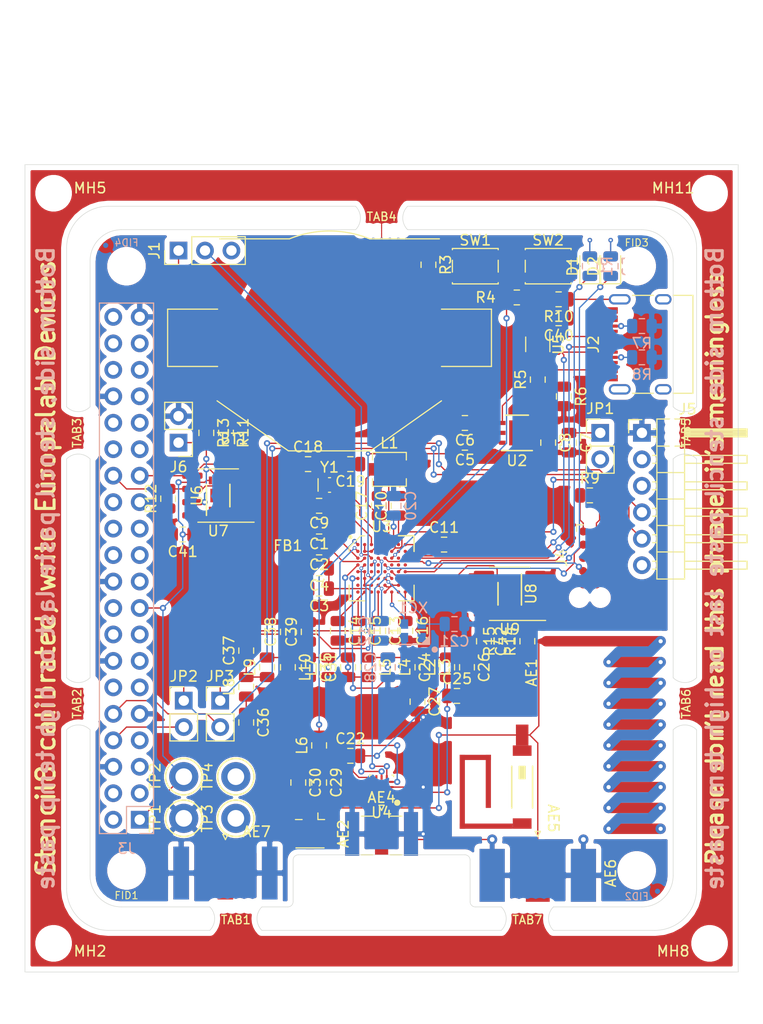
<source format=kicad_pcb>
(kicad_pcb (version 20171130) (host pcbnew 5.1.5+dfsg1-2build2)

  (general
    (thickness 1.6)
    (drawings 95)
    (tracks 486)
    (zones 0)
    (modules 117)
    (nets 121)
  )

  (page A3)
  (title_block
    (date "15 nov 2012")
  )

  (layers
    (0 F.Cu signal)
    (1 In1.Cu signal)
    (2 In2.Cu signal)
    (31 B.Cu signal)
    (34 B.Paste user)
    (35 F.Paste user)
    (36 B.SilkS user)
    (37 F.SilkS user)
    (38 B.Mask user)
    (39 F.Mask user)
    (40 Dwgs.User user)
    (41 Cmts.User user hide)
    (44 Edge.Cuts user)
    (45 Margin user)
    (46 B.CrtYd user)
    (47 F.CrtYd user)
    (48 B.Fab user)
    (49 F.Fab user)
  )

  (setup
    (last_trace_width 0.127)
    (user_trace_width 0.1016)
    (user_trace_width 0.127)
    (user_trace_width 0.2)
    (trace_clearance 0.09)
    (zone_clearance 0.508)
    (zone_45_only no)
    (trace_min 0.09)
    (via_size 0.356)
    (via_drill 0.2)
    (via_min_size 0.356)
    (via_min_drill 0.2)
    (user_via 0.45 0.2)
    (user_via 0.6 0.3)
    (uvia_size 0.45)
    (uvia_drill 0.1)
    (uvias_allowed no)
    (uvia_min_size 0.45)
    (uvia_min_drill 0.1)
    (edge_width 0.1)
    (segment_width 0.1)
    (pcb_text_width 0.25)
    (pcb_text_size 1 1)
    (mod_edge_width 0.15)
    (mod_text_size 1 1)
    (mod_text_width 0.15)
    (pad_size 0.32 0.32)
    (pad_drill 0)
    (pad_to_mask_clearance 0)
    (aux_axis_origin 0 0)
    (visible_elements 7FFFFFFF)
    (pcbplotparams
      (layerselection 0x00030_80000001)
      (usegerberextensions true)
      (usegerberattributes false)
      (usegerberadvancedattributes false)
      (creategerberjobfile false)
      (excludeedgelayer true)
      (linewidth 0.150000)
      (plotframeref false)
      (viasonmask false)
      (mode 1)
      (useauxorigin false)
      (hpglpennumber 1)
      (hpglpenspeed 20)
      (hpglpendiameter 15.000000)
      (psnegative false)
      (psa4output false)
      (plotreference true)
      (plotvalue true)
      (plotinvisibletext false)
      (padsonsilk false)
      (subtractmaskfromsilk false)
      (outputformat 1)
      (mirror false)
      (drillshape 1)
      (scaleselection 1)
      (outputdirectory ""))
  )

  (net 0 "")
  (net 1 GND)
  (net 2 "Net-(AE1-Pad1)")
  (net 3 /Sheet5F53D5B4/RFSWPWR)
  (net 4 "Net-(C8-Pad1)")
  (net 5 /Sheet5F53D5B4/POWAMP)
  (net 6 "Net-(C13-Pad1)")
  (net 7 /Sheet5F53D5B4/HFOUT)
  (net 8 +3V3)
  (net 9 "Net-(C29-Pad1)")
  (net 10 /Sheet5F53D5B4/UART_RX)
  (net 11 /Sheet5F53D5B4/UART_TX)
  (net 12 /Sheet5F53D5B4/HPOUT)
  (net 13 /Sheet5F53D5B4/HFIN)
  (net 14 /Sheet5F53D5B4/BANDSEL)
  (net 15 "Net-(XC1-Pad1)")
  (net 16 "Net-(BT1-Pad1)")
  (net 17 /Sheet5F53D5B4/USB_BUS)
  (net 18 "Net-(C33-Pad1)")
  (net 19 "Net-(C34-Pad1)")
  (net 20 /Sheet5F53D5B4/CMDRST)
  (net 21 "Net-(D1-Pad2)")
  (net 22 "Net-(D1-Pad1)")
  (net 23 "Net-(D2-Pad1)")
  (net 24 "Net-(D2-Pad2)")
  (net 25 /Sheet5F53D5B4/USB_P)
  (net 26 /Sheet5F53D5B4/USB_N)
  (net 27 /Sheet60040980/ID_SD)
  (net 28 /Sheet60040980/ID_SC)
  (net 29 /Sheet5F53D5B4/SWDCLK)
  (net 30 "Net-(J3-Pad7)")
  (net 31 "Net-(J3-Pad8)")
  (net 32 "Net-(J4-Pad6)")
  (net 33 /Sheet5F53D5B4/CN_VBAT)
  (net 34 /Sheet5F53D5B4/I2C_SCL)
  (net 35 /Sheet5F53D5B4/I2C_SDA)
  (net 36 "Net-(TP3-Pad1)")
  (net 37 "Net-(TP4-Pad1)")
  (net 38 /Sheet5F53D5B4/XCEIV)
  (net 39 /Sheet5F53D5B4/CRYSTAL_XIN-RESERVED)
  (net 40 /Sheet5F53D5B4/CRYSTAL_XOUT-RESERVED)
  (net 41 "Net-(AE5-Pad2)")
  (net 42 "Net-(C1-Pad1)")
  (net 43 "Net-(C7-Pad1)")
  (net 44 "Net-(C14-Pad1)")
  (net 45 "Net-(C17-Pad1)")
  (net 46 "Net-(C18-Pad2)")
  (net 47 "Net-(C19-Pad2)")
  (net 48 "Net-(C23-Pad2)")
  (net 49 "Net-(C23-Pad1)")
  (net 50 "Net-(C24-Pad1)")
  (net 51 "Net-(C24-Pad2)")
  (net 52 "Net-(C29-Pad2)")
  (net 53 "Net-(C33-Pad2)")
  (net 54 "Net-(C35-Pad2)")
  (net 55 "Net-(C40-Pad1)")
  (net 56 "Net-(J2-PadB5)")
  (net 57 "Net-(J2-PadA8)")
  (net 58 "Net-(J2-PadA5)")
  (net 59 "Net-(J2-PadB8)")
  (net 60 "Net-(J2-PadA4)")
  (net 61 "Net-(J3-Pad2)")
  (net 62 "Net-(J3-Pad3)")
  (net 63 "Net-(J3-Pad4)")
  (net 64 "Net-(J3-Pad5)")
  (net 65 "Net-(J3-Pad10)")
  (net 66 "Net-(J3-Pad11)")
  (net 67 "Net-(J3-Pad12)")
  (net 68 "Net-(J3-Pad13)")
  (net 69 "Net-(J3-Pad15)")
  (net 70 "Net-(J3-Pad16)")
  (net 71 "Net-(J3-Pad18)")
  (net 72 "Net-(J3-Pad19)")
  (net 73 "Net-(J3-Pad21)")
  (net 74 "Net-(J3-Pad22)")
  (net 75 "Net-(J3-Pad23)")
  (net 76 "Net-(J3-Pad24)")
  (net 77 "Net-(J3-Pad26)")
  (net 78 "Net-(J3-Pad29)")
  (net 79 "Net-(J3-Pad31)")
  (net 80 "Net-(J3-Pad32)")
  (net 81 "Net-(J3-Pad33)")
  (net 82 "Net-(J3-Pad35)")
  (net 83 "Net-(J3-Pad36)")
  (net 84 "Net-(J3-Pad37)")
  (net 85 "Net-(J3-Pad38)")
  (net 86 "Net-(J3-Pad40)")
  (net 87 "Net-(J4-Pad7)")
  (net 88 "Net-(J4-Pad8)")
  (net 89 "Net-(J5-Pad2)")
  (net 90 "Net-(J5-Pad3)")
  (net 91 "Net-(J5-Pad6)")
  (net 92 "Net-(J6-Pad1)")
  (net 93 "Net-(L1-Pad2)")
  (net 94 "Net-(R3-Pad1)")
  (net 95 "Net-(R4-Pad1)")
  (net 96 "Net-(R4-Pad2)")
  (net 97 "Net-(U2-Pad5)")
  (net 98 "Net-(U3-PadG1)")
  (net 99 "Net-(U3-PadH1)")
  (net 100 "Net-(U3-PadE3)")
  (net 101 "Net-(U3-PadB4)")
  (net 102 "Net-(U3-PadE4)")
  (net 103 "Net-(U3-PadF4)")
  (net 104 "Net-(U3-PadE5)")
  (net 105 "Net-(U3-PadH6)")
  (net 106 "Net-(U3-PadC7)")
  (net 107 "Net-(U3-PadD7)")
  (net 108 "Net-(U3-PadH7)")
  (net 109 "Net-(U3-PadD8)")
  (net 110 "Net-(U5-Pad3)")
  (net 111 "Net-(U5-Pad4)")
  (net 112 "Net-(U8-Pad7)")
  (net 113 "Net-(U8-Pad3)")
  (net 114 "Net-(U8-Pad2)")
  (net 115 "Net-(U8-Pad1)")
  (net 116 "Net-(U9-Pad1)")
  (net 117 "Net-(U9-Pad2)")
  (net 118 "Net-(U9-Pad3)")
  (net 119 "Net-(U9-Pad7)")
  (net 120 /Sheet5F53D5B4/SWDIO)

  (net_class Default "This is the default net class."
    (clearance 0.09)
    (trace_width 0.09)
    (via_dia 0.356)
    (via_drill 0.2)
    (uvia_dia 0.45)
    (uvia_drill 0.1)
    (add_net +3V3)
    (add_net /Sheet5F53D5B4/BANDSEL)
    (add_net /Sheet5F53D5B4/CMDRST)
    (add_net /Sheet5F53D5B4/CN_VBAT)
    (add_net /Sheet5F53D5B4/CRYSTAL_XIN-RESERVED)
    (add_net /Sheet5F53D5B4/CRYSTAL_XOUT-RESERVED)
    (add_net /Sheet5F53D5B4/HFIN)
    (add_net /Sheet5F53D5B4/HFOUT)
    (add_net /Sheet5F53D5B4/HPOUT)
    (add_net /Sheet5F53D5B4/I2C_SCL)
    (add_net /Sheet5F53D5B4/I2C_SDA)
    (add_net /Sheet5F53D5B4/POWAMP)
    (add_net /Sheet5F53D5B4/RFSWPWR)
    (add_net /Sheet5F53D5B4/SWDCLK)
    (add_net /Sheet5F53D5B4/SWDIO)
    (add_net /Sheet5F53D5B4/UART_RX)
    (add_net /Sheet5F53D5B4/UART_TX)
    (add_net /Sheet5F53D5B4/USB_BUS)
    (add_net /Sheet5F53D5B4/USB_N)
    (add_net /Sheet5F53D5B4/USB_P)
    (add_net /Sheet5F53D5B4/XCEIV)
    (add_net /Sheet60040980/ID_SC)
    (add_net /Sheet60040980/ID_SD)
    (add_net GND)
    (add_net "Net-(AE1-Pad1)")
    (add_net "Net-(AE5-Pad2)")
    (add_net "Net-(BT1-Pad1)")
    (add_net "Net-(C1-Pad1)")
    (add_net "Net-(C13-Pad1)")
    (add_net "Net-(C14-Pad1)")
    (add_net "Net-(C17-Pad1)")
    (add_net "Net-(C18-Pad2)")
    (add_net "Net-(C19-Pad2)")
    (add_net "Net-(C23-Pad1)")
    (add_net "Net-(C23-Pad2)")
    (add_net "Net-(C24-Pad1)")
    (add_net "Net-(C24-Pad2)")
    (add_net "Net-(C29-Pad1)")
    (add_net "Net-(C29-Pad2)")
    (add_net "Net-(C33-Pad1)")
    (add_net "Net-(C33-Pad2)")
    (add_net "Net-(C34-Pad1)")
    (add_net "Net-(C35-Pad2)")
    (add_net "Net-(C40-Pad1)")
    (add_net "Net-(C7-Pad1)")
    (add_net "Net-(C8-Pad1)")
    (add_net "Net-(D1-Pad1)")
    (add_net "Net-(D1-Pad2)")
    (add_net "Net-(D2-Pad1)")
    (add_net "Net-(D2-Pad2)")
    (add_net "Net-(J2-PadA4)")
    (add_net "Net-(J2-PadA5)")
    (add_net "Net-(J2-PadA8)")
    (add_net "Net-(J2-PadB5)")
    (add_net "Net-(J2-PadB8)")
    (add_net "Net-(J3-Pad10)")
    (add_net "Net-(J3-Pad11)")
    (add_net "Net-(J3-Pad12)")
    (add_net "Net-(J3-Pad13)")
    (add_net "Net-(J3-Pad15)")
    (add_net "Net-(J3-Pad16)")
    (add_net "Net-(J3-Pad18)")
    (add_net "Net-(J3-Pad19)")
    (add_net "Net-(J3-Pad2)")
    (add_net "Net-(J3-Pad21)")
    (add_net "Net-(J3-Pad22)")
    (add_net "Net-(J3-Pad23)")
    (add_net "Net-(J3-Pad24)")
    (add_net "Net-(J3-Pad26)")
    (add_net "Net-(J3-Pad29)")
    (add_net "Net-(J3-Pad3)")
    (add_net "Net-(J3-Pad31)")
    (add_net "Net-(J3-Pad32)")
    (add_net "Net-(J3-Pad33)")
    (add_net "Net-(J3-Pad35)")
    (add_net "Net-(J3-Pad36)")
    (add_net "Net-(J3-Pad37)")
    (add_net "Net-(J3-Pad38)")
    (add_net "Net-(J3-Pad4)")
    (add_net "Net-(J3-Pad40)")
    (add_net "Net-(J3-Pad5)")
    (add_net "Net-(J3-Pad7)")
    (add_net "Net-(J3-Pad8)")
    (add_net "Net-(J4-Pad6)")
    (add_net "Net-(J4-Pad7)")
    (add_net "Net-(J4-Pad8)")
    (add_net "Net-(J5-Pad2)")
    (add_net "Net-(J5-Pad3)")
    (add_net "Net-(J5-Pad6)")
    (add_net "Net-(J6-Pad1)")
    (add_net "Net-(L1-Pad2)")
    (add_net "Net-(R3-Pad1)")
    (add_net "Net-(R4-Pad1)")
    (add_net "Net-(R4-Pad2)")
    (add_net "Net-(TP3-Pad1)")
    (add_net "Net-(TP4-Pad1)")
    (add_net "Net-(U2-Pad5)")
    (add_net "Net-(U3-PadB4)")
    (add_net "Net-(U3-PadC7)")
    (add_net "Net-(U3-PadD7)")
    (add_net "Net-(U3-PadD8)")
    (add_net "Net-(U3-PadE3)")
    (add_net "Net-(U3-PadE4)")
    (add_net "Net-(U3-PadE5)")
    (add_net "Net-(U3-PadF4)")
    (add_net "Net-(U3-PadG1)")
    (add_net "Net-(U3-PadH1)")
    (add_net "Net-(U3-PadH6)")
    (add_net "Net-(U3-PadH7)")
    (add_net "Net-(U5-Pad3)")
    (add_net "Net-(U5-Pad4)")
    (add_net "Net-(U8-Pad1)")
    (add_net "Net-(U8-Pad2)")
    (add_net "Net-(U8-Pad3)")
    (add_net "Net-(U8-Pad7)")
    (add_net "Net-(U9-Pad1)")
    (add_net "Net-(U9-Pad2)")
    (add_net "Net-(U9-Pad3)")
    (add_net "Net-(U9-Pad7)")
    (add_net "Net-(XC1-Pad1)")
  )

  (net_class Power ""
    (clearance 0.2)
    (trace_width 0.5)
    (via_dia 1)
    (via_drill 0.7)
    (uvia_dia 0.5)
    (uvia_drill 0.1)
  )

  (module Elabdev:TFBGA-64_8x8_6.0x6.0mm_P0.65mm (layer F.Cu) (tedit 5F6BA77A) (tstamp 5F68786E)
    (at 210 148)
    (path /5F53D5B5/6052EF69)
    (solder_mask_margin 0.025)
    (clearance 0.0508)
    (attr smd)
    (fp_text reference U3 (at 0 -4) (layer F.SilkS)
      (effects (font (size 1 1) (thickness 0.15)))
    )
    (fp_text value ATSAMR34 (at 0 4) (layer F.Fab)
      (effects (font (size 1 1) (thickness 0.15)))
    )
    (fp_line (start -2 -3) (end -3 -2) (layer F.Fab) (width 0.1))
    (fp_line (start -3 -2) (end -3 3) (layer F.Fab) (width 0.1))
    (fp_line (start -3 3) (end 3 3) (layer F.Fab) (width 0.1))
    (fp_line (start 3 3) (end 3 -3) (layer F.Fab) (width 0.1))
    (fp_line (start 3 -3) (end -2 -3) (layer F.Fab) (width 0.1))
    (fp_line (start 1.62 -3.12) (end 3.12 -3.12) (layer F.SilkS) (width 0.12))
    (fp_line (start 3.12 -3.12) (end 3.12 -1.62) (layer F.SilkS) (width 0.12))
    (fp_line (start 1.62 -3.12) (end 3.12 -3.12) (layer F.SilkS) (width 0.12))
    (fp_line (start 3.12 -3.12) (end 3.12 -1.62) (layer F.SilkS) (width 0.12))
    (fp_line (start 1.62 3.12) (end 3.12 3.12) (layer F.SilkS) (width 0.12))
    (fp_line (start 3.12 3.12) (end 3.12 1.62) (layer F.SilkS) (width 0.12))
    (fp_line (start 1.62 -3.12) (end 3.12 -3.12) (layer F.SilkS) (width 0.12))
    (fp_line (start 3.12 -3.12) (end 3.12 -1.62) (layer F.SilkS) (width 0.12))
    (fp_line (start -1.62 3.12) (end -3.12 3.12) (layer F.SilkS) (width 0.12))
    (fp_line (start -3.12 3.12) (end -3.12 1.62) (layer F.SilkS) (width 0.12))
    (fp_line (start -1.62 -3.12) (end -2 -3.12) (layer F.SilkS) (width 0.12))
    (fp_line (start -2 -3.12) (end -3.12 -2) (layer F.SilkS) (width 0.12))
    (fp_line (start -3.12 -2) (end -3.12 -1.62) (layer F.SilkS) (width 0.12))
    (fp_circle (center -3 -3) (end -3 -2.9) (layer F.SilkS) (width 0.2))
    (fp_line (start -4 -4) (end 4 -4) (layer F.CrtYd) (width 0.05))
    (fp_line (start 4 -4) (end 4 4) (layer F.CrtYd) (width 0.05))
    (fp_line (start 4 4) (end -4 4) (layer F.CrtYd) (width 0.05))
    (fp_line (start -4 4) (end -4 -4) (layer F.CrtYd) (width 0.05))
    (pad A1 smd circle (at -2.275 -2.275) (size 0.32 0.32) (layers F.Cu F.Paste F.Mask)
      (net 13 /Sheet5F53D5B4/HFIN))
    (pad B1 smd circle (at -2.275 -1.625) (size 0.32 0.32) (layers F.Cu F.Paste F.Mask)
      (net 7 /Sheet5F53D5B4/HFOUT))
    (pad C1 smd circle (at -2.275 -0.975) (size 0.32 0.32) (layers F.Cu F.Paste F.Mask)
      (net 42 "Net-(C1-Pad1)"))
    (pad D1 smd circle (at -2.275 -0.325) (size 0.32 0.32) (layers F.Cu F.Paste F.Mask)
      (net 5 /Sheet5F53D5B4/POWAMP))
    (pad E1 smd circle (at -2.275 0.325) (size 0.32 0.32) (layers F.Cu F.Paste F.Mask)
      (net 1 GND))
    (pad F1 smd circle (at -2.275 0.975) (size 0.32 0.32) (layers F.Cu F.Paste F.Mask)
      (net 12 /Sheet5F53D5B4/HPOUT))
    (pad G1 smd circle (at -2.275 1.625) (size 0.32 0.32) (layers F.Cu F.Paste F.Mask)
      (net 98 "Net-(U3-PadG1)"))
    (pad H1 smd circle (at -2.275 2.275) (size 0.32 0.32) (layers F.Cu F.Paste F.Mask)
      (net 99 "Net-(U3-PadH1)"))
    (pad A2 smd circle (at -1.625 -2.275) (size 0.32 0.32) (layers F.Cu F.Paste F.Mask)
      (net 1 GND))
    (pad B2 smd circle (at -1.625 -1.625) (size 0.32 0.32) (layers F.Cu F.Paste F.Mask)
      (net 1 GND))
    (pad C2 smd circle (at -1.625 -0.975) (size 0.32 0.32) (layers F.Cu F.Paste F.Mask)
      (net 42 "Net-(C1-Pad1)"))
    (pad D2 smd circle (at -1.625 -0.325) (size 0.32 0.32) (layers F.Cu F.Paste F.Mask)
      (net 38 /Sheet5F53D5B4/XCEIV))
    (pad E2 smd circle (at -1.625 0.325) (size 0.32 0.32) (layers F.Cu F.Paste F.Mask)
      (net 1 GND))
    (pad F2 smd circle (at -1.625 0.975) (size 0.32 0.32) (layers F.Cu F.Paste F.Mask)
      (net 1 GND))
    (pad G2 smd circle (at -1.625 1.625) (size 0.32 0.32) (layers F.Cu F.Paste F.Mask)
      (net 1 GND))
    (pad H2 smd circle (at -1.625 2.275) (size 0.32 0.32) (layers F.Cu F.Paste F.Mask)
      (net 44 "Net-(C14-Pad1)"))
    (pad A3 smd circle (at -0.975 -2.275) (size 0.32 0.32) (layers F.Cu F.Paste F.Mask)
      (net 46 "Net-(C18-Pad2)"))
    (pad B3 smd circle (at -0.975 -1.625) (size 0.32 0.32) (layers F.Cu F.Paste F.Mask)
      (net 1 GND))
    (pad C3 smd circle (at -0.975 -0.975) (size 0.32 0.32) (layers F.Cu F.Paste F.Mask)
      (net 33 /Sheet5F53D5B4/CN_VBAT))
    (pad D3 smd circle (at -0.975 -0.325) (size 0.32 0.32) (layers F.Cu F.Paste F.Mask)
      (net 11 /Sheet5F53D5B4/UART_TX))
    (pad E3 smd circle (at -0.975 0.325) (size 0.32 0.32) (layers F.Cu F.Paste F.Mask)
      (net 100 "Net-(U3-PadE3)"))
    (pad F3 smd circle (at -0.975 0.975) (size 0.32 0.32) (layers F.Cu F.Paste F.Mask)
      (net 17 /Sheet5F53D5B4/USB_BUS))
    (pad G3 smd circle (at -0.975 1.625) (size 0.32 0.32) (layers F.Cu F.Paste F.Mask)
      (net 1 GND))
    (pad H3 smd circle (at -0.975 2.275) (size 0.32 0.32) (layers F.Cu F.Paste F.Mask)
      (net 42 "Net-(C1-Pad1)"))
    (pad A4 smd circle (at -0.325 -2.275) (size 0.32 0.32) (layers F.Cu F.Paste F.Mask)
      (net 47 "Net-(C19-Pad2)"))
    (pad B4 smd circle (at -0.325 -1.625) (size 0.32 0.32) (layers F.Cu F.Paste F.Mask)
      (net 101 "Net-(U3-PadB4)"))
    (pad C4 smd circle (at -0.325 -0.975) (size 0.32 0.32) (layers F.Cu F.Paste F.Mask)
      (net 10 /Sheet5F53D5B4/UART_RX))
    (pad D4 smd circle (at -0.325 -0.325) (size 0.32 0.32) (layers F.Cu F.Paste F.Mask)
      (net 1 GND))
    (pad E4 smd circle (at -0.325 0.325) (size 0.32 0.32) (layers F.Cu F.Paste F.Mask)
      (net 102 "Net-(U3-PadE4)"))
    (pad F4 smd circle (at -0.325 0.975) (size 0.32 0.32) (layers F.Cu F.Paste F.Mask)
      (net 103 "Net-(U3-PadF4)"))
    (pad G4 smd circle (at -0.325 1.625) (size 0.32 0.32) (layers F.Cu F.Paste F.Mask)
      (net 8 +3V3))
    (pad H4 smd circle (at -0.325 2.275) (size 0.32 0.32) (layers F.Cu F.Paste F.Mask)
      (net 6 "Net-(C13-Pad1)"))
    (pad A5 smd circle (at 0.325 -2.275) (size 0.32 0.32) (layers F.Cu F.Paste F.Mask)
      (net 45 "Net-(C17-Pad1)"))
    (pad B5 smd circle (at 0.325 -1.625) (size 0.32 0.32) (layers F.Cu F.Paste F.Mask)
      (net 1 GND))
    (pad C5 smd circle (at 0.325 -0.975) (size 0.32 0.32) (layers F.Cu F.Paste F.Mask)
      (net 29 /Sheet5F53D5B4/SWDCLK))
    (pad D5 smd circle (at 0.325 -0.325) (size 0.32 0.32) (layers F.Cu F.Paste F.Mask)
      (net 120 /Sheet5F53D5B4/SWDIO))
    (pad E5 smd circle (at 0.325 0.325) (size 0.32 0.32) (layers F.Cu F.Paste F.Mask)
      (net 104 "Net-(U3-PadE5)"))
    (pad F5 smd circle (at 0.325 0.975) (size 0.32 0.32) (layers F.Cu F.Paste F.Mask)
      (net 3 /Sheet5F53D5B4/RFSWPWR))
    (pad G5 smd circle (at 0.325 1.625) (size 0.32 0.32) (layers F.Cu F.Paste F.Mask)
      (net 1 GND))
    (pad H5 smd circle (at 0.325 2.275) (size 0.32 0.32) (layers F.Cu F.Paste F.Mask)
      (net 1 GND))
    (pad A6 smd circle (at 0.975 -2.275) (size 0.32 0.32) (layers F.Cu F.Paste F.Mask)
      (net 93 "Net-(L1-Pad2)"))
    (pad B6 smd circle (at 0.975 -1.625) (size 0.32 0.32) (layers F.Cu F.Paste F.Mask)
      (net 20 /Sheet5F53D5B4/CMDRST))
    (pad C6 smd circle (at 0.975 -0.975) (size 0.32 0.32) (layers F.Cu F.Paste F.Mask)
      (net 95 "Net-(R4-Pad1)"))
    (pad D6 smd circle (at 0.975 -0.325) (size 0.32 0.32) (layers F.Cu F.Paste F.Mask)
      (net 1 GND))
    (pad E6 smd circle (at 0.975 0.325) (size 0.32 0.32) (layers F.Cu F.Paste F.Mask)
      (net 34 /Sheet5F53D5B4/I2C_SCL))
    (pad F6 smd circle (at 0.975 0.975) (size 0.32 0.32) (layers F.Cu F.Paste F.Mask)
      (net 14 /Sheet5F53D5B4/BANDSEL))
    (pad G6 smd circle (at 0.975 1.625) (size 0.32 0.32) (layers F.Cu F.Paste F.Mask)
      (net 1 GND))
    (pad H6 smd circle (at 0.975 2.275) (size 0.32 0.32) (layers F.Cu F.Paste F.Mask)
      (net 105 "Net-(U3-PadH6)"))
    (pad A7 smd circle (at 1.625 -2.275) (size 0.32 0.32) (layers F.Cu F.Paste F.Mask)
      (net 8 +3V3))
    (pad B7 smd circle (at 1.625 -1.625) (size 0.32 0.32) (layers F.Cu F.Paste F.Mask)
      (net 1 GND))
    (pad C7 smd circle (at 1.625 -0.975) (size 0.32 0.32) (layers F.Cu F.Paste F.Mask)
      (net 106 "Net-(U3-PadC7)"))
    (pad D7 smd circle (at 1.625 -0.325) (size 0.32 0.32) (layers F.Cu F.Paste F.Mask)
      (net 107 "Net-(U3-PadD7)"))
    (pad E7 smd circle (at 1.625 0.325) (size 0.32 0.32) (layers F.Cu F.Paste F.Mask)
      (net 22 "Net-(D1-Pad1)"))
    (pad F7 smd circle (at 1.625 0.975) (size 0.32 0.32) (layers F.Cu F.Paste F.Mask)
      (net 35 /Sheet5F53D5B4/I2C_SDA))
    (pad G7 smd circle (at 1.625 1.625) (size 0.32 0.32) (layers F.Cu F.Paste F.Mask)
      (net 1 GND))
    (pad H7 smd circle (at 1.625 2.275) (size 0.32 0.32) (layers F.Cu F.Paste F.Mask)
      (net 108 "Net-(U3-PadH7)"))
    (pad A8 smd circle (at 2.275 -2.275) (size 0.32 0.32) (layers F.Cu F.Paste F.Mask)
      (net 8 +3V3))
    (pad B8 smd circle (at 2.275 -1.625) (size 0.32 0.32) (layers F.Cu F.Paste F.Mask)
      (net 26 /Sheet5F53D5B4/USB_N))
    (pad C8 smd circle (at 2.275 -0.975) (size 0.32 0.32) (layers F.Cu F.Paste F.Mask)
      (net 25 /Sheet5F53D5B4/USB_P))
    (pad D8 smd circle (at 2.275 -0.325) (size 0.32 0.32) (layers F.Cu F.Paste F.Mask)
      (net 109 "Net-(U3-PadD8)"))
    (pad E8 smd circle (at 2.275 0.325) (size 0.32 0.32) (layers F.Cu F.Paste F.Mask)
      (net 23 "Net-(D2-Pad1)"))
    (pad F8 smd circle (at 2.275 0.975) (size 0.32 0.32) (layers F.Cu F.Paste F.Mask)
      (net 39 /Sheet5F53D5B4/CRYSTAL_XIN-RESERVED))
    (pad G8 smd circle (at 2.275 1.625) (size 0.32 0.32) (layers F.Cu F.Paste F.Mask)
      (net 40 /Sheet5F53D5B4/CRYSTAL_XOUT-RESERVED))
    (pad H8 smd circle (at 2.275 2.275) (size 0.32 0.32) (layers F.Cu F.Paste F.Mask)
      (net 8 +3V3))
    (model ${KISYS3DMOD}/Package_BGA.3dshapes/TFBGA-64_5x5mm_Layout8x8_P0.5mm.wrl
      (at (xyz 0 0 0))
      (scale (xyz 1.2 1.2 1.2))
      (rotate (xyz 0 0 0))
    )
  )

  (module Elabdev:Panel_Mousetab_25mm_Single (layer F.Cu) (tedit 5CD9E502) (tstamp 5F680FEC)
    (at 224 181.75 90)
    (path /5CD9EB0D)
    (fp_text reference TAB7 (at 0 0) (layer F.SilkS)
      (effects (font (size 0.8 0.8) (thickness 0.13)))
    )
    (fp_text value Pantab (at 0 3.5 90) (layer F.Fab)
      (effects (font (size 1 1) (thickness 0.15)))
    )
    (fp_line (start 1.25 -2.2) (end 1.25 2.2) (layer F.Fab) (width 0.15))
    (fp_line (start -1.25 -2.2) (end -1.25 2.2) (layer F.Fab) (width 0.15))
    (fp_line (start 2.1 -2.6) (end 2.1 2.6) (layer F.CrtYd) (width 0.15))
    (fp_line (start 2.1 2.6) (end -2.1 2.6) (layer F.CrtYd) (width 0.15))
    (fp_line (start -2.1 2.6) (end -2.1 -2.6) (layer F.CrtYd) (width 0.15))
    (fp_line (start -2.1 -2.6) (end 2.1 -2.6) (layer F.CrtYd) (width 0.15))
    (pad "" np_thru_hole circle (at 1.35 2 90) (size 0.5 0.5) (drill 0.5) (layers *.Cu))
    (pad "" np_thru_hole circle (at 1.35 1.2 90) (size 0.5 0.5) (drill 0.5) (layers *.Cu))
    (pad "" np_thru_hole circle (at 1.35 0.4 90) (size 0.5 0.5) (drill 0.5) (layers *.Cu))
    (pad "" np_thru_hole circle (at 1.35 -0.4 90) (size 0.5 0.5) (drill 0.5) (layers *.Cu))
    (pad "" np_thru_hole circle (at 1.35 -1.2 90) (size 0.5 0.5) (drill 0.5) (layers *.Cu))
    (pad "" np_thru_hole circle (at 1.35 -2 90) (size 0.5 0.5) (drill 0.5) (layers *.Cu))
  )

  (module Elabdev:Panel_Mousetab_25mm_Single (layer F.Cu) (tedit 5CD9E59A) (tstamp 5F4C0A71)
    (at 210 114.25 270)
    (path /5CD5C3A7)
    (fp_text reference TAB4 (at 0 0 180) (layer F.SilkS)
      (effects (font (size 0.8 0.8) (thickness 0.13)))
    )
    (fp_text value Pantab (at 0 -3.5 270) (layer F.Fab)
      (effects (font (size 1 1) (thickness 0.15)))
    )
    (fp_line (start 1.25 -2.2) (end 1.25 2.2) (layer F.Fab) (width 0.15))
    (fp_line (start -1.25 -2.2) (end -1.25 2.2) (layer F.Fab) (width 0.15))
    (fp_line (start 2.1 -2.6) (end 2.1 2.6) (layer F.CrtYd) (width 0.15))
    (fp_line (start 2.1 2.6) (end -2.1 2.6) (layer F.CrtYd) (width 0.15))
    (fp_line (start -2.1 2.6) (end -2.1 -2.6) (layer F.CrtYd) (width 0.15))
    (fp_line (start -2.1 -2.6) (end 2.1 -2.6) (layer F.CrtYd) (width 0.15))
    (pad "" np_thru_hole circle (at 1.35 2 270) (size 0.5 0.5) (drill 0.5) (layers *.Cu))
    (pad "" np_thru_hole circle (at 1.35 1.2 270) (size 0.5 0.5) (drill 0.5) (layers *.Cu))
    (pad "" np_thru_hole circle (at 1.35 0.4 270) (size 0.5 0.5) (drill 0.5) (layers *.Cu))
    (pad "" np_thru_hole circle (at 1.35 -0.4 270) (size 0.5 0.5) (drill 0.5) (layers *.Cu))
    (pad "" np_thru_hole circle (at 1.35 -1.2 270) (size 0.5 0.5) (drill 0.5) (layers *.Cu))
    (pad "" np_thru_hole circle (at 1.35 -2 270) (size 0.5 0.5) (drill 0.5) (layers *.Cu))
  )

  (module Elabdev:Panel_Mousetab_25mm_Single (layer F.Cu) (tedit 5CD9E502) (tstamp 5CE1C45C)
    (at 196 181.75 90)
    (path /5CD9EB0D)
    (fp_text reference TAB1 (at 0 0) (layer F.SilkS)
      (effects (font (size 0.8 0.8) (thickness 0.13)))
    )
    (fp_text value Pantab (at 0 3.5 90) (layer F.Fab)
      (effects (font (size 1 1) (thickness 0.15)))
    )
    (fp_line (start -2.1 -2.6) (end 2.1 -2.6) (layer F.CrtYd) (width 0.15))
    (fp_line (start -2.1 2.6) (end -2.1 -2.6) (layer F.CrtYd) (width 0.15))
    (fp_line (start 2.1 2.6) (end -2.1 2.6) (layer F.CrtYd) (width 0.15))
    (fp_line (start 2.1 -2.6) (end 2.1 2.6) (layer F.CrtYd) (width 0.15))
    (fp_line (start -1.25 -2.2) (end -1.25 2.2) (layer F.Fab) (width 0.15))
    (fp_line (start 1.25 -2.2) (end 1.25 2.2) (layer F.Fab) (width 0.15))
    (pad "" np_thru_hole circle (at 1.35 -2 90) (size 0.5 0.5) (drill 0.5) (layers *.Cu))
    (pad "" np_thru_hole circle (at 1.35 -1.2 90) (size 0.5 0.5) (drill 0.5) (layers *.Cu))
    (pad "" np_thru_hole circle (at 1.35 -0.4 90) (size 0.5 0.5) (drill 0.5) (layers *.Cu))
    (pad "" np_thru_hole circle (at 1.35 0.4 90) (size 0.5 0.5) (drill 0.5) (layers *.Cu))
    (pad "" np_thru_hole circle (at 1.35 1.2 90) (size 0.5 0.5) (drill 0.5) (layers *.Cu))
    (pad "" np_thru_hole circle (at 1.35 2 90) (size 0.5 0.5) (drill 0.5) (layers *.Cu))
  )

  (module Elabdev:Panel_Mousetab_25mm_Single (layer F.Cu) (tedit 5CD5AA6C) (tstamp 5F4C1007)
    (at 180.75 161)
    (path /5CD5C074)
    (fp_text reference TAB2 (at 0 0 90) (layer F.SilkS)
      (effects (font (size 0.8 0.8) (thickness 0.13)))
    )
    (fp_text value Pantab (at -2.5 0 -270) (layer F.Fab)
      (effects (font (size 1 1) (thickness 0.15)))
    )
    (fp_line (start -2.1 -2.6) (end 2.1 -2.6) (layer F.CrtYd) (width 0.15))
    (fp_line (start -2.1 2.6) (end -2.1 -2.6) (layer F.CrtYd) (width 0.15))
    (fp_line (start 2.1 2.6) (end -2.1 2.6) (layer F.CrtYd) (width 0.15))
    (fp_line (start 2.1 -2.6) (end 2.1 2.6) (layer F.CrtYd) (width 0.15))
    (fp_line (start -1.25 -2.2) (end -1.25 2.2) (layer F.Fab) (width 0.15))
    (fp_line (start 1.25 -2.2) (end 1.25 2.2) (layer F.Fab) (width 0.15))
    (pad "" np_thru_hole circle (at 1.35 -2) (size 0.5 0.5) (drill 0.5) (layers *.Cu))
    (pad "" np_thru_hole circle (at 1.35 -1.2) (size 0.5 0.5) (drill 0.5) (layers *.Cu))
    (pad "" np_thru_hole circle (at 1.35 -0.4) (size 0.5 0.5) (drill 0.5) (layers *.Cu))
    (pad "" np_thru_hole circle (at 1.35 0.4) (size 0.5 0.5) (drill 0.5) (layers *.Cu))
    (pad "" np_thru_hole circle (at 1.35 1.2) (size 0.5 0.5) (drill 0.5) (layers *.Cu))
    (pad "" np_thru_hole circle (at 1.35 2) (size 0.5 0.5) (drill 0.5) (layers *.Cu))
  )

  (module Elabdev:Panel_Mousetab_25mm_Single (layer F.Cu) (tedit 5CD5AA6C) (tstamp 5F4C1047)
    (at 180.75 135)
    (path /5CD5C074)
    (fp_text reference TAB3 (at 0 0 90) (layer F.SilkS)
      (effects (font (size 0.8 0.8) (thickness 0.13)))
    )
    (fp_text value Pantab (at -2.5 0 -270) (layer F.Fab)
      (effects (font (size 1 1) (thickness 0.15)))
    )
    (fp_line (start 1.25 -2.2) (end 1.25 2.2) (layer F.Fab) (width 0.15))
    (fp_line (start -1.25 -2.2) (end -1.25 2.2) (layer F.Fab) (width 0.15))
    (fp_line (start 2.1 -2.6) (end 2.1 2.6) (layer F.CrtYd) (width 0.15))
    (fp_line (start 2.1 2.6) (end -2.1 2.6) (layer F.CrtYd) (width 0.15))
    (fp_line (start -2.1 2.6) (end -2.1 -2.6) (layer F.CrtYd) (width 0.15))
    (fp_line (start -2.1 -2.6) (end 2.1 -2.6) (layer F.CrtYd) (width 0.15))
    (pad "" np_thru_hole circle (at 1.35 2) (size 0.5 0.5) (drill 0.5) (layers *.Cu))
    (pad "" np_thru_hole circle (at 1.35 1.2) (size 0.5 0.5) (drill 0.5) (layers *.Cu))
    (pad "" np_thru_hole circle (at 1.35 0.4) (size 0.5 0.5) (drill 0.5) (layers *.Cu))
    (pad "" np_thru_hole circle (at 1.35 -0.4) (size 0.5 0.5) (drill 0.5) (layers *.Cu))
    (pad "" np_thru_hole circle (at 1.35 -1.2) (size 0.5 0.5) (drill 0.5) (layers *.Cu))
    (pad "" np_thru_hole circle (at 1.35 -2) (size 0.5 0.5) (drill 0.5) (layers *.Cu))
  )

  (module Elabdev:Panel_Mousetab_25mm_Single (layer F.Cu) (tedit 5CD5AA6C) (tstamp 5F4C108A)
    (at 239.25 135 180)
    (path /5CD5C074)
    (fp_text reference TAB5 (at 0 0 90) (layer F.SilkS)
      (effects (font (size 0.8 0.8) (thickness 0.13)))
    )
    (fp_text value Pantab (at -2.5 0 90) (layer F.Fab)
      (effects (font (size 1 1) (thickness 0.15)))
    )
    (fp_line (start 1.25 -2.2) (end 1.25 2.2) (layer F.Fab) (width 0.15))
    (fp_line (start -1.25 -2.2) (end -1.25 2.2) (layer F.Fab) (width 0.15))
    (fp_line (start 2.1 -2.6) (end 2.1 2.6) (layer F.CrtYd) (width 0.15))
    (fp_line (start 2.1 2.6) (end -2.1 2.6) (layer F.CrtYd) (width 0.15))
    (fp_line (start -2.1 2.6) (end -2.1 -2.6) (layer F.CrtYd) (width 0.15))
    (fp_line (start -2.1 -2.6) (end 2.1 -2.6) (layer F.CrtYd) (width 0.15))
    (pad "" np_thru_hole circle (at 1.35 2 180) (size 0.5 0.5) (drill 0.5) (layers *.Cu))
    (pad "" np_thru_hole circle (at 1.35 1.2 180) (size 0.5 0.5) (drill 0.5) (layers *.Cu))
    (pad "" np_thru_hole circle (at 1.35 0.4 180) (size 0.5 0.5) (drill 0.5) (layers *.Cu))
    (pad "" np_thru_hole circle (at 1.35 -0.4 180) (size 0.5 0.5) (drill 0.5) (layers *.Cu))
    (pad "" np_thru_hole circle (at 1.35 -1.2 180) (size 0.5 0.5) (drill 0.5) (layers *.Cu))
    (pad "" np_thru_hole circle (at 1.35 -2 180) (size 0.5 0.5) (drill 0.5) (layers *.Cu))
  )

  (module Elabdev:Panel_Mousetab_25mm_Single (layer F.Cu) (tedit 5CD5AA6C) (tstamp 5F4C1067)
    (at 239.25 161 180)
    (path /5CD5C074)
    (fp_text reference TAB6 (at 0 0 90) (layer F.SilkS)
      (effects (font (size 0.8 0.8) (thickness 0.13)))
    )
    (fp_text value Pantab (at -2.5 0 90) (layer F.Fab)
      (effects (font (size 1 1) (thickness 0.15)))
    )
    (fp_line (start -2.1 -2.6) (end 2.1 -2.6) (layer F.CrtYd) (width 0.15))
    (fp_line (start -2.1 2.6) (end -2.1 -2.6) (layer F.CrtYd) (width 0.15))
    (fp_line (start 2.1 2.6) (end -2.1 2.6) (layer F.CrtYd) (width 0.15))
    (fp_line (start 2.1 -2.6) (end 2.1 2.6) (layer F.CrtYd) (width 0.15))
    (fp_line (start -1.25 -2.2) (end -1.25 2.2) (layer F.Fab) (width 0.15))
    (fp_line (start 1.25 -2.2) (end 1.25 2.2) (layer F.Fab) (width 0.15))
    (pad "" np_thru_hole circle (at 1.35 -2 180) (size 0.5 0.5) (drill 0.5) (layers *.Cu))
    (pad "" np_thru_hole circle (at 1.35 -1.2 180) (size 0.5 0.5) (drill 0.5) (layers *.Cu))
    (pad "" np_thru_hole circle (at 1.35 -0.4 180) (size 0.5 0.5) (drill 0.5) (layers *.Cu))
    (pad "" np_thru_hole circle (at 1.35 0.4 180) (size 0.5 0.5) (drill 0.5) (layers *.Cu))
    (pad "" np_thru_hole circle (at 1.35 1.2 180) (size 0.5 0.5) (drill 0.5) (layers *.Cu))
    (pad "" np_thru_hole circle (at 1.35 2 180) (size 0.5 0.5) (drill 0.5) (layers *.Cu))
  )

  (module Connector_PinSocket_2.54mm:PinSocket_2x20_P2.54mm_Vertical (layer B.Cu) (tedit 5A19A433) (tstamp 5F683F15)
    (at 186.77 172.13)
    (descr "Through hole straight socket strip, 2x20, 2.54mm pitch, double cols (from Kicad 4.0.7), script generated")
    (tags "Through hole socket strip THT 2x20 2.54mm double row")
    (path /60040981/5F6A7FD9)
    (fp_text reference J3 (at -1.27 2.77) (layer B.SilkS)
      (effects (font (size 1 1) (thickness 0.15)) (justify mirror))
    )
    (fp_text value RPIHAT-40W (at -1.27 -51.03) (layer B.Fab)
      (effects (font (size 1 1) (thickness 0.15)) (justify mirror))
    )
    (fp_line (start -3.81 1.27) (end 0.27 1.27) (layer B.Fab) (width 0.1))
    (fp_line (start 0.27 1.27) (end 1.27 0.27) (layer B.Fab) (width 0.1))
    (fp_line (start 1.27 0.27) (end 1.27 -49.53) (layer B.Fab) (width 0.1))
    (fp_line (start 1.27 -49.53) (end -3.81 -49.53) (layer B.Fab) (width 0.1))
    (fp_line (start -3.81 -49.53) (end -3.81 1.27) (layer B.Fab) (width 0.1))
    (fp_line (start -3.87 1.33) (end -1.27 1.33) (layer B.SilkS) (width 0.12))
    (fp_line (start -3.87 1.33) (end -3.87 -49.59) (layer B.SilkS) (width 0.12))
    (fp_line (start -3.87 -49.59) (end 1.33 -49.59) (layer B.SilkS) (width 0.12))
    (fp_line (start 1.33 -1.27) (end 1.33 -49.59) (layer B.SilkS) (width 0.12))
    (fp_line (start -1.27 -1.27) (end 1.33 -1.27) (layer B.SilkS) (width 0.12))
    (fp_line (start -1.27 1.33) (end -1.27 -1.27) (layer B.SilkS) (width 0.12))
    (fp_line (start 1.33 1.33) (end 1.33 0) (layer B.SilkS) (width 0.12))
    (fp_line (start 0 1.33) (end 1.33 1.33) (layer B.SilkS) (width 0.12))
    (fp_line (start -4.34 1.8) (end 1.76 1.8) (layer B.CrtYd) (width 0.05))
    (fp_line (start 1.76 1.8) (end 1.76 -50) (layer B.CrtYd) (width 0.05))
    (fp_line (start 1.76 -50) (end -4.34 -50) (layer B.CrtYd) (width 0.05))
    (fp_line (start -4.34 -50) (end -4.34 1.8) (layer B.CrtYd) (width 0.05))
    (fp_text user %R (at -1.27 -24.13 -90) (layer B.Fab)
      (effects (font (size 1 1) (thickness 0.15)) (justify mirror))
    )
    (pad 1 thru_hole rect (at 0 0) (size 1.7 1.7) (drill 1) (layers *.Cu *.Mask)
      (net 8 +3V3))
    (pad 2 thru_hole oval (at -2.54 0) (size 1.7 1.7) (drill 1) (layers *.Cu *.Mask)
      (net 61 "Net-(J3-Pad2)"))
    (pad 3 thru_hole oval (at 0 -2.54) (size 1.7 1.7) (drill 1) (layers *.Cu *.Mask)
      (net 62 "Net-(J3-Pad3)"))
    (pad 4 thru_hole oval (at -2.54 -2.54) (size 1.7 1.7) (drill 1) (layers *.Cu *.Mask)
      (net 63 "Net-(J3-Pad4)"))
    (pad 5 thru_hole oval (at 0 -5.08) (size 1.7 1.7) (drill 1) (layers *.Cu *.Mask)
      (net 64 "Net-(J3-Pad5)"))
    (pad 6 thru_hole oval (at -2.54 -5.08) (size 1.7 1.7) (drill 1) (layers *.Cu *.Mask)
      (net 1 GND))
    (pad 7 thru_hole oval (at 0 -7.62) (size 1.7 1.7) (drill 1) (layers *.Cu *.Mask)
      (net 30 "Net-(J3-Pad7)"))
    (pad 8 thru_hole oval (at -2.54 -7.62) (size 1.7 1.7) (drill 1) (layers *.Cu *.Mask)
      (net 31 "Net-(J3-Pad8)"))
    (pad 9 thru_hole oval (at 0 -10.16) (size 1.7 1.7) (drill 1) (layers *.Cu *.Mask)
      (net 1 GND))
    (pad 10 thru_hole oval (at -2.54 -10.16) (size 1.7 1.7) (drill 1) (layers *.Cu *.Mask)
      (net 65 "Net-(J3-Pad10)"))
    (pad 11 thru_hole oval (at 0 -12.7) (size 1.7 1.7) (drill 1) (layers *.Cu *.Mask)
      (net 66 "Net-(J3-Pad11)"))
    (pad 12 thru_hole oval (at -2.54 -12.7) (size 1.7 1.7) (drill 1) (layers *.Cu *.Mask)
      (net 67 "Net-(J3-Pad12)"))
    (pad 13 thru_hole oval (at 0 -15.24) (size 1.7 1.7) (drill 1) (layers *.Cu *.Mask)
      (net 68 "Net-(J3-Pad13)"))
    (pad 14 thru_hole oval (at -2.54 -15.24) (size 1.7 1.7) (drill 1) (layers *.Cu *.Mask)
      (net 1 GND))
    (pad 15 thru_hole oval (at 0 -17.78) (size 1.7 1.7) (drill 1) (layers *.Cu *.Mask)
      (net 69 "Net-(J3-Pad15)"))
    (pad 16 thru_hole oval (at -2.54 -17.78) (size 1.7 1.7) (drill 1) (layers *.Cu *.Mask)
      (net 70 "Net-(J3-Pad16)"))
    (pad 17 thru_hole oval (at 0 -20.32) (size 1.7 1.7) (drill 1) (layers *.Cu *.Mask)
      (net 8 +3V3))
    (pad 18 thru_hole oval (at -2.54 -20.32) (size 1.7 1.7) (drill 1) (layers *.Cu *.Mask)
      (net 71 "Net-(J3-Pad18)"))
    (pad 19 thru_hole oval (at 0 -22.86) (size 1.7 1.7) (drill 1) (layers *.Cu *.Mask)
      (net 72 "Net-(J3-Pad19)"))
    (pad 20 thru_hole oval (at -2.54 -22.86) (size 1.7 1.7) (drill 1) (layers *.Cu *.Mask)
      (net 1 GND))
    (pad 21 thru_hole oval (at 0 -25.4) (size 1.7 1.7) (drill 1) (layers *.Cu *.Mask)
      (net 73 "Net-(J3-Pad21)"))
    (pad 22 thru_hole oval (at -2.54 -25.4) (size 1.7 1.7) (drill 1) (layers *.Cu *.Mask)
      (net 74 "Net-(J3-Pad22)"))
    (pad 23 thru_hole oval (at 0 -27.94) (size 1.7 1.7) (drill 1) (layers *.Cu *.Mask)
      (net 75 "Net-(J3-Pad23)"))
    (pad 24 thru_hole oval (at -2.54 -27.94) (size 1.7 1.7) (drill 1) (layers *.Cu *.Mask)
      (net 76 "Net-(J3-Pad24)"))
    (pad 25 thru_hole oval (at 0 -30.48) (size 1.7 1.7) (drill 1) (layers *.Cu *.Mask)
      (net 1 GND))
    (pad 26 thru_hole oval (at -2.54 -30.48) (size 1.7 1.7) (drill 1) (layers *.Cu *.Mask)
      (net 77 "Net-(J3-Pad26)"))
    (pad 27 thru_hole oval (at 0 -33.02) (size 1.7 1.7) (drill 1) (layers *.Cu *.Mask)
      (net 27 /Sheet60040980/ID_SD))
    (pad 28 thru_hole oval (at -2.54 -33.02) (size 1.7 1.7) (drill 1) (layers *.Cu *.Mask)
      (net 28 /Sheet60040980/ID_SC))
    (pad 29 thru_hole oval (at 0 -35.56) (size 1.7 1.7) (drill 1) (layers *.Cu *.Mask)
      (net 78 "Net-(J3-Pad29)"))
    (pad 30 thru_hole oval (at -2.54 -35.56) (size 1.7 1.7) (drill 1) (layers *.Cu *.Mask)
      (net 1 GND))
    (pad 31 thru_hole oval (at 0 -38.1) (size 1.7 1.7) (drill 1) (layers *.Cu *.Mask)
      (net 79 "Net-(J3-Pad31)"))
    (pad 32 thru_hole oval (at -2.54 -38.1) (size 1.7 1.7) (drill 1) (layers *.Cu *.Mask)
      (net 80 "Net-(J3-Pad32)"))
    (pad 33 thru_hole oval (at 0 -40.64) (size 1.7 1.7) (drill 1) (layers *.Cu *.Mask)
      (net 81 "Net-(J3-Pad33)"))
    (pad 34 thru_hole oval (at -2.54 -40.64) (size 1.7 1.7) (drill 1) (layers *.Cu *.Mask)
      (net 1 GND))
    (pad 35 thru_hole oval (at 0 -43.18) (size 1.7 1.7) (drill 1) (layers *.Cu *.Mask)
      (net 82 "Net-(J3-Pad35)"))
    (pad 36 thru_hole oval (at -2.54 -43.18) (size 1.7 1.7) (drill 1) (layers *.Cu *.Mask)
      (net 83 "Net-(J3-Pad36)"))
    (pad 37 thru_hole oval (at 0 -45.72) (size 1.7 1.7) (drill 1) (layers *.Cu *.Mask)
      (net 84 "Net-(J3-Pad37)"))
    (pad 38 thru_hole oval (at -2.54 -45.72) (size 1.7 1.7) (drill 1) (layers *.Cu *.Mask)
      (net 85 "Net-(J3-Pad38)"))
    (pad 39 thru_hole oval (at 0 -48.26) (size 1.7 1.7) (drill 1) (layers *.Cu *.Mask)
      (net 1 GND))
    (pad 40 thru_hole oval (at -2.54 -48.26) (size 1.7 1.7) (drill 1) (layers *.Cu *.Mask)
      (net 86 "Net-(J3-Pad40)"))
    (model ${KISYS3DMOD}/Connector_PinSocket_2.54mm.3dshapes/PinSocket_2x20_P2.54mm_Vertical.wrl
      (at (xyz 0 0 0))
      (scale (xyz 1 1 1))
      (rotate (xyz 0 0 0))
    )
  )

  (module RF_Antenna:Texas_SWRA416_868MHz_915MHz (layer F.Cu) (tedit 5CF40AFD) (tstamp 5F686F31)
    (at 231 164 270)
    (descr http://www.ti.com/lit/an/swra416/swra416.pdf)
    (tags "PCB antenna")
    (path /5F5C0728/60008187)
    (attr smd)
    (fp_text reference AE1 (at -6 6.6 90) (layer F.SilkS)
      (effects (font (size 1 1) (thickness 0.15)))
    )
    (fp_text value Antenna (at 0.1 -7.6 90) (layer F.Fab)
      (effects (font (size 1 1) (thickness 0.15)))
    )
    (fp_line (start 9.7 2.1) (end 6.2 5.7) (layer Dwgs.User) (width 0.12))
    (fp_line (start 9.7 0.1) (end 4.3 5.7) (layer Dwgs.User) (width 0.12))
    (fp_line (start 9.7 -1.9) (end 2.3 5.7) (layer Dwgs.User) (width 0.12))
    (fp_line (start 9.7 -3.9) (end 0.2 5.7) (layer Dwgs.User) (width 0.12))
    (fp_line (start 9.7 -5.9) (end -1.8 5.7) (layer Dwgs.User) (width 0.12))
    (fp_line (start 8.3 -6.5) (end -3.8 5.7) (layer Dwgs.User) (width 0.12))
    (fp_line (start 6.3 -6.5) (end -5.8 5.7) (layer Dwgs.User) (width 0.12))
    (fp_line (start 4.3 -6.5) (end -7.8 5.7) (layer Dwgs.User) (width 0.12))
    (fp_line (start -9.7 5.5) (end 2.3 -6.5) (layer Dwgs.User) (width 0.12))
    (fp_line (start -9.7 3.5) (end 0.3 -6.5) (layer Dwgs.User) (width 0.12))
    (fp_line (start -9.7 1.5) (end -1.7 -6.5) (layer Dwgs.User) (width 0.12))
    (fp_line (start -9.7 -0.5) (end -3.7 -6.5) (layer Dwgs.User) (width 0.12))
    (fp_line (start -9.7 -2.5) (end -5.7 -6.5) (layer Dwgs.User) (width 0.12))
    (fp_line (start -9.7 -4.5) (end -7.7 -6.5) (layer Dwgs.User) (width 0.12))
    (fp_line (start 9.7 -6.5) (end -9.7 -6.5) (layer Dwgs.User) (width 0.15))
    (fp_line (start 9.7 5.7) (end 9.7 -6.5) (layer Dwgs.User) (width 0.15))
    (fp_line (start -9.7 5.7) (end 9.7 5.7) (layer Dwgs.User) (width 0.15))
    (fp_line (start -9.7 -6.5) (end -9.7 5.7) (layer Dwgs.User) (width 0.15))
    (fp_line (start 7 -5.8) (end 8 -4.8) (layer B.Cu) (width 1))
    (fp_line (start 8 -1.8) (end 9 -0.8) (layer B.Cu) (width 1))
    (fp_line (start 8 -4.8) (end 8 -1.8) (layer B.Cu) (width 1))
    (fp_line (start 9 -5.8) (end 9 -0.8) (layer F.Cu) (width 1))
    (fp_line (start 5 -5.8) (end 6 -4.8) (layer B.Cu) (width 1))
    (fp_line (start 6 -1.8) (end 7 -0.8) (layer B.Cu) (width 1))
    (fp_line (start 6 -4.8) (end 6 -1.8) (layer B.Cu) (width 1))
    (fp_line (start 7 -5.8) (end 7 -0.8) (layer F.Cu) (width 1))
    (fp_line (start 3 -5.8) (end 4 -4.8) (layer B.Cu) (width 1))
    (fp_line (start 4 -1.8) (end 5 -0.8) (layer B.Cu) (width 1))
    (fp_line (start 4 -4.8) (end 4 -1.8) (layer B.Cu) (width 1))
    (fp_line (start 5 -5.8) (end 5 -0.8) (layer F.Cu) (width 1))
    (fp_line (start 1 -5.8) (end 2 -4.8) (layer B.Cu) (width 1))
    (fp_line (start 2 -1.8) (end 3 -0.8) (layer B.Cu) (width 1))
    (fp_line (start 2 -4.8) (end 2 -1.8) (layer B.Cu) (width 1))
    (fp_line (start 3 -5.8) (end 3 -0.8) (layer F.Cu) (width 1))
    (fp_line (start -1 -5.8) (end 0 -4.8) (layer B.Cu) (width 1))
    (fp_line (start 0 -1.8) (end 1 -0.8) (layer B.Cu) (width 1))
    (fp_line (start 0 -4.8) (end 0 -1.8) (layer B.Cu) (width 1))
    (fp_line (start 1 -5.8) (end 1 -0.8) (layer F.Cu) (width 1))
    (fp_line (start -3 -5.8) (end -2 -4.8) (layer B.Cu) (width 1))
    (fp_line (start -2 -1.8) (end -1 -0.8) (layer B.Cu) (width 1))
    (fp_line (start -2 -4.8) (end -2 -1.8) (layer B.Cu) (width 1))
    (fp_line (start -1 -5.8) (end -1 -0.8) (layer F.Cu) (width 1))
    (fp_line (start -4 -4.8) (end -4 -1.8) (layer B.Cu) (width 1))
    (fp_line (start -5 -5.8) (end -4 -4.8) (layer B.Cu) (width 1))
    (fp_line (start -4 -1.8) (end -3 -0.8) (layer B.Cu) (width 1))
    (fp_line (start -3 -5.8) (end -3 -0.8) (layer F.Cu) (width 1))
    (fp_line (start -6 -4.8) (end -6 -1.8) (layer B.Cu) (width 1))
    (fp_line (start -7 -5.8) (end -6 -4.8) (layer B.Cu) (width 1))
    (fp_line (start -6 -1.8) (end -5 -0.8) (layer B.Cu) (width 1))
    (fp_line (start -5 -5.8) (end -5 -0.8) (layer F.Cu) (width 1))
    (fp_line (start -7 -5.8) (end -7 -0.8) (layer F.Cu) (width 1))
    (fp_line (start -9 5.2) (end -9 -5.8) (layer F.Cu) (width 1))
    (fp_line (start -9 -5.8) (end -8 -4.8) (layer B.Cu) (width 1))
    (fp_line (start -8 -4.8) (end -8 -1.8) (layer B.Cu) (width 1))
    (fp_line (start -8 -1.8) (end -7 -0.8) (layer B.Cu) (width 1))
    (fp_line (start 9.7 4.1) (end 8.2 5.7) (layer Dwgs.User) (width 0.12))
    (fp_line (start -9.9 -6.7) (end -9.9 5.9) (layer F.CrtYd) (width 0.05))
    (fp_line (start -9.9 5.9) (end 9.9 5.9) (layer F.CrtYd) (width 0.05))
    (fp_line (start 9.9 5.9) (end 9.9 -6.7) (layer F.CrtYd) (width 0.05))
    (fp_line (start 9.9 -6.7) (end -9.9 -6.7) (layer F.CrtYd) (width 0.05))
    (fp_line (start 9.9 -6.7) (end -9.9 -6.7) (layer B.CrtYd) (width 0.05))
    (fp_line (start 9.9 5.9) (end 9.9 -6.7) (layer B.CrtYd) (width 0.05))
    (fp_line (start -9.9 -6.7) (end -9.9 5.9) (layer B.CrtYd) (width 0.05))
    (fp_line (start -9.9 5.9) (end 9.9 5.9) (layer B.CrtYd) (width 0.05))
    (fp_text user "KEEP-OUT ZONE" (at 1 -2.8 90) (layer Cmts.User)
      (effects (font (size 1 1) (thickness 0.15)))
    )
    (fp_text user "No metal, traces or " (at 1 0.2 90) (layer Cmts.User)
      (effects (font (size 1 1) (thickness 0.15)))
    )
    (fp_text user "any components on" (at 1 2.2 90) (layer Cmts.User)
      (effects (font (size 1 1) (thickness 0.15)))
    )
    (fp_text user " any PCB layer." (at 1 4.2 90) (layer Cmts.User)
      (effects (font (size 1 1) (thickness 0.15)))
    )
    (fp_text user %R (at -0.4 6.6 90) (layer F.Fab)
      (effects (font (size 1 1) (thickness 0.15)))
    )
    (pad "" thru_hole circle (at 9 -0.8 90) (size 1 1) (drill 0.4) (layers *.Cu))
    (pad "" thru_hole circle (at 9 -5.8 90) (size 1 1) (drill 0.4) (layers *.Cu))
    (pad "" thru_hole circle (at 7 -5.8 90) (size 1 1) (drill 0.4) (layers *.Cu))
    (pad "" thru_hole circle (at 7 -0.8 90) (size 1 1) (drill 0.4) (layers *.Cu))
    (pad "" thru_hole circle (at 5 -0.8 90) (size 1 1) (drill 0.4) (layers *.Cu))
    (pad "" thru_hole circle (at 5 -5.8 90) (size 1 1) (drill 0.4) (layers *.Cu))
    (pad "" thru_hole circle (at 3 -0.8 90) (size 1 1) (drill 0.4) (layers *.Cu))
    (pad "" thru_hole circle (at 3 -5.8 90) (size 1 1) (drill 0.4) (layers *.Cu))
    (pad "" thru_hole circle (at 1 -5.8 90) (size 1 1) (drill 0.4) (layers *.Cu))
    (pad "" thru_hole circle (at 1 -0.8 90) (size 1 1) (drill 0.4) (layers *.Cu))
    (pad "" thru_hole circle (at -1 -0.8 90) (size 1 1) (drill 0.4) (layers *.Cu))
    (pad "" thru_hole circle (at -1 -5.8 90) (size 1 1) (drill 0.4) (layers *.Cu))
    (pad "" thru_hole circle (at -3 -5.8 90) (size 1 1) (drill 0.4) (layers *.Cu))
    (pad "" thru_hole circle (at -3 -0.8 90) (size 1 1) (drill 0.4) (layers *.Cu))
    (pad "" thru_hole circle (at -5 -0.8 90) (size 1 1) (drill 0.4) (layers *.Cu))
    (pad "" thru_hole circle (at -5 -5.8 90) (size 1 1) (drill 0.4) (layers *.Cu))
    (pad "" thru_hole circle (at -7 -5.8 90) (size 1 1) (drill 0.4) (layers *.Cu))
    (pad "" thru_hole circle (at -7 -0.8 90) (size 1 1) (drill 0.4) (layers *.Cu))
    (pad "" thru_hole circle (at -9 -5.8 90) (size 1 1) (drill 0.4) (layers *.Cu))
    (pad 1 smd trapezoid (at -9 5.9 90) (size 0.4 0.8) (rect_delta 0 0.3 ) (layers F.Cu)
      (net 2 "Net-(AE1-Pad1)"))
  )

  (module Connector_Coaxial:U.FL_Hirose_U.FL-R-SMT-1_Vertical (layer F.Cu) (tedit 5A1DBFC3) (tstamp 5F686F5E)
    (at 203.125 173 270)
    (descr "Hirose U.FL Coaxial https://www.hirose.com/product/en/products/U.FL/U.FL-R-SMT-1%2810%29/")
    (tags "Hirose U.FL Coaxial")
    (path /5F5C0728/5F5D6D7C)
    (attr smd)
    (fp_text reference AE2 (at 0.475 -3.2 90) (layer F.SilkS)
      (effects (font (size 1 1) (thickness 0.15)))
    )
    (fp_text value Antenna_Shield (at 0.475 3.2 90) (layer F.Fab)
      (effects (font (size 1 1) (thickness 0.15)))
    )
    (fp_text user %R (at 0.475 0) (layer F.Fab)
      (effects (font (size 0.6 0.6) (thickness 0.09)))
    )
    (fp_line (start -2.02 1) (end -2.02 -1) (layer F.CrtYd) (width 0.05))
    (fp_line (start -1.32 1) (end -2.02 1) (layer F.CrtYd) (width 0.05))
    (fp_line (start 2.08 1.8) (end 2.28 1.8) (layer F.CrtYd) (width 0.05))
    (fp_line (start 2.08 2.5) (end 2.08 1.8) (layer F.CrtYd) (width 0.05))
    (fp_line (start 2.28 1.8) (end 2.28 -1.8) (layer F.CrtYd) (width 0.05))
    (fp_line (start -1.32 1.8) (end -1.12 1.8) (layer F.CrtYd) (width 0.05))
    (fp_line (start -1.12 2.5) (end -1.12 1.8) (layer F.CrtYd) (width 0.05))
    (fp_line (start 2.08 2.5) (end -1.12 2.5) (layer F.CrtYd) (width 0.05))
    (fp_line (start 1.835 -1.35) (end 1.835 1.35) (layer F.SilkS) (width 0.12))
    (fp_line (start -0.885 -0.76) (end -1.515 -0.76) (layer F.SilkS) (width 0.12))
    (fp_line (start -0.885 1.4) (end -0.885 0.76) (layer F.SilkS) (width 0.12))
    (fp_line (start -0.925 -0.3) (end -1.075 -0.15) (layer F.Fab) (width 0.1))
    (fp_line (start 1.775 -1.3) (end 1.375 -1.3) (layer F.Fab) (width 0.1))
    (fp_line (start 1.375 -1.5) (end 1.375 -1.3) (layer F.Fab) (width 0.1))
    (fp_line (start -0.425 -1.5) (end 1.375 -1.5) (layer F.Fab) (width 0.1))
    (fp_line (start 1.775 -1.3) (end 1.775 1.3) (layer F.Fab) (width 0.1))
    (fp_line (start 1.775 1.3) (end 1.375 1.3) (layer F.Fab) (width 0.1))
    (fp_line (start 1.375 1.5) (end 1.375 1.3) (layer F.Fab) (width 0.1))
    (fp_line (start -0.425 1.5) (end 1.375 1.5) (layer F.Fab) (width 0.1))
    (fp_line (start -0.425 -1.3) (end -0.825 -1.3) (layer F.Fab) (width 0.1))
    (fp_line (start -0.425 -1.5) (end -0.425 -1.3) (layer F.Fab) (width 0.1))
    (fp_line (start -0.825 -0.3) (end -0.825 -1.3) (layer F.Fab) (width 0.1))
    (fp_line (start -0.925 -0.3) (end -0.825 -0.3) (layer F.Fab) (width 0.1))
    (fp_line (start -1.075 0.3) (end -1.075 -0.15) (layer F.Fab) (width 0.1))
    (fp_line (start -1.075 0.3) (end -0.825 0.3) (layer F.Fab) (width 0.1))
    (fp_line (start -0.825 0.3) (end -0.825 1.3) (layer F.Fab) (width 0.1))
    (fp_line (start -0.425 1.3) (end -0.825 1.3) (layer F.Fab) (width 0.1))
    (fp_line (start -0.425 1.5) (end -0.425 1.3) (layer F.Fab) (width 0.1))
    (fp_line (start -0.885 -1.4) (end -0.885 -0.76) (layer F.SilkS) (width 0.12))
    (fp_line (start 2.08 -1.8) (end 2.28 -1.8) (layer F.CrtYd) (width 0.05))
    (fp_line (start 2.08 -1.8) (end 2.08 -2.5) (layer F.CrtYd) (width 0.05))
    (fp_line (start -1.32 -1) (end -1.32 -1.8) (layer F.CrtYd) (width 0.05))
    (fp_line (start 2.08 -2.5) (end -1.12 -2.5) (layer F.CrtYd) (width 0.05))
    (fp_line (start -1.12 -1.8) (end -1.12 -2.5) (layer F.CrtYd) (width 0.05))
    (fp_line (start -1.32 -1.8) (end -1.12 -1.8) (layer F.CrtYd) (width 0.05))
    (fp_line (start -1.32 1.8) (end -1.32 1) (layer F.CrtYd) (width 0.05))
    (fp_line (start -1.32 -1) (end -2.02 -1) (layer F.CrtYd) (width 0.05))
    (pad 2 smd rect (at 0.475 1.475 270) (size 2.2 1.05) (layers F.Cu F.Paste F.Mask)
      (net 1 GND))
    (pad 1 smd rect (at -1.05 0 270) (size 1.05 1) (layers F.Cu F.Paste F.Mask)
      (net 2 "Net-(AE1-Pad1)"))
    (pad 2 smd rect (at 0.475 -1.475 270) (size 2.2 1.05) (layers F.Cu F.Paste F.Mask)
      (net 1 GND))
    (model ${KISYS3DMOD}/Connector_Coaxial.3dshapes/U.FL_Hirose_U.FL-R-SMT-1_Vertical.wrl
      (offset (xyz 0.4749999928262157 0 0))
      (scale (xyz 1 1 1))
      (rotate (xyz 0 0 0))
    )
  )

  (module Connector_Coaxial:SMA_Samtec_SMA-J-P-X-ST-EM1_EdgeMount (layer F.Cu) (tedit 5DAA3454) (tstamp 5F686FA8)
    (at 210 173.5)
    (descr "Connector SMA, 0Hz to 20GHz, 50Ohm, Edge Mount (http://suddendocs.samtec.com/prints/sma-j-p-x-st-em1-mkt.pdf)")
    (tags "SMA Straight Samtec Edge Mount")
    (path /5F5C0728/6000659E)
    (attr smd)
    (fp_text reference AE4 (at 0 -3.5) (layer F.SilkS)
      (effects (font (size 1 1) (thickness 0.15)))
    )
    (fp_text value Antenna_Shield (at 0 13) (layer F.Fab)
      (effects (font (size 1 1) (thickness 0.15)))
    )
    (fp_line (start -0.25 -2.76) (end 0 -2.26) (layer F.SilkS) (width 0.12))
    (fp_line (start 0.25 -2.76) (end -0.25 -2.76) (layer F.SilkS) (width 0.12))
    (fp_line (start 0 -2.26) (end 0.25 -2.76) (layer F.SilkS) (width 0.12))
    (fp_line (start 0 3.1) (end -0.64 2.1) (layer F.Fab) (width 0.1))
    (fp_line (start 0.64 2.1) (end 0 3.1) (layer F.Fab) (width 0.1))
    (fp_text user %R (at 0 4.79 180) (layer F.Fab)
      (effects (font (size 1 1) (thickness 0.15)))
    )
    (fp_line (start 4 2.6) (end 4 -2.6) (layer F.CrtYd) (width 0.05))
    (fp_line (start 3.68 12.12) (end -3.68 12.12) (layer F.CrtYd) (width 0.05))
    (fp_line (start -4 2.6) (end -4 -2.6) (layer F.CrtYd) (width 0.05))
    (fp_line (start -4 -2.6) (end 4 -2.6) (layer F.CrtYd) (width 0.05))
    (fp_line (start 4 2.6) (end 4 -2.6) (layer B.CrtYd) (width 0.05))
    (fp_line (start 3.68 12.12) (end -3.68 12.12) (layer B.CrtYd) (width 0.05))
    (fp_line (start -4 2.6) (end -4 -2.6) (layer B.CrtYd) (width 0.05))
    (fp_line (start -4 -2.6) (end 4 -2.6) (layer B.CrtYd) (width 0.05))
    (fp_line (start 3.165 11.62) (end -3.165 11.62) (layer F.Fab) (width 0.1))
    (fp_line (start 3.175 -1.71) (end 3.175 11.62) (layer F.Fab) (width 0.1))
    (fp_line (start 3.175 -1.71) (end 2.365 -1.71) (layer F.Fab) (width 0.1))
    (fp_line (start 2.365 -1.71) (end 2.365 2.1) (layer F.Fab) (width 0.1))
    (fp_line (start 2.365 2.1) (end -2.365 2.1) (layer F.Fab) (width 0.1))
    (fp_line (start -2.365 2.1) (end -2.365 -1.71) (layer F.Fab) (width 0.1))
    (fp_line (start -2.365 -1.71) (end -3.175 -1.71) (layer F.Fab) (width 0.1))
    (fp_line (start -3.175 -1.71) (end -3.175 11.62) (layer F.Fab) (width 0.1))
    (fp_line (start 4.1 2.1) (end -4.1 2.1) (layer Dwgs.User) (width 0.1))
    (fp_text user "PCB Edge" (at 0 2.6) (layer Dwgs.User)
      (effects (font (size 0.5 0.5) (thickness 0.1)))
    )
    (fp_line (start -3.68 2.6) (end -4 2.6) (layer F.CrtYd) (width 0.05))
    (fp_line (start -3.68 12.12) (end -3.68 2.6) (layer F.CrtYd) (width 0.05))
    (fp_line (start 3.68 2.6) (end 4 2.6) (layer F.CrtYd) (width 0.05))
    (fp_line (start 3.68 2.6) (end 3.68 12.12) (layer F.CrtYd) (width 0.05))
    (fp_line (start -3.68 2.6) (end -4 2.6) (layer B.CrtYd) (width 0.05))
    (fp_line (start -3.68 12.12) (end -3.68 2.6) (layer B.CrtYd) (width 0.05))
    (fp_line (start 4 2.6) (end 3.68 2.6) (layer B.CrtYd) (width 0.05))
    (fp_line (start 3.68 2.6) (end 3.68 12.12) (layer B.CrtYd) (width 0.05))
    (fp_line (start -1.95 2) (end -0.84 2) (layer F.SilkS) (width 0.12))
    (fp_line (start 0.84 2) (end 1.95 2) (layer F.SilkS) (width 0.12))
    (fp_line (start -1.95 -1.71) (end -0.84 -1.71) (layer F.SilkS) (width 0.12))
    (fp_line (start 0.84 -1.71) (end 1.95 -1.71) (layer F.SilkS) (width 0.12))
    (fp_text user "Board Thickness: 1.57mm" (at 0 -5.45) (layer Cmts.User)
      (effects (font (size 1 1) (thickness 0.15)))
    )
    (pad 2 smd rect (at -2.825 0) (size 1.35 4.2) (layers B.Cu B.Paste B.Mask)
      (net 1 GND))
    (pad 2 smd rect (at 2.825 0) (size 1.35 4.2) (layers B.Cu B.Paste B.Mask)
      (net 1 GND))
    (pad 2 smd rect (at -2.825 0) (size 1.35 4.2) (layers F.Cu F.Paste F.Mask)
      (net 1 GND))
    (pad 2 smd rect (at 2.825 0) (size 1.35 4.2) (layers F.Cu F.Paste F.Mask)
      (net 1 GND))
    (pad 1 smd rect (at 0 0.2) (size 1.27 3.6) (layers F.Cu F.Paste F.Mask)
      (net 2 "Net-(AE1-Pad1)"))
    (model ${KISYS3DMOD}/Connector_Coaxial.3dshapes/SMA_Samtec_SMA-J-P-X-ST-EM1_EdgeMount.wrl
      (at (xyz 0 0 0))
      (scale (xyz 1 1 1))
      (rotate (xyz 0 0 0))
    )
  )

  (module Connector_Coaxial:SMA_Molex_73251-1153_EdgeMount_Horizontal (layer F.Cu) (tedit 5A1B666F) (tstamp 5F686FE6)
    (at 225 175.75 90)
    (descr "Molex SMA RF Connectors, Edge Mount, (http://www.molex.com/pdm_docs/sd/732511150_sd.pdf)")
    (tags "sma edge")
    (path /5F5C0728/60006A31)
    (attr smd)
    (fp_text reference AE6 (at -1.5 7 90) (layer F.SilkS)
      (effects (font (size 1 1) (thickness 0.15)))
    )
    (fp_text value Antenna_Shield (at -1.72 -7.11 90) (layer F.Fab)
      (effects (font (size 1 1) (thickness 0.15)))
    )
    (fp_text user %R (at -1.5 7 90) (layer F.Fab)
      (effects (font (size 1 1) (thickness 0.15)))
    )
    (fp_line (start 2.5 0.25) (end 2.5 -0.25) (layer F.Fab) (width 0.1))
    (fp_line (start 2 0) (end 2.5 0.25) (layer F.Fab) (width 0.1))
    (fp_line (start 2.5 -0.25) (end 2 0) (layer F.Fab) (width 0.1))
    (fp_line (start 2.5 0.25) (end 2 0) (layer F.SilkS) (width 0.12))
    (fp_line (start 2.5 -0.25) (end 2.5 0.25) (layer F.SilkS) (width 0.12))
    (fp_line (start 2 0) (end 2.5 -0.25) (layer F.SilkS) (width 0.12))
    (fp_line (start -4.76 -0.38) (end 0.49 -0.38) (layer F.Fab) (width 0.1))
    (fp_line (start -4.76 0.38) (end 0.49 0.38) (layer F.Fab) (width 0.1))
    (fp_line (start 0.49 -0.38) (end 0.49 0.38) (layer F.Fab) (width 0.1))
    (fp_line (start 0.49 3.75) (end 0.49 4.76) (layer F.Fab) (width 0.1))
    (fp_line (start 0.49 -4.76) (end 0.49 -3.75) (layer F.Fab) (width 0.1))
    (fp_line (start -14.29 -6.09) (end -14.29 6.09) (layer F.CrtYd) (width 0.05))
    (fp_line (start -14.29 6.09) (end 2.71 6.09) (layer F.CrtYd) (width 0.05))
    (fp_line (start 2.71 -6.09) (end 2.71 6.09) (layer B.CrtYd) (width 0.05))
    (fp_line (start -14.29 -6.09) (end 2.71 -6.09) (layer B.CrtYd) (width 0.05))
    (fp_line (start -14.29 -6.09) (end -14.29 6.09) (layer B.CrtYd) (width 0.05))
    (fp_line (start -14.29 6.09) (end 2.71 6.09) (layer B.CrtYd) (width 0.05))
    (fp_line (start 2.71 -6.09) (end 2.71 6.09) (layer F.CrtYd) (width 0.05))
    (fp_line (start 2.71 -6.09) (end -14.29 -6.09) (layer F.CrtYd) (width 0.05))
    (fp_line (start -4.76 -3.75) (end 0.49 -3.75) (layer F.Fab) (width 0.1))
    (fp_line (start -4.76 3.75) (end 0.49 3.75) (layer F.Fab) (width 0.1))
    (fp_line (start -13.79 -2.65) (end -5.91 -2.65) (layer F.Fab) (width 0.1))
    (fp_line (start -13.79 -2.65) (end -13.79 2.65) (layer F.Fab) (width 0.1))
    (fp_line (start -13.79 2.65) (end -5.91 2.65) (layer F.Fab) (width 0.1))
    (fp_line (start -4.76 -3.75) (end -4.76 3.75) (layer F.Fab) (width 0.1))
    (fp_line (start 0.49 -4.76) (end -5.91 -4.76) (layer F.Fab) (width 0.1))
    (fp_line (start -5.91 -4.76) (end -5.91 4.76) (layer F.Fab) (width 0.1))
    (fp_line (start -5.91 4.76) (end 0.49 4.76) (layer F.Fab) (width 0.1))
    (pad 1 smd rect (at -1.72 0 90) (size 5.08 2.29) (layers F.Cu F.Paste F.Mask)
      (net 2 "Net-(AE1-Pad1)"))
    (pad 2 smd rect (at -1.72 -4.38 90) (size 5.08 2.42) (layers F.Cu F.Paste F.Mask)
      (net 1 GND))
    (pad 2 smd rect (at -1.72 4.38 90) (size 5.08 2.42) (layers F.Cu F.Paste F.Mask)
      (net 1 GND))
    (pad 2 smd rect (at -1.72 -4.38 90) (size 5.08 2.42) (layers B.Cu B.Paste B.Mask)
      (net 1 GND))
    (pad 2 smd rect (at -1.72 4.38 90) (size 5.08 2.42) (layers B.Cu B.Paste B.Mask)
      (net 1 GND))
    (pad 2 thru_hole circle (at 1.72 -4.38 90) (size 0.97 0.97) (drill 0.46) (layers *.Cu)
      (net 1 GND))
    (pad 2 thru_hole circle (at 1.72 4.38 90) (size 0.97 0.97) (drill 0.46) (layers *.Cu)
      (net 1 GND))
    (pad 2 smd rect (at 1.27 -4.38 90) (size 0.95 0.46) (layers F.Cu)
      (net 1 GND))
    (pad 2 smd rect (at 1.27 4.38 90) (size 0.95 0.46) (layers F.Cu)
      (net 1 GND))
    (pad 2 smd rect (at 1.27 -4.38 90) (size 0.95 0.46) (layers B.Cu)
      (net 1 GND))
    (pad 2 smd rect (at 1.27 4.38 90) (size 0.95 0.46) (layers B.Cu)
      (net 1 GND))
    (model ${KISYS3DMOD}/Connector_Coaxial.3dshapes/SMA_Molex_73251-1153_EdgeMount_Horizontal.wrl
      (at (xyz 0 0 0))
      (scale (xyz 1 1 1))
      (rotate (xyz 0 0 0))
    )
  )

  (module Connector_Coaxial:SMA_Amphenol_132289_EdgeMount (layer F.Cu) (tedit 5A1C1810) (tstamp 5F687009)
    (at 195 177.25 270)
    (descr http://www.amphenolrf.com/132289.html)
    (tags SMA)
    (path /5F5C0728/6000721D)
    (attr smd)
    (fp_text reference AE7 (at -3.96 -3) (layer F.SilkS)
      (effects (font (size 1 1) (thickness 0.15)))
    )
    (fp_text value Antenna_Shield (at 5 6 90) (layer F.Fab)
      (effects (font (size 1 1) (thickness 0.15)))
    )
    (fp_line (start -3.71 0.25) (end -3.21 0) (layer F.SilkS) (width 0.12))
    (fp_line (start -3.71 -0.25) (end -3.71 0.25) (layer F.SilkS) (width 0.12))
    (fp_line (start -3.21 0) (end -3.71 -0.25) (layer F.SilkS) (width 0.12))
    (fp_line (start 3.54 0) (end 2.54 0.75) (layer F.Fab) (width 0.1))
    (fp_line (start 2.54 -0.75) (end 3.54 0) (layer F.Fab) (width 0.1))
    (fp_text user %R (at 4.79 0 180) (layer F.Fab)
      (effects (font (size 1 1) (thickness 0.15)))
    )
    (fp_line (start 14.47 -5.58) (end -3.04 -5.58) (layer F.CrtYd) (width 0.05))
    (fp_line (start 14.47 -5.58) (end 14.47 5.58) (layer F.CrtYd) (width 0.05))
    (fp_line (start 14.47 5.58) (end -3.04 5.58) (layer F.CrtYd) (width 0.05))
    (fp_line (start -3.04 5.58) (end -3.04 -5.58) (layer F.CrtYd) (width 0.05))
    (fp_line (start 14.47 -5.58) (end -3.04 -5.58) (layer B.CrtYd) (width 0.05))
    (fp_line (start 14.47 -5.58) (end 14.47 5.58) (layer B.CrtYd) (width 0.05))
    (fp_line (start 14.47 5.58) (end -3.04 5.58) (layer B.CrtYd) (width 0.05))
    (fp_line (start -3.04 5.58) (end -3.04 -5.58) (layer B.CrtYd) (width 0.05))
    (fp_line (start 4.445 -3.81) (end 13.97 -3.81) (layer F.Fab) (width 0.1))
    (fp_line (start 13.97 -3.81) (end 13.97 3.81) (layer F.Fab) (width 0.1))
    (fp_line (start 13.97 3.81) (end 4.445 3.81) (layer F.Fab) (width 0.1))
    (fp_line (start 4.445 5.08) (end 4.445 3.81) (layer F.Fab) (width 0.1))
    (fp_line (start 4.445 -3.81) (end 4.445 -5.08) (layer F.Fab) (width 0.1))
    (fp_line (start -1.91 -5.08) (end 4.445 -5.08) (layer F.Fab) (width 0.1))
    (fp_line (start -1.91 -5.08) (end -1.91 -3.81) (layer F.Fab) (width 0.1))
    (fp_line (start -1.91 -3.81) (end 2.54 -3.81) (layer F.Fab) (width 0.1))
    (fp_line (start 2.54 -3.81) (end 2.54 3.81) (layer F.Fab) (width 0.1))
    (fp_line (start 2.54 3.81) (end -1.91 3.81) (layer F.Fab) (width 0.1))
    (fp_line (start -1.91 3.81) (end -1.91 5.08) (layer F.Fab) (width 0.1))
    (fp_line (start -1.91 5.08) (end 4.445 5.08) (layer F.Fab) (width 0.1))
    (pad 2 smd rect (at 0 4.25) (size 1.5 5.08) (layers B.Cu B.Paste B.Mask)
      (net 1 GND))
    (pad 2 smd rect (at 0 -4.25) (size 1.5 5.08) (layers B.Cu B.Paste B.Mask)
      (net 1 GND))
    (pad 2 smd rect (at 0 4.25) (size 1.5 5.08) (layers F.Cu F.Paste F.Mask)
      (net 1 GND))
    (pad 2 smd rect (at 0 -4.25) (size 1.5 5.08) (layers F.Cu F.Paste F.Mask)
      (net 1 GND))
    (pad 1 smd rect (at 0 0) (size 1.5 5.08) (layers F.Cu F.Paste F.Mask)
      (net 2 "Net-(AE1-Pad1)"))
    (model ${KISYS3DMOD}/Connector_Coaxial.3dshapes/SMA_Amphenol_132289_EdgeMount.wrl
      (at (xyz 0 0 0))
      (scale (xyz 1 1 1))
      (rotate (xyz 0 0 0))
    )
  )

  (module Battery:BatteryHolder_Keystone_3002_1x2032 (layer F.Cu) (tedit 5D9C7E9A) (tstamp 5F68703C)
    (at 205 125.875)
    (descr https://www.tme.eu/it/Document/a823211ec201a9e209042d155fe22d2b/KEYS2996.pdf)
    (tags "BR2016 CR2016 DL2016 BR2020 CL2020 BR2025 CR2025 DL2025 DR2032 CR2032 DL2032")
    (path /5F53D5B5/5FA3E7CA)
    (attr smd)
    (fp_text reference BT1 (at -9.15 9.7) (layer F.SilkS)
      (effects (font (size 1 1) (thickness 0.15)))
    )
    (fp_text value Battery_Cell (at 0 -11) (layer F.Fab)
      (effects (font (size 1 1) (thickness 0.15)))
    )
    (fp_text user %R (at -9.15 9.7) (layer F.Fab)
      (effects (font (size 1 1) (thickness 0.15)))
    )
    (fp_line (start 15.55 -2.75) (end 10.75 -2.75) (layer F.SilkS) (width 0.12))
    (fp_line (start 15.55 2.75) (end 15.55 -2.75) (layer F.SilkS) (width 0.12))
    (fp_line (start 10.75 2.75) (end 15.55 2.75) (layer F.SilkS) (width 0.12))
    (fp_line (start -15.55 2.75) (end -10.75 2.75) (layer F.SilkS) (width 0.12))
    (fp_line (start -15.55 -2.75) (end -15.55 2.75) (layer F.SilkS) (width 0.12))
    (fp_line (start -10.75 -2.75) (end -15.55 -2.75) (layer F.SilkS) (width 0.12))
    (fp_line (start -15.85 3.05) (end -15.85 -3.05) (layer F.CrtYd) (width 0.05))
    (fp_line (start -11.05 3.05) (end -15.85 3.05) (layer F.CrtYd) (width 0.05))
    (fp_line (start -11.05 6.35) (end -11.05 3.05) (layer F.CrtYd) (width 0.05))
    (fp_line (start -4.3 11.1) (end -11.05 6.35) (layer F.CrtYd) (width 0.05))
    (fp_line (start 4.3 11.1) (end -4.3 11.1) (layer F.CrtYd) (width 0.05))
    (fp_line (start 11.05 6.35) (end 4.3 11.1) (layer F.CrtYd) (width 0.05))
    (fp_line (start 11.05 3.05) (end 11.05 6.35) (layer F.CrtYd) (width 0.05))
    (fp_line (start 15.85 3.05) (end 11.05 3.05) (layer F.CrtYd) (width 0.05))
    (fp_line (start 15.85 -3.05) (end 15.85 3.05) (layer F.CrtYd) (width 0.05))
    (fp_line (start 11.05 -3.05) (end 15.85 -3.05) (layer F.CrtYd) (width 0.05))
    (fp_line (start 11.05 -9.8) (end 11.05 -3.05) (layer F.CrtYd) (width 0.05))
    (fp_line (start 11.05 -9.8) (end 3.9 -9.8) (layer F.CrtYd) (width 0.05))
    (fp_arc (start 0 0) (end 3.9 -9.8) (angle -43.40107348) (layer F.CrtYd) (width 0.05))
    (fp_line (start -11.05 -9.8) (end -3.9 -9.8) (layer F.CrtYd) (width 0.05))
    (fp_line (start -11.05 -3.05) (end -11.05 -9.8) (layer F.CrtYd) (width 0.05))
    (fp_line (start -15.85 -3.05) (end -11.05 -3.05) (layer F.CrtYd) (width 0.05))
    (fp_line (start 10.55 -9.5) (end 3.85 -9.5) (layer F.SilkS) (width 0.12))
    (fp_arc (start 0 0) (end 3.85 -9.5) (angle -44.1) (layer F.SilkS) (width 0.12))
    (fp_line (start -10.55 -9.5) (end -3.85 -9.5) (layer F.SilkS) (width 0.12))
    (fp_circle (center 0 0) (end 10 0) (layer Dwgs.User) (width 0.2))
    (fp_line (start 10.55 5.9) (end 3.8 10.6) (layer F.Fab) (width 0.1))
    (fp_line (start 3.95 10.85) (end 10.75 6.05) (layer F.SilkS) (width 0.12))
    (fp_line (start -3.95 10.85) (end 3.95 10.85) (layer F.SilkS) (width 0.12))
    (fp_line (start -10.8 6.05) (end -3.95 10.85) (layer F.SilkS) (width 0.12))
    (fp_line (start -10.55 5.85) (end -3.8 10.6) (layer F.Fab) (width 0.1))
    (fp_line (start -10.55 -2.55) (end -10.55 -9.3) (layer F.Fab) (width 0.1))
    (fp_line (start 10.55 -9.3) (end -10.55 -9.3) (layer F.Fab) (width 0.1))
    (fp_line (start 10.55 -2.55) (end 10.55 -9.3) (layer F.Fab) (width 0.1))
    (fp_line (start 15.35 -2.55) (end 10.55 -2.55) (layer F.Fab) (width 0.1))
    (fp_line (start 15.35 2.55) (end 15.35 -2.55) (layer F.Fab) (width 0.1))
    (fp_line (start 10.55 2.55) (end 15.35 2.55) (layer F.Fab) (width 0.1))
    (fp_line (start -3.8 10.6) (end 3.8 10.6) (layer F.Fab) (width 0.1))
    (fp_line (start 10.55 2.55) (end 10.55 5.9) (layer F.Fab) (width 0.1))
    (fp_line (start -10.55 2.55) (end -10.55 5.85) (layer F.Fab) (width 0.1))
    (fp_line (start -15.35 -2.55) (end -10.55 -2.55) (layer F.Fab) (width 0.1))
    (fp_line (start -15.35 2.55) (end -10.55 2.55) (layer F.Fab) (width 0.1))
    (fp_line (start -15.35 -2.55) (end -15.35 2.55) (layer F.Fab) (width 0.1))
    (pad 1 smd rect (at 12.8 0) (size 5.1 5.1) (layers F.Cu F.Paste F.Mask)
      (net 16 "Net-(BT1-Pad1)"))
    (pad 1 smd rect (at -12.8 0) (size 5.1 5.1) (layers F.Cu F.Paste F.Mask)
      (net 16 "Net-(BT1-Pad1)"))
    (pad 2 smd circle (at 0 0) (size 17.8 17.8) (layers F.Cu F.Mask)
      (net 1 GND))
    (model ${KISYS3DMOD}/Battery.3dshapes/BatteryHolder_Keystone_3002_1x2032.wrl
      (at (xyz 0 0 0))
      (scale (xyz 1 1 1))
      (rotate (xyz 0 0 0))
    )
  )

  (module Capacitor_SMD:C_0805_2012Metric (layer F.Cu) (tedit 5B36C52B) (tstamp 5F68704D)
    (at 207 166)
    (descr "Capacitor SMD 0805 (2012 Metric), square (rectangular) end terminal, IPC_7351 nominal, (Body size source: https://docs.google.com/spreadsheets/d/1BsfQQcO9C6DZCsRaXUlFlo91Tg2WpOkGARC1WS5S8t0/edit?usp=sharing), generated with kicad-footprint-generator")
    (tags capacitor)
    (path /5F5C0728/5F5D6D8A)
    (attr smd)
    (fp_text reference C22 (at 0 -1.65) (layer F.SilkS)
      (effects (font (size 1 1) (thickness 0.15)))
    )
    (fp_text value 1nF (at 0 1.65) (layer F.Fab)
      (effects (font (size 1 1) (thickness 0.15)))
    )
    (fp_text user %R (at 0 0) (layer F.Fab)
      (effects (font (size 0.5 0.5) (thickness 0.08)))
    )
    (fp_line (start 1.68 0.95) (end -1.68 0.95) (layer F.CrtYd) (width 0.05))
    (fp_line (start 1.68 -0.95) (end 1.68 0.95) (layer F.CrtYd) (width 0.05))
    (fp_line (start -1.68 -0.95) (end 1.68 -0.95) (layer F.CrtYd) (width 0.05))
    (fp_line (start -1.68 0.95) (end -1.68 -0.95) (layer F.CrtYd) (width 0.05))
    (fp_line (start -0.258578 0.71) (end 0.258578 0.71) (layer F.SilkS) (width 0.12))
    (fp_line (start -0.258578 -0.71) (end 0.258578 -0.71) (layer F.SilkS) (width 0.12))
    (fp_line (start 1 0.6) (end -1 0.6) (layer F.Fab) (width 0.1))
    (fp_line (start 1 -0.6) (end 1 0.6) (layer F.Fab) (width 0.1))
    (fp_line (start -1 -0.6) (end 1 -0.6) (layer F.Fab) (width 0.1))
    (fp_line (start -1 0.6) (end -1 -0.6) (layer F.Fab) (width 0.1))
    (pad 2 smd roundrect (at 0.9375 0) (size 0.975 1.4) (layers F.Cu F.Paste F.Mask) (roundrect_rratio 0.25)
      (net 3 /Sheet5F53D5B4/RFSWPWR))
    (pad 1 smd roundrect (at -0.9375 0) (size 0.975 1.4) (layers F.Cu F.Paste F.Mask) (roundrect_rratio 0.25)
      (net 1 GND))
    (model ${KISYS3DMOD}/Capacitor_SMD.3dshapes/C_0805_2012Metric.wrl
      (at (xyz 0 0 0))
      (scale (xyz 1 1 1))
      (rotate (xyz 0 0 0))
    )
  )

  (module Capacitor_SMD:C_0805_2012Metric (layer F.Cu) (tedit 5B36C52B) (tstamp 5F68706F)
    (at 212.5 157.5 270)
    (descr "Capacitor SMD 0805 (2012 Metric), square (rectangular) end terminal, IPC_7351 nominal, (Body size source: https://docs.google.com/spreadsheets/d/1BsfQQcO9C6DZCsRaXUlFlo91Tg2WpOkGARC1WS5S8t0/edit?usp=sharing), generated with kicad-footprint-generator")
    (tags capacitor)
    (path /5F5C0728/5F5D6E33)
    (attr smd)
    (fp_text reference C24 (at 0 -1.65 90) (layer F.SilkS)
      (effects (font (size 1 1) (thickness 0.15)))
    )
    (fp_text value 18pF (at 0 1.65 90) (layer F.Fab)
      (effects (font (size 1 1) (thickness 0.15)))
    )
    (fp_line (start -1 0.6) (end -1 -0.6) (layer F.Fab) (width 0.1))
    (fp_line (start -1 -0.6) (end 1 -0.6) (layer F.Fab) (width 0.1))
    (fp_line (start 1 -0.6) (end 1 0.6) (layer F.Fab) (width 0.1))
    (fp_line (start 1 0.6) (end -1 0.6) (layer F.Fab) (width 0.1))
    (fp_line (start -0.258578 -0.71) (end 0.258578 -0.71) (layer F.SilkS) (width 0.12))
    (fp_line (start -0.258578 0.71) (end 0.258578 0.71) (layer F.SilkS) (width 0.12))
    (fp_line (start -1.68 0.95) (end -1.68 -0.95) (layer F.CrtYd) (width 0.05))
    (fp_line (start -1.68 -0.95) (end 1.68 -0.95) (layer F.CrtYd) (width 0.05))
    (fp_line (start 1.68 -0.95) (end 1.68 0.95) (layer F.CrtYd) (width 0.05))
    (fp_line (start 1.68 0.95) (end -1.68 0.95) (layer F.CrtYd) (width 0.05))
    (fp_text user %R (at 0 0 90) (layer F.Fab)
      (effects (font (size 0.5 0.5) (thickness 0.08)))
    )
    (pad 1 smd roundrect (at -0.9375 0 270) (size 0.975 1.4) (layers F.Cu F.Paste F.Mask) (roundrect_rratio 0.25)
      (net 50 "Net-(C24-Pad1)"))
    (pad 2 smd roundrect (at 0.9375 0 270) (size 0.975 1.4) (layers F.Cu F.Paste F.Mask) (roundrect_rratio 0.25)
      (net 51 "Net-(C24-Pad2)"))
    (model ${KISYS3DMOD}/Capacitor_SMD.3dshapes/C_0805_2012Metric.wrl
      (at (xyz 0 0 0))
      (scale (xyz 1 1 1))
      (rotate (xyz 0 0 0))
    )
  )

  (module Capacitor_SMD:C_0805_2012Metric (layer F.Cu) (tedit 5B36C52B) (tstamp 5F687080)
    (at 217.2375 160.25)
    (descr "Capacitor SMD 0805 (2012 Metric), square (rectangular) end terminal, IPC_7351 nominal, (Body size source: https://docs.google.com/spreadsheets/d/1BsfQQcO9C6DZCsRaXUlFlo91Tg2WpOkGARC1WS5S8t0/edit?usp=sharing), generated with kicad-footprint-generator")
    (tags capacitor)
    (path /5F5C0728/5F5D6E48)
    (attr smd)
    (fp_text reference C25 (at 0 -1.65) (layer F.SilkS)
      (effects (font (size 1 1) (thickness 0.15)))
    )
    (fp_text value 3,3pF (at 0 1.65) (layer F.Fab)
      (effects (font (size 1 1) (thickness 0.15)))
    )
    (fp_line (start -1 0.6) (end -1 -0.6) (layer F.Fab) (width 0.1))
    (fp_line (start -1 -0.6) (end 1 -0.6) (layer F.Fab) (width 0.1))
    (fp_line (start 1 -0.6) (end 1 0.6) (layer F.Fab) (width 0.1))
    (fp_line (start 1 0.6) (end -1 0.6) (layer F.Fab) (width 0.1))
    (fp_line (start -0.258578 -0.71) (end 0.258578 -0.71) (layer F.SilkS) (width 0.12))
    (fp_line (start -0.258578 0.71) (end 0.258578 0.71) (layer F.SilkS) (width 0.12))
    (fp_line (start -1.68 0.95) (end -1.68 -0.95) (layer F.CrtYd) (width 0.05))
    (fp_line (start -1.68 -0.95) (end 1.68 -0.95) (layer F.CrtYd) (width 0.05))
    (fp_line (start 1.68 -0.95) (end 1.68 0.95) (layer F.CrtYd) (width 0.05))
    (fp_line (start 1.68 0.95) (end -1.68 0.95) (layer F.CrtYd) (width 0.05))
    (fp_text user %R (at 0 0) (layer F.Fab)
      (effects (font (size 0.5 0.5) (thickness 0.08)))
    )
    (pad 1 smd roundrect (at -0.9375 0) (size 0.975 1.4) (layers F.Cu F.Paste F.Mask) (roundrect_rratio 0.25)
      (net 48 "Net-(C23-Pad2)"))
    (pad 2 smd roundrect (at 0.9375 0) (size 0.975 1.4) (layers F.Cu F.Paste F.Mask) (roundrect_rratio 0.25)
      (net 1 GND))
    (model ${KISYS3DMOD}/Capacitor_SMD.3dshapes/C_0805_2012Metric.wrl
      (at (xyz 0 0 0))
      (scale (xyz 1 1 1))
      (rotate (xyz 0 0 0))
    )
  )

  (module Capacitor_SMD:C_0805_2012Metric (layer F.Cu) (tedit 5B36C52B) (tstamp 5F687091)
    (at 218.2 157.5 270)
    (descr "Capacitor SMD 0805 (2012 Metric), square (rectangular) end terminal, IPC_7351 nominal, (Body size source: https://docs.google.com/spreadsheets/d/1BsfQQcO9C6DZCsRaXUlFlo91Tg2WpOkGARC1WS5S8t0/edit?usp=sharing), generated with kicad-footprint-generator")
    (tags capacitor)
    (path /5F5C0728/5F5D6E50)
    (attr smd)
    (fp_text reference C26 (at 0 -1.65 90) (layer F.SilkS)
      (effects (font (size 1 1) (thickness 0.15)))
    )
    (fp_text value 5,6pF (at 0 1.65 90) (layer F.Fab)
      (effects (font (size 1 1) (thickness 0.15)))
    )
    (fp_text user %R (at 0 0 90) (layer F.Fab)
      (effects (font (size 0.5 0.5) (thickness 0.08)))
    )
    (fp_line (start 1.68 0.95) (end -1.68 0.95) (layer F.CrtYd) (width 0.05))
    (fp_line (start 1.68 -0.95) (end 1.68 0.95) (layer F.CrtYd) (width 0.05))
    (fp_line (start -1.68 -0.95) (end 1.68 -0.95) (layer F.CrtYd) (width 0.05))
    (fp_line (start -1.68 0.95) (end -1.68 -0.95) (layer F.CrtYd) (width 0.05))
    (fp_line (start -0.258578 0.71) (end 0.258578 0.71) (layer F.SilkS) (width 0.12))
    (fp_line (start -0.258578 -0.71) (end 0.258578 -0.71) (layer F.SilkS) (width 0.12))
    (fp_line (start 1 0.6) (end -1 0.6) (layer F.Fab) (width 0.1))
    (fp_line (start 1 -0.6) (end 1 0.6) (layer F.Fab) (width 0.1))
    (fp_line (start -1 -0.6) (end 1 -0.6) (layer F.Fab) (width 0.1))
    (fp_line (start -1 0.6) (end -1 -0.6) (layer F.Fab) (width 0.1))
    (pad 2 smd roundrect (at 0.9375 0 270) (size 0.975 1.4) (layers F.Cu F.Paste F.Mask) (roundrect_rratio 0.25)
      (net 1 GND))
    (pad 1 smd roundrect (at -0.9375 0 270) (size 0.975 1.4) (layers F.Cu F.Paste F.Mask) (roundrect_rratio 0.25)
      (net 49 "Net-(C23-Pad1)"))
    (model ${KISYS3DMOD}/Capacitor_SMD.3dshapes/C_0805_2012Metric.wrl
      (at (xyz 0 0 0))
      (scale (xyz 1 1 1))
      (rotate (xyz 0 0 0))
    )
  )

  (module Capacitor_SMD:C_0805_2012Metric (layer F.Cu) (tedit 5B36C52B) (tstamp 5F6870A2)
    (at 213.45 160.8 270)
    (descr "Capacitor SMD 0805 (2012 Metric), square (rectangular) end terminal, IPC_7351 nominal, (Body size source: https://docs.google.com/spreadsheets/d/1BsfQQcO9C6DZCsRaXUlFlo91Tg2WpOkGARC1WS5S8t0/edit?usp=sharing), generated with kicad-footprint-generator")
    (tags capacitor)
    (path /5F5C0728/5F5D6E57)
    (attr smd)
    (fp_text reference C27 (at 0 -1.65 90) (layer F.SilkS)
      (effects (font (size 1 1) (thickness 0.15)))
    )
    (fp_text value 3,3pF (at 0 1.65 90) (layer F.Fab)
      (effects (font (size 1 1) (thickness 0.15)))
    )
    (fp_line (start -1 0.6) (end -1 -0.6) (layer F.Fab) (width 0.1))
    (fp_line (start -1 -0.6) (end 1 -0.6) (layer F.Fab) (width 0.1))
    (fp_line (start 1 -0.6) (end 1 0.6) (layer F.Fab) (width 0.1))
    (fp_line (start 1 0.6) (end -1 0.6) (layer F.Fab) (width 0.1))
    (fp_line (start -0.258578 -0.71) (end 0.258578 -0.71) (layer F.SilkS) (width 0.12))
    (fp_line (start -0.258578 0.71) (end 0.258578 0.71) (layer F.SilkS) (width 0.12))
    (fp_line (start -1.68 0.95) (end -1.68 -0.95) (layer F.CrtYd) (width 0.05))
    (fp_line (start -1.68 -0.95) (end 1.68 -0.95) (layer F.CrtYd) (width 0.05))
    (fp_line (start 1.68 -0.95) (end 1.68 0.95) (layer F.CrtYd) (width 0.05))
    (fp_line (start 1.68 0.95) (end -1.68 0.95) (layer F.CrtYd) (width 0.05))
    (fp_text user %R (at 0 0 90) (layer F.Fab)
      (effects (font (size 0.5 0.5) (thickness 0.08)))
    )
    (pad 1 smd roundrect (at -0.9375 0 270) (size 0.975 1.4) (layers F.Cu F.Paste F.Mask) (roundrect_rratio 0.25)
      (net 51 "Net-(C24-Pad2)"))
    (pad 2 smd roundrect (at 0.9375 0 270) (size 0.975 1.4) (layers F.Cu F.Paste F.Mask) (roundrect_rratio 0.25)
      (net 1 GND))
    (model ${KISYS3DMOD}/Capacitor_SMD.3dshapes/C_0805_2012Metric.wrl
      (at (xyz 0 0 0))
      (scale (xyz 1 1 1))
      (rotate (xyz 0 0 0))
    )
  )

  (module Capacitor_SMD:C_0805_2012Metric (layer B.Cu) (tedit 5B36C52B) (tstamp 5F6870B3)
    (at 210.6 157.5 270)
    (descr "Capacitor SMD 0805 (2012 Metric), square (rectangular) end terminal, IPC_7351 nominal, (Body size source: https://docs.google.com/spreadsheets/d/1BsfQQcO9C6DZCsRaXUlFlo91Tg2WpOkGARC1WS5S8t0/edit?usp=sharing), generated with kicad-footprint-generator")
    (tags capacitor)
    (path /5F5C0728/5F5D6E5F)
    (attr smd)
    (fp_text reference C28 (at 0 1.65 270) (layer B.SilkS)
      (effects (font (size 1 1) (thickness 0.15)) (justify mirror))
    )
    (fp_text value 3,9pF (at 0 -1.65 270) (layer B.Fab)
      (effects (font (size 1 1) (thickness 0.15)) (justify mirror))
    )
    (fp_text user %R (at 0 0 270) (layer B.Fab)
      (effects (font (size 0.5 0.5) (thickness 0.08)) (justify mirror))
    )
    (fp_line (start 1.68 -0.95) (end -1.68 -0.95) (layer B.CrtYd) (width 0.05))
    (fp_line (start 1.68 0.95) (end 1.68 -0.95) (layer B.CrtYd) (width 0.05))
    (fp_line (start -1.68 0.95) (end 1.68 0.95) (layer B.CrtYd) (width 0.05))
    (fp_line (start -1.68 -0.95) (end -1.68 0.95) (layer B.CrtYd) (width 0.05))
    (fp_line (start -0.258578 -0.71) (end 0.258578 -0.71) (layer B.SilkS) (width 0.12))
    (fp_line (start -0.258578 0.71) (end 0.258578 0.71) (layer B.SilkS) (width 0.12))
    (fp_line (start 1 -0.6) (end -1 -0.6) (layer B.Fab) (width 0.1))
    (fp_line (start 1 0.6) (end 1 -0.6) (layer B.Fab) (width 0.1))
    (fp_line (start -1 0.6) (end 1 0.6) (layer B.Fab) (width 0.1))
    (fp_line (start -1 -0.6) (end -1 0.6) (layer B.Fab) (width 0.1))
    (pad 2 smd roundrect (at 0.9375 0 270) (size 0.975 1.4) (layers B.Cu B.Paste B.Mask) (roundrect_rratio 0.25)
      (net 1 GND))
    (pad 1 smd roundrect (at -0.9375 0 270) (size 0.975 1.4) (layers B.Cu B.Paste B.Mask) (roundrect_rratio 0.25)
      (net 50 "Net-(C24-Pad1)"))
    (model ${KISYS3DMOD}/Capacitor_SMD.3dshapes/C_0805_2012Metric.wrl
      (at (xyz 0 0 0))
      (scale (xyz 1 1 1))
      (rotate (xyz 0 0 0))
    )
  )

  (module Capacitor_SMD:C_0805_2012Metric (layer F.Cu) (tedit 5B36C52B) (tstamp 5F6870C4)
    (at 204 168.5625 270)
    (descr "Capacitor SMD 0805 (2012 Metric), square (rectangular) end terminal, IPC_7351 nominal, (Body size source: https://docs.google.com/spreadsheets/d/1BsfQQcO9C6DZCsRaXUlFlo91Tg2WpOkGARC1WS5S8t0/edit?usp=sharing), generated with kicad-footprint-generator")
    (tags capacitor)
    (path /5F5C0728/5F5D6D9A)
    (attr smd)
    (fp_text reference C29 (at 0 -1.65 90) (layer F.SilkS)
      (effects (font (size 1 1) (thickness 0.15)))
    )
    (fp_text value 47pF (at 0 1.65 90) (layer F.Fab)
      (effects (font (size 1 1) (thickness 0.15)))
    )
    (fp_line (start -1 0.6) (end -1 -0.6) (layer F.Fab) (width 0.1))
    (fp_line (start -1 -0.6) (end 1 -0.6) (layer F.Fab) (width 0.1))
    (fp_line (start 1 -0.6) (end 1 0.6) (layer F.Fab) (width 0.1))
    (fp_line (start 1 0.6) (end -1 0.6) (layer F.Fab) (width 0.1))
    (fp_line (start -0.258578 -0.71) (end 0.258578 -0.71) (layer F.SilkS) (width 0.12))
    (fp_line (start -0.258578 0.71) (end 0.258578 0.71) (layer F.SilkS) (width 0.12))
    (fp_line (start -1.68 0.95) (end -1.68 -0.95) (layer F.CrtYd) (width 0.05))
    (fp_line (start -1.68 -0.95) (end 1.68 -0.95) (layer F.CrtYd) (width 0.05))
    (fp_line (start 1.68 -0.95) (end 1.68 0.95) (layer F.CrtYd) (width 0.05))
    (fp_line (start 1.68 0.95) (end -1.68 0.95) (layer F.CrtYd) (width 0.05))
    (fp_text user %R (at 0 0 90) (layer F.Fab)
      (effects (font (size 0.5 0.5) (thickness 0.08)))
    )
    (pad 1 smd roundrect (at -0.9375 0 270) (size 0.975 1.4) (layers F.Cu F.Paste F.Mask) (roundrect_rratio 0.25)
      (net 9 "Net-(C29-Pad1)"))
    (pad 2 smd roundrect (at 0.9375 0 270) (size 0.975 1.4) (layers F.Cu F.Paste F.Mask) (roundrect_rratio 0.25)
      (net 52 "Net-(C29-Pad2)"))
    (model ${KISYS3DMOD}/Capacitor_SMD.3dshapes/C_0805_2012Metric.wrl
      (at (xyz 0 0 0))
      (scale (xyz 1 1 1))
      (rotate (xyz 0 0 0))
    )
  )

  (module Capacitor_SMD:C_0805_2012Metric (layer F.Cu) (tedit 5B36C52B) (tstamp 5F6870D5)
    (at 202 168.5625 270)
    (descr "Capacitor SMD 0805 (2012 Metric), square (rectangular) end terminal, IPC_7351 nominal, (Body size source: https://docs.google.com/spreadsheets/d/1BsfQQcO9C6DZCsRaXUlFlo91Tg2WpOkGARC1WS5S8t0/edit?usp=sharing), generated with kicad-footprint-generator")
    (tags capacitor)
    (path /5F5C0728/5F5D6DA0)
    (attr smd)
    (fp_text reference C30 (at 0 -1.65 90) (layer F.SilkS)
      (effects (font (size 1 1) (thickness 0.15)))
    )
    (fp_text value 27pF (at 0 1.65 90) (layer F.Fab)
      (effects (font (size 1 1) (thickness 0.15)))
    )
    (fp_text user %R (at 0 0 90) (layer F.Fab)
      (effects (font (size 0.5 0.5) (thickness 0.08)))
    )
    (fp_line (start 1.68 0.95) (end -1.68 0.95) (layer F.CrtYd) (width 0.05))
    (fp_line (start 1.68 -0.95) (end 1.68 0.95) (layer F.CrtYd) (width 0.05))
    (fp_line (start -1.68 -0.95) (end 1.68 -0.95) (layer F.CrtYd) (width 0.05))
    (fp_line (start -1.68 0.95) (end -1.68 -0.95) (layer F.CrtYd) (width 0.05))
    (fp_line (start -0.258578 0.71) (end 0.258578 0.71) (layer F.SilkS) (width 0.12))
    (fp_line (start -0.258578 -0.71) (end 0.258578 -0.71) (layer F.SilkS) (width 0.12))
    (fp_line (start 1 0.6) (end -1 0.6) (layer F.Fab) (width 0.1))
    (fp_line (start 1 -0.6) (end 1 0.6) (layer F.Fab) (width 0.1))
    (fp_line (start -1 -0.6) (end 1 -0.6) (layer F.Fab) (width 0.1))
    (fp_line (start -1 0.6) (end -1 -0.6) (layer F.Fab) (width 0.1))
    (pad 2 smd roundrect (at 0.9375 0 270) (size 0.975 1.4) (layers F.Cu F.Paste F.Mask) (roundrect_rratio 0.25)
      (net 1 GND))
    (pad 1 smd roundrect (at -0.9375 0 270) (size 0.975 1.4) (layers F.Cu F.Paste F.Mask) (roundrect_rratio 0.25)
      (net 9 "Net-(C29-Pad1)"))
    (model ${KISYS3DMOD}/Capacitor_SMD.3dshapes/C_0805_2012Metric.wrl
      (at (xyz 0 0 0))
      (scale (xyz 1 1 1))
      (rotate (xyz 0 0 0))
    )
  )

  (module Capacitor_SMD:C_0805_2012Metric (layer F.Cu) (tedit 5B36C52B) (tstamp 5F6870E6)
    (at 206.775 157.5 90)
    (descr "Capacitor SMD 0805 (2012 Metric), square (rectangular) end terminal, IPC_7351 nominal, (Body size source: https://docs.google.com/spreadsheets/d/1BsfQQcO9C6DZCsRaXUlFlo91Tg2WpOkGARC1WS5S8t0/edit?usp=sharing), generated with kicad-footprint-generator")
    (tags capacitor)
    (path /5F5C0728/5F5D6E94)
    (attr smd)
    (fp_text reference C31 (at 0 -1.65 90) (layer F.SilkS)
      (effects (font (size 1 1) (thickness 0.15)))
    )
    (fp_text value 4,7nF (at 0 1.65 90) (layer F.Fab)
      (effects (font (size 1 1) (thickness 0.15)))
    )
    (fp_line (start -1 0.6) (end -1 -0.6) (layer F.Fab) (width 0.1))
    (fp_line (start -1 -0.6) (end 1 -0.6) (layer F.Fab) (width 0.1))
    (fp_line (start 1 -0.6) (end 1 0.6) (layer F.Fab) (width 0.1))
    (fp_line (start 1 0.6) (end -1 0.6) (layer F.Fab) (width 0.1))
    (fp_line (start -0.258578 -0.71) (end 0.258578 -0.71) (layer F.SilkS) (width 0.12))
    (fp_line (start -0.258578 0.71) (end 0.258578 0.71) (layer F.SilkS) (width 0.12))
    (fp_line (start -1.68 0.95) (end -1.68 -0.95) (layer F.CrtYd) (width 0.05))
    (fp_line (start -1.68 -0.95) (end 1.68 -0.95) (layer F.CrtYd) (width 0.05))
    (fp_line (start 1.68 -0.95) (end 1.68 0.95) (layer F.CrtYd) (width 0.05))
    (fp_line (start 1.68 0.95) (end -1.68 0.95) (layer F.CrtYd) (width 0.05))
    (fp_text user %R (at 0 0 90) (layer F.Fab)
      (effects (font (size 0.5 0.5) (thickness 0.08)))
    )
    (pad 1 smd roundrect (at -0.9375 0 90) (size 0.975 1.4) (layers F.Cu F.Paste F.Mask) (roundrect_rratio 0.25)
      (net 5 /Sheet5F53D5B4/POWAMP))
    (pad 2 smd roundrect (at 0.9375 0 90) (size 0.975 1.4) (layers F.Cu F.Paste F.Mask) (roundrect_rratio 0.25)
      (net 1 GND))
    (model ${KISYS3DMOD}/Capacitor_SMD.3dshapes/C_0805_2012Metric.wrl
      (at (xyz 0 0 0))
      (scale (xyz 1 1 1))
      (rotate (xyz 0 0 0))
    )
  )

  (module Capacitor_SMD:C_0805_2012Metric (layer F.Cu) (tedit 5B36C52B) (tstamp 5F68712A)
    (at 203 157.5 270)
    (descr "Capacitor SMD 0805 (2012 Metric), square (rectangular) end terminal, IPC_7351 nominal, (Body size source: https://docs.google.com/spreadsheets/d/1BsfQQcO9C6DZCsRaXUlFlo91Tg2WpOkGARC1WS5S8t0/edit?usp=sharing), generated with kicad-footprint-generator")
    (tags capacitor)
    (path /5F5C0728/5F5D6DCD)
    (attr smd)
    (fp_text reference C35 (at 0 -1.65 90) (layer F.SilkS)
      (effects (font (size 1 1) (thickness 0.15)))
    )
    (fp_text value 22pF (at 0 1.65 90) (layer F.Fab)
      (effects (font (size 1 1) (thickness 0.15)))
    )
    (fp_line (start -1 0.6) (end -1 -0.6) (layer F.Fab) (width 0.1))
    (fp_line (start -1 -0.6) (end 1 -0.6) (layer F.Fab) (width 0.1))
    (fp_line (start 1 -0.6) (end 1 0.6) (layer F.Fab) (width 0.1))
    (fp_line (start 1 0.6) (end -1 0.6) (layer F.Fab) (width 0.1))
    (fp_line (start -0.258578 -0.71) (end 0.258578 -0.71) (layer F.SilkS) (width 0.12))
    (fp_line (start -0.258578 0.71) (end 0.258578 0.71) (layer F.SilkS) (width 0.12))
    (fp_line (start -1.68 0.95) (end -1.68 -0.95) (layer F.CrtYd) (width 0.05))
    (fp_line (start -1.68 -0.95) (end 1.68 -0.95) (layer F.CrtYd) (width 0.05))
    (fp_line (start 1.68 -0.95) (end 1.68 0.95) (layer F.CrtYd) (width 0.05))
    (fp_line (start 1.68 0.95) (end -1.68 0.95) (layer F.CrtYd) (width 0.05))
    (fp_text user %R (at 0 0 90) (layer F.Fab)
      (effects (font (size 0.5 0.5) (thickness 0.08)))
    )
    (pad 1 smd roundrect (at -0.9375 0 270) (size 0.975 1.4) (layers F.Cu F.Paste F.Mask) (roundrect_rratio 0.25)
      (net 7 /Sheet5F53D5B4/HFOUT))
    (pad 2 smd roundrect (at 0.9375 0 270) (size 0.975 1.4) (layers F.Cu F.Paste F.Mask) (roundrect_rratio 0.25)
      (net 54 "Net-(C35-Pad2)"))
    (model ${KISYS3DMOD}/Capacitor_SMD.3dshapes/C_0805_2012Metric.wrl
      (at (xyz 0 0 0))
      (scale (xyz 1 1 1))
      (rotate (xyz 0 0 0))
    )
  )

  (module Capacitor_SMD:C_0805_2012Metric (layer F.Cu) (tedit 5B36C52B) (tstamp 5F6BC92B)
    (at 197 162.8 270)
    (descr "Capacitor SMD 0805 (2012 Metric), square (rectangular) end terminal, IPC_7351 nominal, (Body size source: https://docs.google.com/spreadsheets/d/1BsfQQcO9C6DZCsRaXUlFlo91Tg2WpOkGARC1WS5S8t0/edit?usp=sharing), generated with kicad-footprint-generator")
    (tags capacitor)
    (path /5F5C0728/5F5D6DF1)
    (attr smd)
    (fp_text reference C36 (at 0 -1.65 90) (layer F.SilkS)
      (effects (font (size 1 1) (thickness 0.15)))
    )
    (fp_text value 3,3pF (at 0 1.65 90) (layer F.Fab)
      (effects (font (size 1 1) (thickness 0.15)))
    )
    (fp_line (start -1 0.6) (end -1 -0.6) (layer F.Fab) (width 0.1))
    (fp_line (start -1 -0.6) (end 1 -0.6) (layer F.Fab) (width 0.1))
    (fp_line (start 1 -0.6) (end 1 0.6) (layer F.Fab) (width 0.1))
    (fp_line (start 1 0.6) (end -1 0.6) (layer F.Fab) (width 0.1))
    (fp_line (start -0.258578 -0.71) (end 0.258578 -0.71) (layer F.SilkS) (width 0.12))
    (fp_line (start -0.258578 0.71) (end 0.258578 0.71) (layer F.SilkS) (width 0.12))
    (fp_line (start -1.68 0.95) (end -1.68 -0.95) (layer F.CrtYd) (width 0.05))
    (fp_line (start -1.68 -0.95) (end 1.68 -0.95) (layer F.CrtYd) (width 0.05))
    (fp_line (start 1.68 -0.95) (end 1.68 0.95) (layer F.CrtYd) (width 0.05))
    (fp_line (start 1.68 0.95) (end -1.68 0.95) (layer F.CrtYd) (width 0.05))
    (fp_text user %R (at 0 0 90) (layer F.Fab)
      (effects (font (size 0.5 0.5) (thickness 0.08)))
    )
    (pad 1 smd roundrect (at -0.9375 0 270) (size 0.975 1.4) (layers F.Cu F.Paste F.Mask) (roundrect_rratio 0.25)
      (net 53 "Net-(C33-Pad2)"))
    (pad 2 smd roundrect (at 0.9375 0 270) (size 0.975 1.4) (layers F.Cu F.Paste F.Mask) (roundrect_rratio 0.25)
      (net 1 GND))
    (model ${KISYS3DMOD}/Capacitor_SMD.3dshapes/C_0805_2012Metric.wrl
      (at (xyz 0 0 0))
      (scale (xyz 1 1 1))
      (rotate (xyz 0 0 0))
    )
  )

  (module Capacitor_SMD:C_0805_2012Metric (layer F.Cu) (tedit 5B36C52B) (tstamp 5F68714C)
    (at 197 155.9 90)
    (descr "Capacitor SMD 0805 (2012 Metric), square (rectangular) end terminal, IPC_7351 nominal, (Body size source: https://docs.google.com/spreadsheets/d/1BsfQQcO9C6DZCsRaXUlFlo91Tg2WpOkGARC1WS5S8t0/edit?usp=sharing), generated with kicad-footprint-generator")
    (tags capacitor)
    (path /5F5C0728/5F5D6DF9)
    (attr smd)
    (fp_text reference C37 (at 0 -1.65 90) (layer F.SilkS)
      (effects (font (size 1 1) (thickness 0.15)))
    )
    (fp_text value 5,6pF (at 0 1.65 90) (layer F.Fab)
      (effects (font (size 1 1) (thickness 0.15)))
    )
    (fp_text user %R (at 0 0 90) (layer F.Fab)
      (effects (font (size 0.5 0.5) (thickness 0.08)))
    )
    (fp_line (start 1.68 0.95) (end -1.68 0.95) (layer F.CrtYd) (width 0.05))
    (fp_line (start 1.68 -0.95) (end 1.68 0.95) (layer F.CrtYd) (width 0.05))
    (fp_line (start -1.68 -0.95) (end 1.68 -0.95) (layer F.CrtYd) (width 0.05))
    (fp_line (start -1.68 0.95) (end -1.68 -0.95) (layer F.CrtYd) (width 0.05))
    (fp_line (start -0.258578 0.71) (end 0.258578 0.71) (layer F.SilkS) (width 0.12))
    (fp_line (start -0.258578 -0.71) (end 0.258578 -0.71) (layer F.SilkS) (width 0.12))
    (fp_line (start 1 0.6) (end -1 0.6) (layer F.Fab) (width 0.1))
    (fp_line (start 1 -0.6) (end 1 0.6) (layer F.Fab) (width 0.1))
    (fp_line (start -1 -0.6) (end 1 -0.6) (layer F.Fab) (width 0.1))
    (fp_line (start -1 0.6) (end -1 -0.6) (layer F.Fab) (width 0.1))
    (pad 2 smd roundrect (at 0.9375 0 90) (size 0.975 1.4) (layers F.Cu F.Paste F.Mask) (roundrect_rratio 0.25)
      (net 1 GND))
    (pad 1 smd roundrect (at -0.9375 0 90) (size 0.975 1.4) (layers F.Cu F.Paste F.Mask) (roundrect_rratio 0.25)
      (net 18 "Net-(C33-Pad1)"))
    (model ${KISYS3DMOD}/Capacitor_SMD.3dshapes/C_0805_2012Metric.wrl
      (at (xyz 0 0 0))
      (scale (xyz 1 1 1))
      (rotate (xyz 0 0 0))
    )
  )

  (module Capacitor_SMD:C_0805_2012Metric (layer F.Cu) (tedit 5B36C52B) (tstamp 5F68715D)
    (at 201 154.1 90)
    (descr "Capacitor SMD 0805 (2012 Metric), square (rectangular) end terminal, IPC_7351 nominal, (Body size source: https://docs.google.com/spreadsheets/d/1BsfQQcO9C6DZCsRaXUlFlo91Tg2WpOkGARC1WS5S8t0/edit?usp=sharing), generated with kicad-footprint-generator")
    (tags capacitor)
    (path /5F5C0728/5F5D6E01)
    (attr smd)
    (fp_text reference C38 (at 0 -1.65 90) (layer F.SilkS)
      (effects (font (size 1 1) (thickness 0.15)))
    )
    (fp_text value 8,2pF (at 0 1.65 90) (layer F.Fab)
      (effects (font (size 1 1) (thickness 0.15)))
    )
    (fp_line (start -1 0.6) (end -1 -0.6) (layer F.Fab) (width 0.1))
    (fp_line (start -1 -0.6) (end 1 -0.6) (layer F.Fab) (width 0.1))
    (fp_line (start 1 -0.6) (end 1 0.6) (layer F.Fab) (width 0.1))
    (fp_line (start 1 0.6) (end -1 0.6) (layer F.Fab) (width 0.1))
    (fp_line (start -0.258578 -0.71) (end 0.258578 -0.71) (layer F.SilkS) (width 0.12))
    (fp_line (start -0.258578 0.71) (end 0.258578 0.71) (layer F.SilkS) (width 0.12))
    (fp_line (start -1.68 0.95) (end -1.68 -0.95) (layer F.CrtYd) (width 0.05))
    (fp_line (start -1.68 -0.95) (end 1.68 -0.95) (layer F.CrtYd) (width 0.05))
    (fp_line (start 1.68 -0.95) (end 1.68 0.95) (layer F.CrtYd) (width 0.05))
    (fp_line (start 1.68 0.95) (end -1.68 0.95) (layer F.CrtYd) (width 0.05))
    (fp_text user %R (at 0 0 90) (layer F.Fab)
      (effects (font (size 0.5 0.5) (thickness 0.08)))
    )
    (pad 1 smd roundrect (at -0.9375 0 90) (size 0.975 1.4) (layers F.Cu F.Paste F.Mask) (roundrect_rratio 0.25)
      (net 19 "Net-(C34-Pad1)"))
    (pad 2 smd roundrect (at 0.9375 0 90) (size 0.975 1.4) (layers F.Cu F.Paste F.Mask) (roundrect_rratio 0.25)
      (net 1 GND))
    (model ${KISYS3DMOD}/Capacitor_SMD.3dshapes/C_0805_2012Metric.wrl
      (at (xyz 0 0 0))
      (scale (xyz 1 1 1))
      (rotate (xyz 0 0 0))
    )
  )

  (module Capacitor_SMD:C_0805_2012Metric (layer F.Cu) (tedit 5B36C52B) (tstamp 5F68716E)
    (at 203 154.1 90)
    (descr "Capacitor SMD 0805 (2012 Metric), square (rectangular) end terminal, IPC_7351 nominal, (Body size source: https://docs.google.com/spreadsheets/d/1BsfQQcO9C6DZCsRaXUlFlo91Tg2WpOkGARC1WS5S8t0/edit?usp=sharing), generated with kicad-footprint-generator")
    (tags capacitor)
    (path /5F5C0728/5F5D6E09)
    (attr smd)
    (fp_text reference C39 (at 0 -1.65 90) (layer F.SilkS)
      (effects (font (size 1 1) (thickness 0.15)))
    )
    (fp_text value 3,9pF (at 0 1.65 90) (layer F.Fab)
      (effects (font (size 1 1) (thickness 0.15)))
    )
    (fp_text user %R (at 0 0 90) (layer F.Fab)
      (effects (font (size 0.5 0.5) (thickness 0.08)))
    )
    (fp_line (start 1.68 0.95) (end -1.68 0.95) (layer F.CrtYd) (width 0.05))
    (fp_line (start 1.68 -0.95) (end 1.68 0.95) (layer F.CrtYd) (width 0.05))
    (fp_line (start -1.68 -0.95) (end 1.68 -0.95) (layer F.CrtYd) (width 0.05))
    (fp_line (start -1.68 0.95) (end -1.68 -0.95) (layer F.CrtYd) (width 0.05))
    (fp_line (start -0.258578 0.71) (end 0.258578 0.71) (layer F.SilkS) (width 0.12))
    (fp_line (start -0.258578 -0.71) (end 0.258578 -0.71) (layer F.SilkS) (width 0.12))
    (fp_line (start 1 0.6) (end -1 0.6) (layer F.Fab) (width 0.1))
    (fp_line (start 1 -0.6) (end 1 0.6) (layer F.Fab) (width 0.1))
    (fp_line (start -1 -0.6) (end 1 -0.6) (layer F.Fab) (width 0.1))
    (fp_line (start -1 0.6) (end -1 -0.6) (layer F.Fab) (width 0.1))
    (pad 2 smd roundrect (at 0.9375 0 90) (size 0.975 1.4) (layers F.Cu F.Paste F.Mask) (roundrect_rratio 0.25)
      (net 1 GND))
    (pad 1 smd roundrect (at -0.9375 0 90) (size 0.975 1.4) (layers F.Cu F.Paste F.Mask) (roundrect_rratio 0.25)
      (net 7 /Sheet5F53D5B4/HFOUT))
    (model ${KISYS3DMOD}/Capacitor_SMD.3dshapes/C_0805_2012Metric.wrl
      (at (xyz 0 0 0))
      (scale (xyz 1 1 1))
      (rotate (xyz 0 0 0))
    )
  )

  (module Capacitor_SMD:C_0805_2012Metric (layer F.Cu) (tedit 5B36C52B) (tstamp 5F6A44DD)
    (at 227 124 180)
    (descr "Capacitor SMD 0805 (2012 Metric), square (rectangular) end terminal, IPC_7351 nominal, (Body size source: https://docs.google.com/spreadsheets/d/1BsfQQcO9C6DZCsRaXUlFlo91Tg2WpOkGARC1WS5S8t0/edit?usp=sharing), generated with kicad-footprint-generator")
    (tags capacitor)
    (path /60040981/6005D746)
    (attr smd)
    (fp_text reference C40 (at 0 -1.65) (layer F.SilkS)
      (effects (font (size 1 1) (thickness 0.15)))
    )
    (fp_text value 4,7nF (at 0 1.65) (layer F.Fab)
      (effects (font (size 1 1) (thickness 0.15)))
    )
    (fp_line (start -1 0.6) (end -1 -0.6) (layer F.Fab) (width 0.1))
    (fp_line (start -1 -0.6) (end 1 -0.6) (layer F.Fab) (width 0.1))
    (fp_line (start 1 -0.6) (end 1 0.6) (layer F.Fab) (width 0.1))
    (fp_line (start 1 0.6) (end -1 0.6) (layer F.Fab) (width 0.1))
    (fp_line (start -0.258578 -0.71) (end 0.258578 -0.71) (layer F.SilkS) (width 0.12))
    (fp_line (start -0.258578 0.71) (end 0.258578 0.71) (layer F.SilkS) (width 0.12))
    (fp_line (start -1.68 0.95) (end -1.68 -0.95) (layer F.CrtYd) (width 0.05))
    (fp_line (start -1.68 -0.95) (end 1.68 -0.95) (layer F.CrtYd) (width 0.05))
    (fp_line (start 1.68 -0.95) (end 1.68 0.95) (layer F.CrtYd) (width 0.05))
    (fp_line (start 1.68 0.95) (end -1.68 0.95) (layer F.CrtYd) (width 0.05))
    (fp_text user %R (at 0 0) (layer F.Fab)
      (effects (font (size 0.5 0.5) (thickness 0.08)))
    )
    (pad 1 smd roundrect (at -0.9375 0 180) (size 0.975 1.4) (layers F.Cu F.Paste F.Mask) (roundrect_rratio 0.25)
      (net 55 "Net-(C40-Pad1)"))
    (pad 2 smd roundrect (at 0.9375 0 180) (size 0.975 1.4) (layers F.Cu F.Paste F.Mask) (roundrect_rratio 0.25)
      (net 1 GND))
    (model ${KISYS3DMOD}/Capacitor_SMD.3dshapes/C_0805_2012Metric.wrl
      (at (xyz 0 0 0))
      (scale (xyz 1 1 1))
      (rotate (xyz 0 0 0))
    )
  )

  (module Capacitor_SMD:C_0805_2012Metric (layer F.Cu) (tedit 5B36C52B) (tstamp 5F687190)
    (at 190.892499 144.75 180)
    (descr "Capacitor SMD 0805 (2012 Metric), square (rectangular) end terminal, IPC_7351 nominal, (Body size source: https://docs.google.com/spreadsheets/d/1BsfQQcO9C6DZCsRaXUlFlo91Tg2WpOkGARC1WS5S8t0/edit?usp=sharing), generated with kicad-footprint-generator")
    (tags capacitor)
    (path /601C3EDE/5F68CC64)
    (attr smd)
    (fp_text reference C41 (at 0 -1.65) (layer F.SilkS)
      (effects (font (size 1 1) (thickness 0.15)))
    )
    (fp_text value 0,1uF (at 0 1.65) (layer F.Fab)
      (effects (font (size 1 1) (thickness 0.15)))
    )
    (fp_text user %R (at 0 0) (layer F.Fab)
      (effects (font (size 0.5 0.5) (thickness 0.08)))
    )
    (fp_line (start 1.68 0.95) (end -1.68 0.95) (layer F.CrtYd) (width 0.05))
    (fp_line (start 1.68 -0.95) (end 1.68 0.95) (layer F.CrtYd) (width 0.05))
    (fp_line (start -1.68 -0.95) (end 1.68 -0.95) (layer F.CrtYd) (width 0.05))
    (fp_line (start -1.68 0.95) (end -1.68 -0.95) (layer F.CrtYd) (width 0.05))
    (fp_line (start -0.258578 0.71) (end 0.258578 0.71) (layer F.SilkS) (width 0.12))
    (fp_line (start -0.258578 -0.71) (end 0.258578 -0.71) (layer F.SilkS) (width 0.12))
    (fp_line (start 1 0.6) (end -1 0.6) (layer F.Fab) (width 0.1))
    (fp_line (start 1 -0.6) (end 1 0.6) (layer F.Fab) (width 0.1))
    (fp_line (start -1 -0.6) (end 1 -0.6) (layer F.Fab) (width 0.1))
    (fp_line (start -1 0.6) (end -1 -0.6) (layer F.Fab) (width 0.1))
    (pad 2 smd roundrect (at 0.9375 0 180) (size 0.975 1.4) (layers F.Cu F.Paste F.Mask) (roundrect_rratio 0.25)
      (net 1 GND))
    (pad 1 smd roundrect (at -0.9375 0 180) (size 0.975 1.4) (layers F.Cu F.Paste F.Mask) (roundrect_rratio 0.25)
      (net 8 +3V3))
    (model ${KISYS3DMOD}/Capacitor_SMD.3dshapes/C_0805_2012Metric.wrl
      (at (xyz 0 0 0))
      (scale (xyz 1 1 1))
      (rotate (xyz 0 0 0))
    )
  )

  (module Capacitor_SMD:C_0805_2012Metric (layer F.Cu) (tedit 5B36C52B) (tstamp 5F6871A1)
    (at 204 144 180)
    (descr "Capacitor SMD 0805 (2012 Metric), square (rectangular) end terminal, IPC_7351 nominal, (Body size source: https://docs.google.com/spreadsheets/d/1BsfQQcO9C6DZCsRaXUlFlo91Tg2WpOkGARC1WS5S8t0/edit?usp=sharing), generated with kicad-footprint-generator")
    (tags capacitor)
    (path /5F53D5B5/5F81B8EA)
    (attr smd)
    (fp_text reference C1 (at 0 -1.65) (layer F.SilkS)
      (effects (font (size 1 1) (thickness 0.15)))
    )
    (fp_text value 0,1uF (at 0 1.65) (layer F.Fab)
      (effects (font (size 1 1) (thickness 0.15)))
    )
    (fp_text user %R (at 0 0) (layer F.Fab)
      (effects (font (size 0.5 0.5) (thickness 0.08)))
    )
    (fp_line (start 1.68 0.95) (end -1.68 0.95) (layer F.CrtYd) (width 0.05))
    (fp_line (start 1.68 -0.95) (end 1.68 0.95) (layer F.CrtYd) (width 0.05))
    (fp_line (start -1.68 -0.95) (end 1.68 -0.95) (layer F.CrtYd) (width 0.05))
    (fp_line (start -1.68 0.95) (end -1.68 -0.95) (layer F.CrtYd) (width 0.05))
    (fp_line (start -0.258578 0.71) (end 0.258578 0.71) (layer F.SilkS) (width 0.12))
    (fp_line (start -0.258578 -0.71) (end 0.258578 -0.71) (layer F.SilkS) (width 0.12))
    (fp_line (start 1 0.6) (end -1 0.6) (layer F.Fab) (width 0.1))
    (fp_line (start 1 -0.6) (end 1 0.6) (layer F.Fab) (width 0.1))
    (fp_line (start -1 -0.6) (end 1 -0.6) (layer F.Fab) (width 0.1))
    (fp_line (start -1 0.6) (end -1 -0.6) (layer F.Fab) (width 0.1))
    (pad 2 smd roundrect (at 0.9375 0 180) (size 0.975 1.4) (layers F.Cu F.Paste F.Mask) (roundrect_rratio 0.25)
      (net 1 GND))
    (pad 1 smd roundrect (at -0.9375 0 180) (size 0.975 1.4) (layers F.Cu F.Paste F.Mask) (roundrect_rratio 0.25)
      (net 42 "Net-(C1-Pad1)"))
    (model ${KISYS3DMOD}/Capacitor_SMD.3dshapes/C_0805_2012Metric.wrl
      (at (xyz 0 0 0))
      (scale (xyz 1 1 1))
      (rotate (xyz 0 0 0))
    )
  )

  (module Capacitor_SMD:C_0805_2012Metric (layer F.Cu) (tedit 5B36C52B) (tstamp 5F6871B2)
    (at 204 146 180)
    (descr "Capacitor SMD 0805 (2012 Metric), square (rectangular) end terminal, IPC_7351 nominal, (Body size source: https://docs.google.com/spreadsheets/d/1BsfQQcO9C6DZCsRaXUlFlo91Tg2WpOkGARC1WS5S8t0/edit?usp=sharing), generated with kicad-footprint-generator")
    (tags capacitor)
    (path /5F53D5B5/5F80DBCB)
    (attr smd)
    (fp_text reference C2 (at 0 -1.65 180) (layer F.SilkS)
      (effects (font (size 1 1) (thickness 0.15)))
    )
    (fp_text value 0,1uF (at 0 1.65 180) (layer F.Fab)
      (effects (font (size 1 1) (thickness 0.15)))
    )
    (fp_line (start -1 0.6) (end -1 -0.6) (layer F.Fab) (width 0.1))
    (fp_line (start -1 -0.6) (end 1 -0.6) (layer F.Fab) (width 0.1))
    (fp_line (start 1 -0.6) (end 1 0.6) (layer F.Fab) (width 0.1))
    (fp_line (start 1 0.6) (end -1 0.6) (layer F.Fab) (width 0.1))
    (fp_line (start -0.258578 -0.71) (end 0.258578 -0.71) (layer F.SilkS) (width 0.12))
    (fp_line (start -0.258578 0.71) (end 0.258578 0.71) (layer F.SilkS) (width 0.12))
    (fp_line (start -1.68 0.95) (end -1.68 -0.95) (layer F.CrtYd) (width 0.05))
    (fp_line (start -1.68 -0.95) (end 1.68 -0.95) (layer F.CrtYd) (width 0.05))
    (fp_line (start 1.68 -0.95) (end 1.68 0.95) (layer F.CrtYd) (width 0.05))
    (fp_line (start 1.68 0.95) (end -1.68 0.95) (layer F.CrtYd) (width 0.05))
    (fp_text user %R (at 0 0 180) (layer F.Fab)
      (effects (font (size 0.5 0.5) (thickness 0.08)))
    )
    (pad 1 smd roundrect (at -0.9375 0 180) (size 0.975 1.4) (layers F.Cu F.Paste F.Mask) (roundrect_rratio 0.25)
      (net 42 "Net-(C1-Pad1)"))
    (pad 2 smd roundrect (at 0.9375 0 180) (size 0.975 1.4) (layers F.Cu F.Paste F.Mask) (roundrect_rratio 0.25)
      (net 1 GND))
    (model ${KISYS3DMOD}/Capacitor_SMD.3dshapes/C_0805_2012Metric.wrl
      (at (xyz 0 0 0))
      (scale (xyz 1 1 1))
      (rotate (xyz 0 0 0))
    )
  )

  (module Capacitor_SMD:C_0805_2012Metric (layer F.Cu) (tedit 5B36C52B) (tstamp 5F6871C3)
    (at 204 149.95 180)
    (descr "Capacitor SMD 0805 (2012 Metric), square (rectangular) end terminal, IPC_7351 nominal, (Body size source: https://docs.google.com/spreadsheets/d/1BsfQQcO9C6DZCsRaXUlFlo91Tg2WpOkGARC1WS5S8t0/edit?usp=sharing), generated with kicad-footprint-generator")
    (tags capacitor)
    (path /5F53D5B5/5F7EC846)
    (attr smd)
    (fp_text reference C3 (at 0 -1.65) (layer F.SilkS)
      (effects (font (size 1 1) (thickness 0.15)))
    )
    (fp_text value 0,1uF (at 0 1.65) (layer F.Fab)
      (effects (font (size 1 1) (thickness 0.15)))
    )
    (fp_text user %R (at 0 0) (layer F.Fab)
      (effects (font (size 0.5 0.5) (thickness 0.08)))
    )
    (fp_line (start 1.68 0.95) (end -1.68 0.95) (layer F.CrtYd) (width 0.05))
    (fp_line (start 1.68 -0.95) (end 1.68 0.95) (layer F.CrtYd) (width 0.05))
    (fp_line (start -1.68 -0.95) (end 1.68 -0.95) (layer F.CrtYd) (width 0.05))
    (fp_line (start -1.68 0.95) (end -1.68 -0.95) (layer F.CrtYd) (width 0.05))
    (fp_line (start -0.258578 0.71) (end 0.258578 0.71) (layer F.SilkS) (width 0.12))
    (fp_line (start -0.258578 -0.71) (end 0.258578 -0.71) (layer F.SilkS) (width 0.12))
    (fp_line (start 1 0.6) (end -1 0.6) (layer F.Fab) (width 0.1))
    (fp_line (start 1 -0.6) (end 1 0.6) (layer F.Fab) (width 0.1))
    (fp_line (start -1 -0.6) (end 1 -0.6) (layer F.Fab) (width 0.1))
    (fp_line (start -1 0.6) (end -1 -0.6) (layer F.Fab) (width 0.1))
    (pad 2 smd roundrect (at 0.9375 0 180) (size 0.975 1.4) (layers F.Cu F.Paste F.Mask) (roundrect_rratio 0.25)
      (net 1 GND))
    (pad 1 smd roundrect (at -0.9375 0 180) (size 0.975 1.4) (layers F.Cu F.Paste F.Mask) (roundrect_rratio 0.25)
      (net 42 "Net-(C1-Pad1)"))
    (model ${KISYS3DMOD}/Capacitor_SMD.3dshapes/C_0805_2012Metric.wrl
      (at (xyz 0 0 0))
      (scale (xyz 1 1 1))
      (rotate (xyz 0 0 0))
    )
  )

  (module Capacitor_SMD:C_0805_2012Metric (layer F.Cu) (tedit 5B36C52B) (tstamp 5F6871D4)
    (at 204 148 180)
    (descr "Capacitor SMD 0805 (2012 Metric), square (rectangular) end terminal, IPC_7351 nominal, (Body size source: https://docs.google.com/spreadsheets/d/1BsfQQcO9C6DZCsRaXUlFlo91Tg2WpOkGARC1WS5S8t0/edit?usp=sharing), generated with kicad-footprint-generator")
    (tags capacitor)
    (path /5F53D5B5/5F7E81D0)
    (attr smd)
    (fp_text reference C4 (at 0 -1.65) (layer F.SilkS)
      (effects (font (size 1 1) (thickness 0.15)))
    )
    (fp_text value 4,7pF (at 0 1.65) (layer F.Fab)
      (effects (font (size 1 1) (thickness 0.15)))
    )
    (fp_line (start -1 0.6) (end -1 -0.6) (layer F.Fab) (width 0.1))
    (fp_line (start -1 -0.6) (end 1 -0.6) (layer F.Fab) (width 0.1))
    (fp_line (start 1 -0.6) (end 1 0.6) (layer F.Fab) (width 0.1))
    (fp_line (start 1 0.6) (end -1 0.6) (layer F.Fab) (width 0.1))
    (fp_line (start -0.258578 -0.71) (end 0.258578 -0.71) (layer F.SilkS) (width 0.12))
    (fp_line (start -0.258578 0.71) (end 0.258578 0.71) (layer F.SilkS) (width 0.12))
    (fp_line (start -1.68 0.95) (end -1.68 -0.95) (layer F.CrtYd) (width 0.05))
    (fp_line (start -1.68 -0.95) (end 1.68 -0.95) (layer F.CrtYd) (width 0.05))
    (fp_line (start 1.68 -0.95) (end 1.68 0.95) (layer F.CrtYd) (width 0.05))
    (fp_line (start 1.68 0.95) (end -1.68 0.95) (layer F.CrtYd) (width 0.05))
    (fp_text user %R (at 0 0) (layer F.Fab)
      (effects (font (size 0.5 0.5) (thickness 0.08)))
    )
    (pad 1 smd roundrect (at -0.9375 0 180) (size 0.975 1.4) (layers F.Cu F.Paste F.Mask) (roundrect_rratio 0.25)
      (net 42 "Net-(C1-Pad1)"))
    (pad 2 smd roundrect (at 0.9375 0 180) (size 0.975 1.4) (layers F.Cu F.Paste F.Mask) (roundrect_rratio 0.25)
      (net 1 GND))
    (model ${KISYS3DMOD}/Capacitor_SMD.3dshapes/C_0805_2012Metric.wrl
      (at (xyz 0 0 0))
      (scale (xyz 1 1 1))
      (rotate (xyz 0 0 0))
    )
  )

  (module Capacitor_SMD:C_0805_2012Metric (layer F.Cu) (tedit 5B36C52B) (tstamp 5F6A447D)
    (at 218 135.95 180)
    (descr "Capacitor SMD 0805 (2012 Metric), square (rectangular) end terminal, IPC_7351 nominal, (Body size source: https://docs.google.com/spreadsheets/d/1BsfQQcO9C6DZCsRaXUlFlo91Tg2WpOkGARC1WS5S8t0/edit?usp=sharing), generated with kicad-footprint-generator")
    (tags capacitor)
    (path /5F53D5B5/5FAFF8F3)
    (attr smd)
    (fp_text reference C5 (at 0 -1.65) (layer F.SilkS)
      (effects (font (size 1 1) (thickness 0.15)))
    )
    (fp_text value 22uF (at 0 1.65) (layer F.Fab)
      (effects (font (size 1 1) (thickness 0.15)))
    )
    (fp_text user %R (at 0 0) (layer F.Fab)
      (effects (font (size 0.5 0.5) (thickness 0.08)))
    )
    (fp_line (start 1.68 0.95) (end -1.68 0.95) (layer F.CrtYd) (width 0.05))
    (fp_line (start 1.68 -0.95) (end 1.68 0.95) (layer F.CrtYd) (width 0.05))
    (fp_line (start -1.68 -0.95) (end 1.68 -0.95) (layer F.CrtYd) (width 0.05))
    (fp_line (start -1.68 0.95) (end -1.68 -0.95) (layer F.CrtYd) (width 0.05))
    (fp_line (start -0.258578 0.71) (end 0.258578 0.71) (layer F.SilkS) (width 0.12))
    (fp_line (start -0.258578 -0.71) (end 0.258578 -0.71) (layer F.SilkS) (width 0.12))
    (fp_line (start 1 0.6) (end -1 0.6) (layer F.Fab) (width 0.1))
    (fp_line (start 1 -0.6) (end 1 0.6) (layer F.Fab) (width 0.1))
    (fp_line (start -1 -0.6) (end 1 -0.6) (layer F.Fab) (width 0.1))
    (fp_line (start -1 0.6) (end -1 -0.6) (layer F.Fab) (width 0.1))
    (pad 2 smd roundrect (at 0.9375 0 180) (size 0.975 1.4) (layers F.Cu F.Paste F.Mask) (roundrect_rratio 0.25)
      (net 1 GND))
    (pad 1 smd roundrect (at -0.9375 0 180) (size 0.975 1.4) (layers F.Cu F.Paste F.Mask) (roundrect_rratio 0.25)
      (net 17 /Sheet5F53D5B4/USB_BUS))
    (model ${KISYS3DMOD}/Capacitor_SMD.3dshapes/C_0805_2012Metric.wrl
      (at (xyz 0 0 0))
      (scale (xyz 1 1 1))
      (rotate (xyz 0 0 0))
    )
  )

  (module Capacitor_SMD:C_0805_2012Metric (layer F.Cu) (tedit 5B36C52B) (tstamp 5F6A456D)
    (at 218 134.05 180)
    (descr "Capacitor SMD 0805 (2012 Metric), square (rectangular) end terminal, IPC_7351 nominal, (Body size source: https://docs.google.com/spreadsheets/d/1BsfQQcO9C6DZCsRaXUlFlo91Tg2WpOkGARC1WS5S8t0/edit?usp=sharing), generated with kicad-footprint-generator")
    (tags capacitor)
    (path /5F53D5B5/5FAF7D0B)
    (attr smd)
    (fp_text reference C6 (at 0 -1.65) (layer F.SilkS)
      (effects (font (size 1 1) (thickness 0.15)))
    )
    (fp_text value 4,7uF (at 0 1.65) (layer F.Fab)
      (effects (font (size 1 1) (thickness 0.15)))
    )
    (fp_text user %R (at 0 0) (layer F.Fab)
      (effects (font (size 0.5 0.5) (thickness 0.08)))
    )
    (fp_line (start 1.68 0.95) (end -1.68 0.95) (layer F.CrtYd) (width 0.05))
    (fp_line (start 1.68 -0.95) (end 1.68 0.95) (layer F.CrtYd) (width 0.05))
    (fp_line (start -1.68 -0.95) (end 1.68 -0.95) (layer F.CrtYd) (width 0.05))
    (fp_line (start -1.68 0.95) (end -1.68 -0.95) (layer F.CrtYd) (width 0.05))
    (fp_line (start -0.258578 0.71) (end 0.258578 0.71) (layer F.SilkS) (width 0.12))
    (fp_line (start -0.258578 -0.71) (end 0.258578 -0.71) (layer F.SilkS) (width 0.12))
    (fp_line (start 1 0.6) (end -1 0.6) (layer F.Fab) (width 0.1))
    (fp_line (start 1 -0.6) (end 1 0.6) (layer F.Fab) (width 0.1))
    (fp_line (start -1 -0.6) (end 1 -0.6) (layer F.Fab) (width 0.1))
    (fp_line (start -1 0.6) (end -1 -0.6) (layer F.Fab) (width 0.1))
    (pad 2 smd roundrect (at 0.9375 0 180) (size 0.975 1.4) (layers F.Cu F.Paste F.Mask) (roundrect_rratio 0.25)
      (net 1 GND))
    (pad 1 smd roundrect (at -0.9375 0 180) (size 0.975 1.4) (layers F.Cu F.Paste F.Mask) (roundrect_rratio 0.25)
      (net 17 /Sheet5F53D5B4/USB_BUS))
    (model ${KISYS3DMOD}/Capacitor_SMD.3dshapes/C_0805_2012Metric.wrl
      (at (xyz 0 0 0))
      (scale (xyz 1 1 1))
      (rotate (xyz 0 0 0))
    )
  )

  (module Capacitor_SMD:C_0805_2012Metric (layer F.Cu) (tedit 5B36C52B) (tstamp 5F6A450D)
    (at 228 135.9375 270)
    (descr "Capacitor SMD 0805 (2012 Metric), square (rectangular) end terminal, IPC_7351 nominal, (Body size source: https://docs.google.com/spreadsheets/d/1BsfQQcO9C6DZCsRaXUlFlo91Tg2WpOkGARC1WS5S8t0/edit?usp=sharing), generated with kicad-footprint-generator")
    (tags capacitor)
    (path /5F53D5B5/5FAA6ED2)
    (attr smd)
    (fp_text reference C7 (at 0 -1.65 90) (layer F.SilkS)
      (effects (font (size 1 1) (thickness 0.15)))
    )
    (fp_text value 22uF (at 0 1.65 90) (layer F.Fab)
      (effects (font (size 1 1) (thickness 0.15)))
    )
    (fp_line (start -1 0.6) (end -1 -0.6) (layer F.Fab) (width 0.1))
    (fp_line (start -1 -0.6) (end 1 -0.6) (layer F.Fab) (width 0.1))
    (fp_line (start 1 -0.6) (end 1 0.6) (layer F.Fab) (width 0.1))
    (fp_line (start 1 0.6) (end -1 0.6) (layer F.Fab) (width 0.1))
    (fp_line (start -0.258578 -0.71) (end 0.258578 -0.71) (layer F.SilkS) (width 0.12))
    (fp_line (start -0.258578 0.71) (end 0.258578 0.71) (layer F.SilkS) (width 0.12))
    (fp_line (start -1.68 0.95) (end -1.68 -0.95) (layer F.CrtYd) (width 0.05))
    (fp_line (start -1.68 -0.95) (end 1.68 -0.95) (layer F.CrtYd) (width 0.05))
    (fp_line (start 1.68 -0.95) (end 1.68 0.95) (layer F.CrtYd) (width 0.05))
    (fp_line (start 1.68 0.95) (end -1.68 0.95) (layer F.CrtYd) (width 0.05))
    (fp_text user %R (at 0 0 90) (layer F.Fab)
      (effects (font (size 0.5 0.5) (thickness 0.08)))
    )
    (pad 1 smd roundrect (at -0.9375 0 270) (size 0.975 1.4) (layers F.Cu F.Paste F.Mask) (roundrect_rratio 0.25)
      (net 43 "Net-(C7-Pad1)"))
    (pad 2 smd roundrect (at 0.9375 0 270) (size 0.975 1.4) (layers F.Cu F.Paste F.Mask) (roundrect_rratio 0.25)
      (net 1 GND))
    (model ${KISYS3DMOD}/Capacitor_SMD.3dshapes/C_0805_2012Metric.wrl
      (at (xyz 0 0 0))
      (scale (xyz 1 1 1))
      (rotate (xyz 0 0 0))
    )
  )

  (module Capacitor_SMD:C_0805_2012Metric (layer F.Cu) (tedit 5B36C52B) (tstamp 5F6A459D)
    (at 226 135.9375 270)
    (descr "Capacitor SMD 0805 (2012 Metric), square (rectangular) end terminal, IPC_7351 nominal, (Body size source: https://docs.google.com/spreadsheets/d/1BsfQQcO9C6DZCsRaXUlFlo91Tg2WpOkGARC1WS5S8t0/edit?usp=sharing), generated with kicad-footprint-generator")
    (tags capacitor)
    (path /5F53D5B5/5FAA65B5)
    (attr smd)
    (fp_text reference C8 (at 0 -1.65 90) (layer F.SilkS)
      (effects (font (size 1 1) (thickness 0.15)))
    )
    (fp_text value 10nF (at 0 1.65 90) (layer F.Fab)
      (effects (font (size 1 1) (thickness 0.15)))
    )
    (fp_line (start -1 0.6) (end -1 -0.6) (layer F.Fab) (width 0.1))
    (fp_line (start -1 -0.6) (end 1 -0.6) (layer F.Fab) (width 0.1))
    (fp_line (start 1 -0.6) (end 1 0.6) (layer F.Fab) (width 0.1))
    (fp_line (start 1 0.6) (end -1 0.6) (layer F.Fab) (width 0.1))
    (fp_line (start -0.258578 -0.71) (end 0.258578 -0.71) (layer F.SilkS) (width 0.12))
    (fp_line (start -0.258578 0.71) (end 0.258578 0.71) (layer F.SilkS) (width 0.12))
    (fp_line (start -1.68 0.95) (end -1.68 -0.95) (layer F.CrtYd) (width 0.05))
    (fp_line (start -1.68 -0.95) (end 1.68 -0.95) (layer F.CrtYd) (width 0.05))
    (fp_line (start 1.68 -0.95) (end 1.68 0.95) (layer F.CrtYd) (width 0.05))
    (fp_line (start 1.68 0.95) (end -1.68 0.95) (layer F.CrtYd) (width 0.05))
    (fp_text user %R (at 0 0 90) (layer F.Fab)
      (effects (font (size 0.5 0.5) (thickness 0.08)))
    )
    (pad 1 smd roundrect (at -0.9375 0 270) (size 0.975 1.4) (layers F.Cu F.Paste F.Mask) (roundrect_rratio 0.25)
      (net 4 "Net-(C8-Pad1)"))
    (pad 2 smd roundrect (at 0.9375 0 270) (size 0.975 1.4) (layers F.Cu F.Paste F.Mask) (roundrect_rratio 0.25)
      (net 1 GND))
    (model ${KISYS3DMOD}/Capacitor_SMD.3dshapes/C_0805_2012Metric.wrl
      (at (xyz 0 0 0))
      (scale (xyz 1 1 1))
      (rotate (xyz 0 0 0))
    )
  )

  (module Capacitor_SMD:C_0805_2012Metric (layer F.Cu) (tedit 5B36C52B) (tstamp 5F687229)
    (at 204 142 180)
    (descr "Capacitor SMD 0805 (2012 Metric), square (rectangular) end terminal, IPC_7351 nominal, (Body size source: https://docs.google.com/spreadsheets/d/1BsfQQcO9C6DZCsRaXUlFlo91Tg2WpOkGARC1WS5S8t0/edit?usp=sharing), generated with kicad-footprint-generator")
    (tags capacitor)
    (path /5F53D5B5/5F6159D4)
    (attr smd)
    (fp_text reference C9 (at 0 -1.65) (layer F.SilkS)
      (effects (font (size 1 1) (thickness 0.15)))
    )
    (fp_text value 10uF (at 0 1.65) (layer F.Fab)
      (effects (font (size 1 1) (thickness 0.15)))
    )
    (fp_line (start -1 0.6) (end -1 -0.6) (layer F.Fab) (width 0.1))
    (fp_line (start -1 -0.6) (end 1 -0.6) (layer F.Fab) (width 0.1))
    (fp_line (start 1 -0.6) (end 1 0.6) (layer F.Fab) (width 0.1))
    (fp_line (start 1 0.6) (end -1 0.6) (layer F.Fab) (width 0.1))
    (fp_line (start -0.258578 -0.71) (end 0.258578 -0.71) (layer F.SilkS) (width 0.12))
    (fp_line (start -0.258578 0.71) (end 0.258578 0.71) (layer F.SilkS) (width 0.12))
    (fp_line (start -1.68 0.95) (end -1.68 -0.95) (layer F.CrtYd) (width 0.05))
    (fp_line (start -1.68 -0.95) (end 1.68 -0.95) (layer F.CrtYd) (width 0.05))
    (fp_line (start 1.68 -0.95) (end 1.68 0.95) (layer F.CrtYd) (width 0.05))
    (fp_line (start 1.68 0.95) (end -1.68 0.95) (layer F.CrtYd) (width 0.05))
    (fp_text user %R (at 0 0) (layer F.Fab)
      (effects (font (size 0.5 0.5) (thickness 0.08)))
    )
    (pad 1 smd roundrect (at -0.9375 0 180) (size 0.975 1.4) (layers F.Cu F.Paste F.Mask) (roundrect_rratio 0.25)
      (net 42 "Net-(C1-Pad1)"))
    (pad 2 smd roundrect (at 0.9375 0 180) (size 0.975 1.4) (layers F.Cu F.Paste F.Mask) (roundrect_rratio 0.25)
      (net 1 GND))
    (model ${KISYS3DMOD}/Capacitor_SMD.3dshapes/C_0805_2012Metric.wrl
      (at (xyz 0 0 0))
      (scale (xyz 1 1 1))
      (rotate (xyz 0 0 0))
    )
  )

  (module Capacitor_SMD:C_0805_2012Metric (layer F.Cu) (tedit 5B36C52B) (tstamp 5F68723A)
    (at 211.625 142 90)
    (descr "Capacitor SMD 0805 (2012 Metric), square (rectangular) end terminal, IPC_7351 nominal, (Body size source: https://docs.google.com/spreadsheets/d/1BsfQQcO9C6DZCsRaXUlFlo91Tg2WpOkGARC1WS5S8t0/edit?usp=sharing), generated with kicad-footprint-generator")
    (tags capacitor)
    (path /5F53D5B5/5F6C3BDA)
    (attr smd)
    (fp_text reference C10 (at 0 -1.65 90) (layer F.SilkS)
      (effects (font (size 1 1) (thickness 0.15)))
    )
    (fp_text value 0,1uF (at 0 1.65 90) (layer F.Fab)
      (effects (font (size 1 1) (thickness 0.15)))
    )
    (fp_line (start -1 0.6) (end -1 -0.6) (layer F.Fab) (width 0.1))
    (fp_line (start -1 -0.6) (end 1 -0.6) (layer F.Fab) (width 0.1))
    (fp_line (start 1 -0.6) (end 1 0.6) (layer F.Fab) (width 0.1))
    (fp_line (start 1 0.6) (end -1 0.6) (layer F.Fab) (width 0.1))
    (fp_line (start -0.258578 -0.71) (end 0.258578 -0.71) (layer F.SilkS) (width 0.12))
    (fp_line (start -0.258578 0.71) (end 0.258578 0.71) (layer F.SilkS) (width 0.12))
    (fp_line (start -1.68 0.95) (end -1.68 -0.95) (layer F.CrtYd) (width 0.05))
    (fp_line (start -1.68 -0.95) (end 1.68 -0.95) (layer F.CrtYd) (width 0.05))
    (fp_line (start 1.68 -0.95) (end 1.68 0.95) (layer F.CrtYd) (width 0.05))
    (fp_line (start 1.68 0.95) (end -1.68 0.95) (layer F.CrtYd) (width 0.05))
    (fp_text user %R (at 0 0 90) (layer F.Fab)
      (effects (font (size 0.5 0.5) (thickness 0.08)))
    )
    (pad 1 smd roundrect (at -0.9375 0 90) (size 0.975 1.4) (layers F.Cu F.Paste F.Mask) (roundrect_rratio 0.25)
      (net 8 +3V3))
    (pad 2 smd roundrect (at 0.9375 0 90) (size 0.975 1.4) (layers F.Cu F.Paste F.Mask) (roundrect_rratio 0.25)
      (net 1 GND))
    (model ${KISYS3DMOD}/Capacitor_SMD.3dshapes/C_0805_2012Metric.wrl
      (at (xyz 0 0 0))
      (scale (xyz 1 1 1))
      (rotate (xyz 0 0 0))
    )
  )

  (module Capacitor_SMD:C_0805_2012Metric (layer F.Cu) (tedit 5B36C52B) (tstamp 5F68724B)
    (at 216 145.725)
    (descr "Capacitor SMD 0805 (2012 Metric), square (rectangular) end terminal, IPC_7351 nominal, (Body size source: https://docs.google.com/spreadsheets/d/1BsfQQcO9C6DZCsRaXUlFlo91Tg2WpOkGARC1WS5S8t0/edit?usp=sharing), generated with kicad-footprint-generator")
    (tags capacitor)
    (path /5F53D5B5/5F6C40B2)
    (attr smd)
    (fp_text reference C11 (at 0 -1.65 180) (layer F.SilkS)
      (effects (font (size 1 1) (thickness 0.15)))
    )
    (fp_text value 0,1uF (at 0 1.65 180) (layer F.Fab)
      (effects (font (size 1 1) (thickness 0.15)))
    )
    (fp_line (start -1 0.6) (end -1 -0.6) (layer F.Fab) (width 0.1))
    (fp_line (start -1 -0.6) (end 1 -0.6) (layer F.Fab) (width 0.1))
    (fp_line (start 1 -0.6) (end 1 0.6) (layer F.Fab) (width 0.1))
    (fp_line (start 1 0.6) (end -1 0.6) (layer F.Fab) (width 0.1))
    (fp_line (start -0.258578 -0.71) (end 0.258578 -0.71) (layer F.SilkS) (width 0.12))
    (fp_line (start -0.258578 0.71) (end 0.258578 0.71) (layer F.SilkS) (width 0.12))
    (fp_line (start -1.68 0.95) (end -1.68 -0.95) (layer F.CrtYd) (width 0.05))
    (fp_line (start -1.68 -0.95) (end 1.68 -0.95) (layer F.CrtYd) (width 0.05))
    (fp_line (start 1.68 -0.95) (end 1.68 0.95) (layer F.CrtYd) (width 0.05))
    (fp_line (start 1.68 0.95) (end -1.68 0.95) (layer F.CrtYd) (width 0.05))
    (fp_text user %R (at 0 0 180) (layer F.Fab)
      (effects (font (size 0.5 0.5) (thickness 0.08)))
    )
    (pad 1 smd roundrect (at -0.9375 0) (size 0.975 1.4) (layers F.Cu F.Paste F.Mask) (roundrect_rratio 0.25)
      (net 8 +3V3))
    (pad 2 smd roundrect (at 0.9375 0) (size 0.975 1.4) (layers F.Cu F.Paste F.Mask) (roundrect_rratio 0.25)
      (net 1 GND))
    (model ${KISYS3DMOD}/Capacitor_SMD.3dshapes/C_0805_2012Metric.wrl
      (at (xyz 0 0 0))
      (scale (xyz 1 1 1))
      (rotate (xyz 0 0 0))
    )
  )

  (module Capacitor_SMD:C_0805_2012Metric (layer B.Cu) (tedit 5B36C52B) (tstamp 5F68725C)
    (at 210 154 270)
    (descr "Capacitor SMD 0805 (2012 Metric), square (rectangular) end terminal, IPC_7351 nominal, (Body size source: https://docs.google.com/spreadsheets/d/1BsfQQcO9C6DZCsRaXUlFlo91Tg2WpOkGARC1WS5S8t0/edit?usp=sharing), generated with kicad-footprint-generator")
    (tags capacitor)
    (path /5F53D5B5/5F6EF828)
    (attr smd)
    (fp_text reference C12 (at 0 1.65 90) (layer B.SilkS)
      (effects (font (size 1 1) (thickness 0.15)) (justify mirror))
    )
    (fp_text value 0,1uF (at 0 -1.65 90) (layer B.Fab)
      (effects (font (size 1 1) (thickness 0.15)) (justify mirror))
    )
    (fp_text user %R (at 0 0 90) (layer B.Fab)
      (effects (font (size 0.5 0.5) (thickness 0.08)) (justify mirror))
    )
    (fp_line (start 1.68 -0.95) (end -1.68 -0.95) (layer B.CrtYd) (width 0.05))
    (fp_line (start 1.68 0.95) (end 1.68 -0.95) (layer B.CrtYd) (width 0.05))
    (fp_line (start -1.68 0.95) (end 1.68 0.95) (layer B.CrtYd) (width 0.05))
    (fp_line (start -1.68 -0.95) (end -1.68 0.95) (layer B.CrtYd) (width 0.05))
    (fp_line (start -0.258578 -0.71) (end 0.258578 -0.71) (layer B.SilkS) (width 0.12))
    (fp_line (start -0.258578 0.71) (end 0.258578 0.71) (layer B.SilkS) (width 0.12))
    (fp_line (start 1 -0.6) (end -1 -0.6) (layer B.Fab) (width 0.1))
    (fp_line (start 1 0.6) (end 1 -0.6) (layer B.Fab) (width 0.1))
    (fp_line (start -1 0.6) (end 1 0.6) (layer B.Fab) (width 0.1))
    (fp_line (start -1 -0.6) (end -1 0.6) (layer B.Fab) (width 0.1))
    (pad 2 smd roundrect (at 0.9375 0 270) (size 0.975 1.4) (layers B.Cu B.Paste B.Mask) (roundrect_rratio 0.25)
      (net 1 GND))
    (pad 1 smd roundrect (at -0.9375 0 270) (size 0.975 1.4) (layers B.Cu B.Paste B.Mask) (roundrect_rratio 0.25)
      (net 8 +3V3))
    (model ${KISYS3DMOD}/Capacitor_SMD.3dshapes/C_0805_2012Metric.wrl
      (at (xyz 0 0 0))
      (scale (xyz 1 1 1))
      (rotate (xyz 0 0 0))
    )
  )

  (module Capacitor_SMD:C_0805_2012Metric (layer F.Cu) (tedit 5B36C52B) (tstamp 5F68726D)
    (at 209.675 154 270)
    (descr "Capacitor SMD 0805 (2012 Metric), square (rectangular) end terminal, IPC_7351 nominal, (Body size source: https://docs.google.com/spreadsheets/d/1BsfQQcO9C6DZCsRaXUlFlo91Tg2WpOkGARC1WS5S8t0/edit?usp=sharing), generated with kicad-footprint-generator")
    (tags capacitor)
    (path /5F53D5B5/5F715342)
    (attr smd)
    (fp_text reference C13 (at 0 -1.65 270) (layer F.SilkS)
      (effects (font (size 1 1) (thickness 0.15)))
    )
    (fp_text value 0,1uF (at 0 1.65 270) (layer F.Fab)
      (effects (font (size 1 1) (thickness 0.15)))
    )
    (fp_text user %R (at 0 0 270) (layer F.Fab)
      (effects (font (size 0.5 0.5) (thickness 0.08)))
    )
    (fp_line (start 1.68 0.95) (end -1.68 0.95) (layer F.CrtYd) (width 0.05))
    (fp_line (start 1.68 -0.95) (end 1.68 0.95) (layer F.CrtYd) (width 0.05))
    (fp_line (start -1.68 -0.95) (end 1.68 -0.95) (layer F.CrtYd) (width 0.05))
    (fp_line (start -1.68 0.95) (end -1.68 -0.95) (layer F.CrtYd) (width 0.05))
    (fp_line (start -0.258578 0.71) (end 0.258578 0.71) (layer F.SilkS) (width 0.12))
    (fp_line (start -0.258578 -0.71) (end 0.258578 -0.71) (layer F.SilkS) (width 0.12))
    (fp_line (start 1 0.6) (end -1 0.6) (layer F.Fab) (width 0.1))
    (fp_line (start 1 -0.6) (end 1 0.6) (layer F.Fab) (width 0.1))
    (fp_line (start -1 -0.6) (end 1 -0.6) (layer F.Fab) (width 0.1))
    (fp_line (start -1 0.6) (end -1 -0.6) (layer F.Fab) (width 0.1))
    (pad 2 smd roundrect (at 0.9375 0 270) (size 0.975 1.4) (layers F.Cu F.Paste F.Mask) (roundrect_rratio 0.25)
      (net 1 GND))
    (pad 1 smd roundrect (at -0.9375 0 270) (size 0.975 1.4) (layers F.Cu F.Paste F.Mask) (roundrect_rratio 0.25)
      (net 6 "Net-(C13-Pad1)"))
    (model ${KISYS3DMOD}/Capacitor_SMD.3dshapes/C_0805_2012Metric.wrl
      (at (xyz 0 0 0))
      (scale (xyz 1 1 1))
      (rotate (xyz 0 0 0))
    )
  )

  (module Capacitor_SMD:C_0805_2012Metric (layer F.Cu) (tedit 5B36C52B) (tstamp 5F68727E)
    (at 205.8 154 270)
    (descr "Capacitor SMD 0805 (2012 Metric), square (rectangular) end terminal, IPC_7351 nominal, (Body size source: https://docs.google.com/spreadsheets/d/1BsfQQcO9C6DZCsRaXUlFlo91Tg2WpOkGARC1WS5S8t0/edit?usp=sharing), generated with kicad-footprint-generator")
    (tags capacitor)
    (path /5F53D5B5/5F700C24)
    (attr smd)
    (fp_text reference C14 (at 0 -1.65 270) (layer F.SilkS)
      (effects (font (size 1 1) (thickness 0.15)))
    )
    (fp_text value 33pF (at 0 1.65 270) (layer F.Fab)
      (effects (font (size 1 1) (thickness 0.15)))
    )
    (fp_text user %R (at 0 0 270) (layer F.Fab)
      (effects (font (size 0.5 0.5) (thickness 0.08)))
    )
    (fp_line (start 1.68 0.95) (end -1.68 0.95) (layer F.CrtYd) (width 0.05))
    (fp_line (start 1.68 -0.95) (end 1.68 0.95) (layer F.CrtYd) (width 0.05))
    (fp_line (start -1.68 -0.95) (end 1.68 -0.95) (layer F.CrtYd) (width 0.05))
    (fp_line (start -1.68 0.95) (end -1.68 -0.95) (layer F.CrtYd) (width 0.05))
    (fp_line (start -0.258578 0.71) (end 0.258578 0.71) (layer F.SilkS) (width 0.12))
    (fp_line (start -0.258578 -0.71) (end 0.258578 -0.71) (layer F.SilkS) (width 0.12))
    (fp_line (start 1 0.6) (end -1 0.6) (layer F.Fab) (width 0.1))
    (fp_line (start 1 -0.6) (end 1 0.6) (layer F.Fab) (width 0.1))
    (fp_line (start -1 -0.6) (end 1 -0.6) (layer F.Fab) (width 0.1))
    (fp_line (start -1 0.6) (end -1 -0.6) (layer F.Fab) (width 0.1))
    (pad 2 smd roundrect (at 0.9375 0 270) (size 0.975 1.4) (layers F.Cu F.Paste F.Mask) (roundrect_rratio 0.25)
      (net 1 GND))
    (pad 1 smd roundrect (at -0.9375 0 270) (size 0.975 1.4) (layers F.Cu F.Paste F.Mask) (roundrect_rratio 0.25)
      (net 44 "Net-(C14-Pad1)"))
    (model ${KISYS3DMOD}/Capacitor_SMD.3dshapes/C_0805_2012Metric.wrl
      (at (xyz 0 0 0))
      (scale (xyz 1 1 1))
      (rotate (xyz 0 0 0))
    )
  )

  (module Capacitor_SMD:C_0805_2012Metric (layer F.Cu) (tedit 5B36C52B) (tstamp 5F68728F)
    (at 207.75 154 270)
    (descr "Capacitor SMD 0805 (2012 Metric), square (rectangular) end terminal, IPC_7351 nominal, (Body size source: https://docs.google.com/spreadsheets/d/1BsfQQcO9C6DZCsRaXUlFlo91Tg2WpOkGARC1WS5S8t0/edit?usp=sharing), generated with kicad-footprint-generator")
    (tags capacitor)
    (path /5F53D5B5/5F6F34AF)
    (attr smd)
    (fp_text reference C15 (at 0 -1.65 90) (layer F.SilkS)
      (effects (font (size 1 1) (thickness 0.15)))
    )
    (fp_text value 0,1uF (at 0 1.65 90) (layer F.Fab)
      (effects (font (size 1 1) (thickness 0.15)))
    )
    (fp_line (start -1 0.6) (end -1 -0.6) (layer F.Fab) (width 0.1))
    (fp_line (start -1 -0.6) (end 1 -0.6) (layer F.Fab) (width 0.1))
    (fp_line (start 1 -0.6) (end 1 0.6) (layer F.Fab) (width 0.1))
    (fp_line (start 1 0.6) (end -1 0.6) (layer F.Fab) (width 0.1))
    (fp_line (start -0.258578 -0.71) (end 0.258578 -0.71) (layer F.SilkS) (width 0.12))
    (fp_line (start -0.258578 0.71) (end 0.258578 0.71) (layer F.SilkS) (width 0.12))
    (fp_line (start -1.68 0.95) (end -1.68 -0.95) (layer F.CrtYd) (width 0.05))
    (fp_line (start -1.68 -0.95) (end 1.68 -0.95) (layer F.CrtYd) (width 0.05))
    (fp_line (start 1.68 -0.95) (end 1.68 0.95) (layer F.CrtYd) (width 0.05))
    (fp_line (start 1.68 0.95) (end -1.68 0.95) (layer F.CrtYd) (width 0.05))
    (fp_text user %R (at 0 0 90) (layer F.Fab)
      (effects (font (size 0.5 0.5) (thickness 0.08)))
    )
    (pad 1 smd roundrect (at -0.9375 0 270) (size 0.975 1.4) (layers F.Cu F.Paste F.Mask) (roundrect_rratio 0.25)
      (net 44 "Net-(C14-Pad1)"))
    (pad 2 smd roundrect (at 0.9375 0 270) (size 0.975 1.4) (layers F.Cu F.Paste F.Mask) (roundrect_rratio 0.25)
      (net 1 GND))
    (model ${KISYS3DMOD}/Capacitor_SMD.3dshapes/C_0805_2012Metric.wrl
      (at (xyz 0 0 0))
      (scale (xyz 1 1 1))
      (rotate (xyz 0 0 0))
    )
  )

  (module Capacitor_SMD:C_0805_2012Metric (layer F.Cu) (tedit 5B36C52B) (tstamp 5F69B123)
    (at 212.275 154 270)
    (descr "Capacitor SMD 0805 (2012 Metric), square (rectangular) end terminal, IPC_7351 nominal, (Body size source: https://docs.google.com/spreadsheets/d/1BsfQQcO9C6DZCsRaXUlFlo91Tg2WpOkGARC1WS5S8t0/edit?usp=sharing), generated with kicad-footprint-generator")
    (tags capacitor)
    (path /5F53D5B5/5F824E62)
    (attr smd)
    (fp_text reference C16 (at 0 -1.65 270) (layer F.SilkS)
      (effects (font (size 1 1) (thickness 0.15)))
    )
    (fp_text value 0,1uF (at 0 1.65 270) (layer F.Fab)
      (effects (font (size 1 1) (thickness 0.15)))
    )
    (fp_line (start -1 0.6) (end -1 -0.6) (layer F.Fab) (width 0.1))
    (fp_line (start -1 -0.6) (end 1 -0.6) (layer F.Fab) (width 0.1))
    (fp_line (start 1 -0.6) (end 1 0.6) (layer F.Fab) (width 0.1))
    (fp_line (start 1 0.6) (end -1 0.6) (layer F.Fab) (width 0.1))
    (fp_line (start -0.258578 -0.71) (end 0.258578 -0.71) (layer F.SilkS) (width 0.12))
    (fp_line (start -0.258578 0.71) (end 0.258578 0.71) (layer F.SilkS) (width 0.12))
    (fp_line (start -1.68 0.95) (end -1.68 -0.95) (layer F.CrtYd) (width 0.05))
    (fp_line (start -1.68 -0.95) (end 1.68 -0.95) (layer F.CrtYd) (width 0.05))
    (fp_line (start 1.68 -0.95) (end 1.68 0.95) (layer F.CrtYd) (width 0.05))
    (fp_line (start 1.68 0.95) (end -1.68 0.95) (layer F.CrtYd) (width 0.05))
    (fp_text user %R (at 0 0 270) (layer F.Fab)
      (effects (font (size 0.5 0.5) (thickness 0.08)))
    )
    (pad 1 smd roundrect (at -0.9375 0 270) (size 0.975 1.4) (layers F.Cu F.Paste F.Mask) (roundrect_rratio 0.25)
      (net 8 +3V3))
    (pad 2 smd roundrect (at 0.9375 0 270) (size 0.975 1.4) (layers F.Cu F.Paste F.Mask) (roundrect_rratio 0.25)
      (net 1 GND))
    (model ${KISYS3DMOD}/Capacitor_SMD.3dshapes/C_0805_2012Metric.wrl
      (at (xyz 0 0 0))
      (scale (xyz 1 1 1))
      (rotate (xyz 0 0 0))
    )
  )

  (module Capacitor_SMD:C_0805_2012Metric (layer F.Cu) (tedit 5B36C52B) (tstamp 5F6872B1)
    (at 209.75 142 90)
    (descr "Capacitor SMD 0805 (2012 Metric), square (rectangular) end terminal, IPC_7351 nominal, (Body size source: https://docs.google.com/spreadsheets/d/1BsfQQcO9C6DZCsRaXUlFlo91Tg2WpOkGARC1WS5S8t0/edit?usp=sharing), generated with kicad-footprint-generator")
    (tags capacitor)
    (path /5F53D5B5/5F644AA5)
    (attr smd)
    (fp_text reference C17 (at 0 -1.65 90) (layer F.SilkS)
      (effects (font (size 1 1) (thickness 0.15)))
    )
    (fp_text value 0,1uF (at 0 1.65 90) (layer F.Fab)
      (effects (font (size 1 1) (thickness 0.15)))
    )
    (fp_text user %R (at 0 0 90) (layer F.Fab)
      (effects (font (size 0.5 0.5) (thickness 0.08)))
    )
    (fp_line (start 1.68 0.95) (end -1.68 0.95) (layer F.CrtYd) (width 0.05))
    (fp_line (start 1.68 -0.95) (end 1.68 0.95) (layer F.CrtYd) (width 0.05))
    (fp_line (start -1.68 -0.95) (end 1.68 -0.95) (layer F.CrtYd) (width 0.05))
    (fp_line (start -1.68 0.95) (end -1.68 -0.95) (layer F.CrtYd) (width 0.05))
    (fp_line (start -0.258578 0.71) (end 0.258578 0.71) (layer F.SilkS) (width 0.12))
    (fp_line (start -0.258578 -0.71) (end 0.258578 -0.71) (layer F.SilkS) (width 0.12))
    (fp_line (start 1 0.6) (end -1 0.6) (layer F.Fab) (width 0.1))
    (fp_line (start 1 -0.6) (end 1 0.6) (layer F.Fab) (width 0.1))
    (fp_line (start -1 -0.6) (end 1 -0.6) (layer F.Fab) (width 0.1))
    (fp_line (start -1 0.6) (end -1 -0.6) (layer F.Fab) (width 0.1))
    (pad 2 smd roundrect (at 0.9375 0 90) (size 0.975 1.4) (layers F.Cu F.Paste F.Mask) (roundrect_rratio 0.25)
      (net 1 GND))
    (pad 1 smd roundrect (at -0.9375 0 90) (size 0.975 1.4) (layers F.Cu F.Paste F.Mask) (roundrect_rratio 0.25)
      (net 45 "Net-(C17-Pad1)"))
    (model ${KISYS3DMOD}/Capacitor_SMD.3dshapes/C_0805_2012Metric.wrl
      (at (xyz 0 0 0))
      (scale (xyz 1 1 1))
      (rotate (xyz 0 0 0))
    )
  )

  (module Capacitor_SMD:C_0805_2012Metric (layer F.Cu) (tedit 5B36C52B) (tstamp 5F6872C2)
    (at 202.9375 138)
    (descr "Capacitor SMD 0805 (2012 Metric), square (rectangular) end terminal, IPC_7351 nominal, (Body size source: https://docs.google.com/spreadsheets/d/1BsfQQcO9C6DZCsRaXUlFlo91Tg2WpOkGARC1WS5S8t0/edit?usp=sharing), generated with kicad-footprint-generator")
    (tags capacitor)
    (path /5F53D5B5/5F60A467)
    (attr smd)
    (fp_text reference C18 (at 0 -1.65) (layer F.SilkS)
      (effects (font (size 1 1) (thickness 0.15)))
    )
    (fp_text value 10pF (at 0 1.65) (layer F.Fab)
      (effects (font (size 1 1) (thickness 0.15)))
    )
    (fp_line (start -1 0.6) (end -1 -0.6) (layer F.Fab) (width 0.1))
    (fp_line (start -1 -0.6) (end 1 -0.6) (layer F.Fab) (width 0.1))
    (fp_line (start 1 -0.6) (end 1 0.6) (layer F.Fab) (width 0.1))
    (fp_line (start 1 0.6) (end -1 0.6) (layer F.Fab) (width 0.1))
    (fp_line (start -0.258578 -0.71) (end 0.258578 -0.71) (layer F.SilkS) (width 0.12))
    (fp_line (start -0.258578 0.71) (end 0.258578 0.71) (layer F.SilkS) (width 0.12))
    (fp_line (start -1.68 0.95) (end -1.68 -0.95) (layer F.CrtYd) (width 0.05))
    (fp_line (start -1.68 -0.95) (end 1.68 -0.95) (layer F.CrtYd) (width 0.05))
    (fp_line (start 1.68 -0.95) (end 1.68 0.95) (layer F.CrtYd) (width 0.05))
    (fp_line (start 1.68 0.95) (end -1.68 0.95) (layer F.CrtYd) (width 0.05))
    (fp_text user %R (at 0 0) (layer F.Fab)
      (effects (font (size 0.5 0.5) (thickness 0.08)))
    )
    (pad 1 smd roundrect (at -0.9375 0) (size 0.975 1.4) (layers F.Cu F.Paste F.Mask) (roundrect_rratio 0.25)
      (net 1 GND))
    (pad 2 smd roundrect (at 0.9375 0) (size 0.975 1.4) (layers F.Cu F.Paste F.Mask) (roundrect_rratio 0.25)
      (net 46 "Net-(C18-Pad2)"))
    (model ${KISYS3DMOD}/Capacitor_SMD.3dshapes/C_0805_2012Metric.wrl
      (at (xyz 0 0 0))
      (scale (xyz 1 1 1))
      (rotate (xyz 0 0 0))
    )
  )

  (module Capacitor_SMD:C_0805_2012Metric (layer F.Cu) (tedit 5B36C52B) (tstamp 5F6872D3)
    (at 207 138 180)
    (descr "Capacitor SMD 0805 (2012 Metric), square (rectangular) end terminal, IPC_7351 nominal, (Body size source: https://docs.google.com/spreadsheets/d/1BsfQQcO9C6DZCsRaXUlFlo91Tg2WpOkGARC1WS5S8t0/edit?usp=sharing), generated with kicad-footprint-generator")
    (tags capacitor)
    (path /5F53D5B5/5F609CF5)
    (attr smd)
    (fp_text reference C19 (at 0 -1.65) (layer F.SilkS)
      (effects (font (size 1 1) (thickness 0.15)))
    )
    (fp_text value 10pF (at 0 1.65) (layer F.Fab)
      (effects (font (size 1 1) (thickness 0.15)))
    )
    (fp_line (start -1 0.6) (end -1 -0.6) (layer F.Fab) (width 0.1))
    (fp_line (start -1 -0.6) (end 1 -0.6) (layer F.Fab) (width 0.1))
    (fp_line (start 1 -0.6) (end 1 0.6) (layer F.Fab) (width 0.1))
    (fp_line (start 1 0.6) (end -1 0.6) (layer F.Fab) (width 0.1))
    (fp_line (start -0.258578 -0.71) (end 0.258578 -0.71) (layer F.SilkS) (width 0.12))
    (fp_line (start -0.258578 0.71) (end 0.258578 0.71) (layer F.SilkS) (width 0.12))
    (fp_line (start -1.68 0.95) (end -1.68 -0.95) (layer F.CrtYd) (width 0.05))
    (fp_line (start -1.68 -0.95) (end 1.68 -0.95) (layer F.CrtYd) (width 0.05))
    (fp_line (start 1.68 -0.95) (end 1.68 0.95) (layer F.CrtYd) (width 0.05))
    (fp_line (start 1.68 0.95) (end -1.68 0.95) (layer F.CrtYd) (width 0.05))
    (fp_text user %R (at 0 0) (layer F.Fab)
      (effects (font (size 0.5 0.5) (thickness 0.08)))
    )
    (pad 1 smd roundrect (at -0.9375 0 180) (size 0.975 1.4) (layers F.Cu F.Paste F.Mask) (roundrect_rratio 0.25)
      (net 1 GND))
    (pad 2 smd roundrect (at 0.9375 0 180) (size 0.975 1.4) (layers F.Cu F.Paste F.Mask) (roundrect_rratio 0.25)
      (net 47 "Net-(C19-Pad2)"))
    (model ${KISYS3DMOD}/Capacitor_SMD.3dshapes/C_0805_2012Metric.wrl
      (at (xyz 0 0 0))
      (scale (xyz 1 1 1))
      (rotate (xyz 0 0 0))
    )
  )

  (module Capacitor_SMD:C_0805_2012Metric (layer B.Cu) (tedit 5B36C52B) (tstamp 5F6A463C)
    (at 211.15 142 90)
    (descr "Capacitor SMD 0805 (2012 Metric), square (rectangular) end terminal, IPC_7351 nominal, (Body size source: https://docs.google.com/spreadsheets/d/1BsfQQcO9C6DZCsRaXUlFlo91Tg2WpOkGARC1WS5S8t0/edit?usp=sharing), generated with kicad-footprint-generator")
    (tags capacitor)
    (path /5F53D5B5/5F9C9E31)
    (attr smd)
    (fp_text reference C20 (at 0 1.65 270) (layer B.SilkS)
      (effects (font (size 1 1) (thickness 0.15)) (justify mirror))
    )
    (fp_text value 0,1uF (at 0 -1.65 270) (layer B.Fab)
      (effects (font (size 1 1) (thickness 0.15)) (justify mirror))
    )
    (fp_line (start -1 -0.6) (end -1 0.6) (layer B.Fab) (width 0.1))
    (fp_line (start -1 0.6) (end 1 0.6) (layer B.Fab) (width 0.1))
    (fp_line (start 1 0.6) (end 1 -0.6) (layer B.Fab) (width 0.1))
    (fp_line (start 1 -0.6) (end -1 -0.6) (layer B.Fab) (width 0.1))
    (fp_line (start -0.258578 0.71) (end 0.258578 0.71) (layer B.SilkS) (width 0.12))
    (fp_line (start -0.258578 -0.71) (end 0.258578 -0.71) (layer B.SilkS) (width 0.12))
    (fp_line (start -1.68 -0.95) (end -1.68 0.95) (layer B.CrtYd) (width 0.05))
    (fp_line (start -1.68 0.95) (end 1.68 0.95) (layer B.CrtYd) (width 0.05))
    (fp_line (start 1.68 0.95) (end 1.68 -0.95) (layer B.CrtYd) (width 0.05))
    (fp_line (start 1.68 -0.95) (end -1.68 -0.95) (layer B.CrtYd) (width 0.05))
    (fp_text user %R (at 0 0 270) (layer B.Fab)
      (effects (font (size 0.5 0.5) (thickness 0.08)) (justify mirror))
    )
    (pad 1 smd roundrect (at -0.9375 0 90) (size 0.975 1.4) (layers B.Cu B.Paste B.Mask) (roundrect_rratio 0.25)
      (net 20 /Sheet5F53D5B4/CMDRST))
    (pad 2 smd roundrect (at 0.9375 0 90) (size 0.975 1.4) (layers B.Cu B.Paste B.Mask) (roundrect_rratio 0.25)
      (net 1 GND))
    (model ${KISYS3DMOD}/Capacitor_SMD.3dshapes/C_0805_2012Metric.wrl
      (at (xyz 0 0 0))
      (scale (xyz 1 1 1))
      (rotate (xyz 0 0 0))
    )
  )

  (module Capacitor_SMD:C_0805_2012Metric (layer B.Cu) (tedit 5B36C52B) (tstamp 5F6872F5)
    (at 217 153.35)
    (descr "Capacitor SMD 0805 (2012 Metric), square (rectangular) end terminal, IPC_7351 nominal, (Body size source: https://docs.google.com/spreadsheets/d/1BsfQQcO9C6DZCsRaXUlFlo91Tg2WpOkGARC1WS5S8t0/edit?usp=sharing), generated with kicad-footprint-generator")
    (tags capacitor)
    (path /5F53D5B5/5F611282)
    (attr smd)
    (fp_text reference C21 (at 0 1.65) (layer B.SilkS)
      (effects (font (size 1 1) (thickness 0.15)) (justify mirror))
    )
    (fp_text value 0,1uF (at 0 -1.65) (layer B.Fab)
      (effects (font (size 1 1) (thickness 0.15)) (justify mirror))
    )
    (fp_text user %R (at 0 0) (layer B.Fab)
      (effects (font (size 0.5 0.5) (thickness 0.08)) (justify mirror))
    )
    (fp_line (start 1.68 -0.95) (end -1.68 -0.95) (layer B.CrtYd) (width 0.05))
    (fp_line (start 1.68 0.95) (end 1.68 -0.95) (layer B.CrtYd) (width 0.05))
    (fp_line (start -1.68 0.95) (end 1.68 0.95) (layer B.CrtYd) (width 0.05))
    (fp_line (start -1.68 -0.95) (end -1.68 0.95) (layer B.CrtYd) (width 0.05))
    (fp_line (start -0.258578 -0.71) (end 0.258578 -0.71) (layer B.SilkS) (width 0.12))
    (fp_line (start -0.258578 0.71) (end 0.258578 0.71) (layer B.SilkS) (width 0.12))
    (fp_line (start 1 -0.6) (end -1 -0.6) (layer B.Fab) (width 0.1))
    (fp_line (start 1 0.6) (end 1 -0.6) (layer B.Fab) (width 0.1))
    (fp_line (start -1 0.6) (end 1 0.6) (layer B.Fab) (width 0.1))
    (fp_line (start -1 -0.6) (end -1 0.6) (layer B.Fab) (width 0.1))
    (pad 2 smd roundrect (at 0.9375 0) (size 0.975 1.4) (layers B.Cu B.Paste B.Mask) (roundrect_rratio 0.25)
      (net 1 GND))
    (pad 1 smd roundrect (at -0.9375 0) (size 0.975 1.4) (layers B.Cu B.Paste B.Mask) (roundrect_rratio 0.25)
      (net 3 /Sheet5F53D5B4/RFSWPWR))
    (model ${KISYS3DMOD}/Capacitor_SMD.3dshapes/C_0805_2012Metric.wrl
      (at (xyz 0 0 0))
      (scale (xyz 1 1 1))
      (rotate (xyz 0 0 0))
    )
  )

  (module LED_SMD:LED_0805_2012Metric (layer F.Cu) (tedit 5B36C52C) (tstamp 5F687308)
    (at 230 119 90)
    (descr "LED SMD 0805 (2012 Metric), square (rectangular) end terminal, IPC_7351 nominal, (Body size source: https://docs.google.com/spreadsheets/d/1BsfQQcO9C6DZCsRaXUlFlo91Tg2WpOkGARC1WS5S8t0/edit?usp=sharing), generated with kicad-footprint-generator")
    (tags diode)
    (path /5F53D5B5/5FB63E55)
    (attr smd)
    (fp_text reference D1 (at 0 -1.65 90) (layer F.SilkS)
      (effects (font (size 1 1) (thickness 0.15)))
    )
    (fp_text value GREEN (at 0 1.65 90) (layer F.Fab)
      (effects (font (size 1 1) (thickness 0.15)))
    )
    (fp_line (start 1 -0.6) (end -0.7 -0.6) (layer F.Fab) (width 0.1))
    (fp_line (start -0.7 -0.6) (end -1 -0.3) (layer F.Fab) (width 0.1))
    (fp_line (start -1 -0.3) (end -1 0.6) (layer F.Fab) (width 0.1))
    (fp_line (start -1 0.6) (end 1 0.6) (layer F.Fab) (width 0.1))
    (fp_line (start 1 0.6) (end 1 -0.6) (layer F.Fab) (width 0.1))
    (fp_line (start 1 -0.96) (end -1.685 -0.96) (layer F.SilkS) (width 0.12))
    (fp_line (start -1.685 -0.96) (end -1.685 0.96) (layer F.SilkS) (width 0.12))
    (fp_line (start -1.685 0.96) (end 1 0.96) (layer F.SilkS) (width 0.12))
    (fp_line (start -1.68 0.95) (end -1.68 -0.95) (layer F.CrtYd) (width 0.05))
    (fp_line (start -1.68 -0.95) (end 1.68 -0.95) (layer F.CrtYd) (width 0.05))
    (fp_line (start 1.68 -0.95) (end 1.68 0.95) (layer F.CrtYd) (width 0.05))
    (fp_line (start 1.68 0.95) (end -1.68 0.95) (layer F.CrtYd) (width 0.05))
    (fp_text user %R (at 0 0 90) (layer F.Fab)
      (effects (font (size 0.5 0.5) (thickness 0.08)))
    )
    (pad 1 smd roundrect (at -0.9375 0 90) (size 0.975 1.4) (layers F.Cu F.Paste F.Mask) (roundrect_rratio 0.25)
      (net 22 "Net-(D1-Pad1)"))
    (pad 2 smd roundrect (at 0.9375 0 90) (size 0.975 1.4) (layers F.Cu F.Paste F.Mask) (roundrect_rratio 0.25)
      (net 21 "Net-(D1-Pad2)"))
    (model ${KISYS3DMOD}/LED_SMD.3dshapes/LED_0805_2012Metric.wrl
      (at (xyz 0 0 0))
      (scale (xyz 1 1 1))
      (rotate (xyz 0 0 0))
    )
  )

  (module LED_SMD:LED_0805_2012Metric (layer F.Cu) (tedit 5B36C52C) (tstamp 5F68731B)
    (at 232 119 90)
    (descr "LED SMD 0805 (2012 Metric), square (rectangular) end terminal, IPC_7351 nominal, (Body size source: https://docs.google.com/spreadsheets/d/1BsfQQcO9C6DZCsRaXUlFlo91Tg2WpOkGARC1WS5S8t0/edit?usp=sharing), generated with kicad-footprint-generator")
    (tags diode)
    (path /5F53D5B5/5FB6459F)
    (attr smd)
    (fp_text reference D2 (at 0 -1.65 90) (layer F.SilkS)
      (effects (font (size 1 1) (thickness 0.15)))
    )
    (fp_text value YELLOW (at 0 1.65 90) (layer F.Fab)
      (effects (font (size 1 1) (thickness 0.15)))
    )
    (fp_text user %R (at 0 0 90) (layer F.Fab)
      (effects (font (size 0.5 0.5) (thickness 0.08)))
    )
    (fp_line (start 1.68 0.95) (end -1.68 0.95) (layer F.CrtYd) (width 0.05))
    (fp_line (start 1.68 -0.95) (end 1.68 0.95) (layer F.CrtYd) (width 0.05))
    (fp_line (start -1.68 -0.95) (end 1.68 -0.95) (layer F.CrtYd) (width 0.05))
    (fp_line (start -1.68 0.95) (end -1.68 -0.95) (layer F.CrtYd) (width 0.05))
    (fp_line (start -1.685 0.96) (end 1 0.96) (layer F.SilkS) (width 0.12))
    (fp_line (start -1.685 -0.96) (end -1.685 0.96) (layer F.SilkS) (width 0.12))
    (fp_line (start 1 -0.96) (end -1.685 -0.96) (layer F.SilkS) (width 0.12))
    (fp_line (start 1 0.6) (end 1 -0.6) (layer F.Fab) (width 0.1))
    (fp_line (start -1 0.6) (end 1 0.6) (layer F.Fab) (width 0.1))
    (fp_line (start -1 -0.3) (end -1 0.6) (layer F.Fab) (width 0.1))
    (fp_line (start -0.7 -0.6) (end -1 -0.3) (layer F.Fab) (width 0.1))
    (fp_line (start 1 -0.6) (end -0.7 -0.6) (layer F.Fab) (width 0.1))
    (pad 2 smd roundrect (at 0.9375 0 90) (size 0.975 1.4) (layers F.Cu F.Paste F.Mask) (roundrect_rratio 0.25)
      (net 24 "Net-(D2-Pad2)"))
    (pad 1 smd roundrect (at -0.9375 0 90) (size 0.975 1.4) (layers F.Cu F.Paste F.Mask) (roundrect_rratio 0.25)
      (net 23 "Net-(D2-Pad1)"))
    (model ${KISYS3DMOD}/LED_SMD.3dshapes/LED_0805_2012Metric.wrl
      (at (xyz 0 0 0))
      (scale (xyz 1 1 1))
      (rotate (xyz 0 0 0))
    )
  )

  (module Inductor_SMD:L_0402_1005Metric (layer F.Cu) (tedit 5B301BBE) (tstamp 5F68732A)
    (at 201 147)
    (descr "Inductor SMD 0402 (1005 Metric), square (rectangular) end terminal, IPC_7351 nominal, (Body size source: http://www.tortai-tech.com/upload/download/2011102023233369053.pdf), generated with kicad-footprint-generator")
    (tags inductor)
    (path /5F53D5B5/5F613B5F)
    (attr smd)
    (fp_text reference FB1 (at 0 -1.17) (layer F.SilkS)
      (effects (font (size 1 1) (thickness 0.15)))
    )
    (fp_text value BLM15AG121SN1D (at 0 1.17) (layer F.Fab)
      (effects (font (size 1 1) (thickness 0.15)))
    )
    (fp_line (start -0.5 0.25) (end -0.5 -0.25) (layer F.Fab) (width 0.1))
    (fp_line (start -0.5 -0.25) (end 0.5 -0.25) (layer F.Fab) (width 0.1))
    (fp_line (start 0.5 -0.25) (end 0.5 0.25) (layer F.Fab) (width 0.1))
    (fp_line (start 0.5 0.25) (end -0.5 0.25) (layer F.Fab) (width 0.1))
    (fp_line (start -0.93 0.47) (end -0.93 -0.47) (layer F.CrtYd) (width 0.05))
    (fp_line (start -0.93 -0.47) (end 0.93 -0.47) (layer F.CrtYd) (width 0.05))
    (fp_line (start 0.93 -0.47) (end 0.93 0.47) (layer F.CrtYd) (width 0.05))
    (fp_line (start 0.93 0.47) (end -0.93 0.47) (layer F.CrtYd) (width 0.05))
    (fp_text user %R (at 0 0) (layer F.Fab)
      (effects (font (size 0.25 0.25) (thickness 0.04)))
    )
    (pad 1 smd roundrect (at -0.485 0) (size 0.59 0.64) (layers F.Cu F.Paste F.Mask) (roundrect_rratio 0.25)
      (net 8 +3V3))
    (pad 2 smd roundrect (at 0.485 0) (size 0.59 0.64) (layers F.Cu F.Paste F.Mask) (roundrect_rratio 0.25)
      (net 42 "Net-(C1-Pad1)"))
    (model ${KISYS3DMOD}/Inductor_SMD.3dshapes/L_0402_1005Metric.wrl
      (at (xyz 0 0 0))
      (scale (xyz 1 1 1))
      (rotate (xyz 0 0 0))
    )
  )

  (module Fiducial:Fiducial_0.5mm_Mask1.5mm (layer F.Cu) (tedit 5C18D139) (tstamp 5F687332)
    (at 183.5 179)
    (descr "Circular Fiducial, 0.5mm bare copper, 1.5mm soldermask opening")
    (tags fiducial)
    (path /5F4C4F46)
    (attr smd)
    (fp_text reference FID1 (at 2 0.4 180) (layer F.SilkS)
      (effects (font (size 0.7 0.7) (thickness 0.1)))
    )
    (fp_text value Fiducial (at 0 1.7145) (layer F.Fab)
      (effects (font (size 1 1) (thickness 0.15)))
    )
    (fp_circle (center 0 0) (end 1 0) (layer F.CrtYd) (width 0.05))
    (fp_text user %R (at 0 0) (layer F.Fab)
      (effects (font (size 0.2 0.2) (thickness 0.04)))
    )
    (fp_circle (center 0 0) (end 0.75 0) (layer F.Fab) (width 0.1))
    (pad "" smd circle (at 0 0) (size 0.5 0.5) (layers F.Cu F.Mask)
      (solder_mask_margin 0.5) (clearance 0.5))
  )

  (module Fiducial:Fiducial_0.5mm_Mask1.5mm (layer B.Cu) (tedit 5C18D139) (tstamp 5F68733A)
    (at 236.5 179)
    (descr "Circular Fiducial, 0.5mm bare copper, 1.5mm soldermask opening")
    (tags fiducial)
    (path /5F4C52FB)
    (attr smd)
    (fp_text reference FID2 (at -2 0.5) (layer B.SilkS)
      (effects (font (size 0.7 0.7) (thickness 0.1)) (justify mirror))
    )
    (fp_text value Fiducial (at 0 -1.7145) (layer B.Fab)
      (effects (font (size 1 1) (thickness 0.15)) (justify mirror))
    )
    (fp_circle (center 0 0) (end 0.75 0) (layer B.Fab) (width 0.1))
    (fp_text user %R (at 0 0) (layer B.Fab)
      (effects (font (size 0.2 0.2) (thickness 0.04)) (justify mirror))
    )
    (fp_circle (center 0 0) (end 1 0) (layer B.CrtYd) (width 0.05))
    (pad "" smd circle (at 0 0) (size 0.5 0.5) (layers B.Cu B.Mask)
      (solder_mask_margin 0.5) (clearance 0.5))
  )

  (module Fiducial:Fiducial_0.5mm_Mask1.5mm (layer F.Cu) (tedit 5C18D139) (tstamp 5F687342)
    (at 236.5 117)
    (descr "Circular Fiducial, 0.5mm bare copper, 1.5mm soldermask opening")
    (tags fiducial)
    (path /5F4EEDB8)
    (attr smd)
    (fp_text reference FID3 (at -2 -0.25) (layer F.SilkS)
      (effects (font (size 0.7 0.7) (thickness 0.1)))
    )
    (fp_text value Fiducial (at 0 1.7145) (layer F.Fab)
      (effects (font (size 1 1) (thickness 0.15)))
    )
    (fp_circle (center 0 0) (end 1 0) (layer F.CrtYd) (width 0.05))
    (fp_text user %R (at 0 0) (layer F.Fab)
      (effects (font (size 0.2 0.2) (thickness 0.04)))
    )
    (fp_circle (center 0 0) (end 0.75 0) (layer F.Fab) (width 0.1))
    (pad "" smd circle (at 0 0) (size 0.5 0.5) (layers F.Cu F.Mask)
      (solder_mask_margin 0.5) (clearance 0.5))
  )

  (module Fiducial:Fiducial_0.5mm_Mask1.5mm (layer B.Cu) (tedit 5C18D139) (tstamp 5F68734A)
    (at 183.5 117)
    (descr "Circular Fiducial, 0.5mm bare copper, 1.5mm soldermask opening")
    (tags fiducial)
    (path /5F4EF4FC)
    (attr smd)
    (fp_text reference FID4 (at 2 -0.25) (layer B.SilkS)
      (effects (font (size 0.7 0.7) (thickness 0.1)) (justify mirror))
    )
    (fp_text value Fiducial (at 0 -1.7145) (layer B.Fab)
      (effects (font (size 1 1) (thickness 0.15)) (justify mirror))
    )
    (fp_circle (center 0 0) (end 0.75 0) (layer B.Fab) (width 0.1))
    (fp_text user %R (at 0 0) (layer B.Fab)
      (effects (font (size 0.2 0.2) (thickness 0.04)) (justify mirror))
    )
    (fp_circle (center 0 0) (end 1 0) (layer B.CrtYd) (width 0.05))
    (pad "" smd circle (at 0 0) (size 0.5 0.5) (layers B.Cu B.Mask)
      (solder_mask_margin 0.5) (clearance 0.5))
  )

  (module Connector_USB:USB_C_Receptacle_HRO_TYPE-C-31-M-12 (layer F.Cu) (tedit 5D3C0721) (tstamp 5F687372)
    (at 236 126.5 90)
    (descr "USB Type-C receptacle for USB 2.0 and PD, http://www.krhro.com/uploads/soft/180320/1-1P320120243.pdf")
    (tags "usb usb-c 2.0 pd")
    (path /60040981/6005D73A)
    (attr smd)
    (fp_text reference J2 (at 0 -5.645 90) (layer F.SilkS)
      (effects (font (size 1 1) (thickness 0.15)))
    )
    (fp_text value USB_C_Receptacle_USB2.0 (at 0 5.1 90) (layer F.Fab)
      (effects (font (size 1 1) (thickness 0.15)))
    )
    (fp_line (start -4.7 2) (end -4.7 3.9) (layer F.SilkS) (width 0.12))
    (fp_line (start -4.7 -1.9) (end -4.7 0.1) (layer F.SilkS) (width 0.12))
    (fp_line (start 4.7 2) (end 4.7 3.9) (layer F.SilkS) (width 0.12))
    (fp_line (start 4.7 -1.9) (end 4.7 0.1) (layer F.SilkS) (width 0.12))
    (fp_line (start 5.32 -5.27) (end 5.32 4.15) (layer F.CrtYd) (width 0.05))
    (fp_line (start -5.32 -5.27) (end -5.32 4.15) (layer F.CrtYd) (width 0.05))
    (fp_line (start -5.32 4.15) (end 5.32 4.15) (layer F.CrtYd) (width 0.05))
    (fp_line (start -5.32 -5.27) (end 5.32 -5.27) (layer F.CrtYd) (width 0.05))
    (fp_text user %R (at 0 0 90) (layer F.Fab)
      (effects (font (size 1 1) (thickness 0.15)))
    )
    (fp_line (start 4.47 -3.65) (end 4.47 3.65) (layer F.Fab) (width 0.1))
    (fp_line (start -4.47 3.65) (end 4.47 3.65) (layer F.Fab) (width 0.1))
    (fp_line (start -4.47 -3.65) (end -4.47 3.65) (layer F.Fab) (width 0.1))
    (fp_line (start -4.47 -3.65) (end 4.47 -3.65) (layer F.Fab) (width 0.1))
    (fp_line (start -4.7 3.9) (end 4.7 3.9) (layer F.SilkS) (width 0.12))
    (pad S1 thru_hole oval (at 4.32 1.05 90) (size 1 1.6) (drill oval 0.6 1.2) (layers *.Cu *.Mask)
      (net 55 "Net-(C40-Pad1)"))
    (pad "" np_thru_hole circle (at 2.89 -2.6 90) (size 0.65 0.65) (drill 0.65) (layers *.Cu *.Mask))
    (pad S1 thru_hole oval (at -4.32 1.05 90) (size 1 1.6) (drill oval 0.6 1.2) (layers *.Cu *.Mask)
      (net 55 "Net-(C40-Pad1)"))
    (pad "" np_thru_hole circle (at -2.89 -2.6 90) (size 0.65 0.65) (drill 0.65) (layers *.Cu *.Mask))
    (pad S1 thru_hole oval (at -4.32 -3.13 90) (size 1 2.1) (drill oval 0.6 1.7) (layers *.Cu *.Mask)
      (net 55 "Net-(C40-Pad1)"))
    (pad S1 thru_hole oval (at 4.32 -3.13 90) (size 1 2.1) (drill oval 0.6 1.7) (layers *.Cu *.Mask)
      (net 55 "Net-(C40-Pad1)"))
    (pad A6 smd rect (at -0.25 -4.045 90) (size 0.3 1.45) (layers F.Cu F.Paste F.Mask)
      (net 25 /Sheet5F53D5B4/USB_P))
    (pad B5 smd rect (at 1.75 -4.045 90) (size 0.3 1.45) (layers F.Cu F.Paste F.Mask)
      (net 56 "Net-(J2-PadB5)"))
    (pad A8 smd rect (at 1.25 -4.045 90) (size 0.3 1.45) (layers F.Cu F.Paste F.Mask)
      (net 57 "Net-(J2-PadA8)"))
    (pad B6 smd rect (at 0.75 -4.045 90) (size 0.3 1.45) (layers F.Cu F.Paste F.Mask)
      (net 25 /Sheet5F53D5B4/USB_P))
    (pad A7 smd rect (at 0.25 -4.045 90) (size 0.3 1.45) (layers F.Cu F.Paste F.Mask)
      (net 26 /Sheet5F53D5B4/USB_N))
    (pad B7 smd rect (at -0.75 -4.045 90) (size 0.3 1.45) (layers F.Cu F.Paste F.Mask)
      (net 26 /Sheet5F53D5B4/USB_N))
    (pad A5 smd rect (at -1.25 -4.045 90) (size 0.3 1.45) (layers F.Cu F.Paste F.Mask)
      (net 58 "Net-(J2-PadA5)"))
    (pad B8 smd rect (at -1.75 -4.045 90) (size 0.3 1.45) (layers F.Cu F.Paste F.Mask)
      (net 59 "Net-(J2-PadB8)"))
    (pad A12 smd rect (at 3.25 -4.045 90) (size 0.6 1.45) (layers F.Cu F.Paste F.Mask)
      (net 1 GND))
    (pad B4 smd rect (at 2.45 -4.045 90) (size 0.6 1.45) (layers F.Cu F.Paste F.Mask)
      (net 60 "Net-(J2-PadA4)"))
    (pad A4 smd rect (at -2.45 -4.045 90) (size 0.6 1.45) (layers F.Cu F.Paste F.Mask)
      (net 60 "Net-(J2-PadA4)"))
    (pad A1 smd rect (at -3.25 -4.045 90) (size 0.6 1.45) (layers F.Cu F.Paste F.Mask)
      (net 1 GND))
    (pad B12 smd rect (at -3.25 -4.045 90) (size 0.6 1.45) (layers F.Cu F.Paste F.Mask)
      (net 1 GND))
    (pad B9 smd rect (at -2.45 -4.045 90) (size 0.6 1.45) (layers F.Cu F.Paste F.Mask)
      (net 60 "Net-(J2-PadA4)"))
    (pad A9 smd rect (at 2.45 -4.045 90) (size 0.6 1.45) (layers F.Cu F.Paste F.Mask)
      (net 60 "Net-(J2-PadA4)"))
    (pad B1 smd rect (at 3.25 -4.045 90) (size 0.6 1.45) (layers F.Cu F.Paste F.Mask)
      (net 1 GND))
    (model ${KISYS3DMOD}/Connector_USB.3dshapes/USB_C_Receptacle_HRO_TYPE-C-31-M-12.wrl
      (at (xyz 0 0 0))
      (scale (xyz 1 1 1))
      (rotate (xyz 0 0 0))
    )
  )

  (module Connector:Tag-Connect_TC2050-IDC-NL_2x05_P1.27mm_Vertical (layer F.Cu) (tedit 5A29CED0) (tstamp 5F687398)
    (at 230 147 270)
    (descr "Tag-Connect programming header; http://www.tag-connect.com/Materials/TC2050-IDC-NL%20Datasheet.pdf")
    (tags "tag connect programming header pogo pins")
    (path /60040981/600B7E84)
    (attr virtual)
    (fp_text reference J4 (at 0 2.7 90) (layer F.SilkS)
      (effects (font (size 1 1) (thickness 0.15)))
    )
    (fp_text value Conn_ARM_JTAG_SWD_10 (at 0 -2.4 90) (layer F.Fab)
      (effects (font (size 1 1) (thickness 0.15)))
    )
    (fp_line (start -3.175 1.27) (end -3.175 0.635) (layer F.SilkS) (width 0.12))
    (fp_line (start -2.54 1.27) (end -3.175 1.27) (layer F.SilkS) (width 0.12))
    (fp_line (start -4.75 2) (end -4.75 -2) (layer F.CrtYd) (width 0.05))
    (fp_line (start 4.75 2) (end -4.75 2) (layer F.CrtYd) (width 0.05))
    (fp_line (start 4.75 -2) (end 4.75 2) (layer F.CrtYd) (width 0.05))
    (fp_line (start -4.75 -2) (end 4.75 -2) (layer F.CrtYd) (width 0.05))
    (fp_text user %R (at 0 0 90) (layer F.Fab)
      (effects (font (size 1 1) (thickness 0.15)))
    )
    (fp_line (start -2.54 0.635) (end -2.54 -0.635) (layer Dwgs.User) (width 0.1))
    (fp_line (start 2.54 0.635) (end -2.54 0.635) (layer Dwgs.User) (width 0.1))
    (fp_line (start 2.54 -0.635) (end 2.54 0.635) (layer Dwgs.User) (width 0.1))
    (fp_line (start -2.54 -0.635) (end 2.54 -0.635) (layer Dwgs.User) (width 0.1))
    (fp_line (start -2.54 0.635) (end -1.27 -0.635) (layer Dwgs.User) (width 0.1))
    (fp_line (start -2.54 0) (end -1.905 -0.635) (layer Dwgs.User) (width 0.1))
    (fp_line (start -1.905 0.635) (end -0.635 -0.635) (layer Dwgs.User) (width 0.1))
    (fp_line (start -1.27 0.635) (end 0 -0.635) (layer Dwgs.User) (width 0.1))
    (fp_line (start 1.905 0.635) (end 2.54 0) (layer Dwgs.User) (width 0.1))
    (fp_text user KEEPOUT (at 0 0 90) (layer Cmts.User)
      (effects (font (size 0.4 0.4) (thickness 0.07)))
    )
    (fp_line (start -0.635 0.635) (end 0.635 -0.635) (layer Dwgs.User) (width 0.1))
    (fp_line (start 0 0.635) (end 1.27 -0.635) (layer Dwgs.User) (width 0.1))
    (fp_line (start 0.635 0.635) (end 1.905 -0.635) (layer Dwgs.User) (width 0.1))
    (fp_line (start 1.27 0.635) (end 2.54 -0.635) (layer Dwgs.User) (width 0.1))
    (pad "" np_thru_hole circle (at 3.81 -1.016 270) (size 0.9906 0.9906) (drill 0.9906) (layers *.Cu *.Mask))
    (pad "" np_thru_hole circle (at 3.81 1.016 270) (size 0.9906 0.9906) (drill 0.9906) (layers *.Cu *.Mask))
    (pad "" np_thru_hole circle (at -3.81 0 270) (size 0.9906 0.9906) (drill 0.9906) (layers *.Cu *.Mask))
    (pad 1 connect circle (at -2.54 0.635 270) (size 0.7874 0.7874) (layers F.Cu F.Mask)
      (net 8 +3V3))
    (pad 2 connect circle (at -1.27 0.635 270) (size 0.7874 0.7874) (layers F.Cu F.Mask)
      (net 120 /Sheet5F53D5B4/SWDIO))
    (pad 3 connect circle (at 0 0.635 270) (size 0.7874 0.7874) (layers F.Cu F.Mask)
      (net 1 GND))
    (pad 4 connect circle (at 1.27 0.635 270) (size 0.7874 0.7874) (layers F.Cu F.Mask)
      (net 29 /Sheet5F53D5B4/SWDCLK))
    (pad 5 connect circle (at 2.54 0.635 270) (size 0.7874 0.7874) (layers F.Cu F.Mask)
      (net 1 GND))
    (pad 6 connect circle (at 2.54 -0.635 270) (size 0.7874 0.7874) (layers F.Cu F.Mask)
      (net 32 "Net-(J4-Pad6)"))
    (pad 7 connect circle (at 1.27 -0.635 270) (size 0.7874 0.7874) (layers F.Cu F.Mask)
      (net 87 "Net-(J4-Pad7)"))
    (pad 8 connect circle (at 0 -0.635 270) (size 0.7874 0.7874) (layers F.Cu F.Mask)
      (net 88 "Net-(J4-Pad8)"))
    (pad 9 connect circle (at -1.27 -0.635 270) (size 0.7874 0.7874) (layers F.Cu F.Mask)
      (net 1 GND))
    (pad 10 connect circle (at -2.54 -0.635 270) (size 0.7874 0.7874) (layers F.Cu F.Mask)
      (net 20 /Sheet5F53D5B4/CMDRST))
  )

  (module Connector_PinHeader_2.54mm:PinHeader_1x06_P2.54mm_Horizontal (layer F.Cu) (tedit 59FED5CB) (tstamp 5F6873FF)
    (at 235 135)
    (descr "Through hole angled pin header, 1x06, 2.54mm pitch, 6mm pin length, single row")
    (tags "Through hole angled pin header THT 1x06 2.54mm single row")
    (path /60040981/6006812D)
    (fp_text reference J5 (at 4.385 -2.27) (layer F.SilkS)
      (effects (font (size 1 1) (thickness 0.15)))
    )
    (fp_text value Conn_01x06_Male (at 4.385 14.97) (layer F.Fab)
      (effects (font (size 1 1) (thickness 0.15)))
    )
    (fp_line (start 2.135 -1.27) (end 4.04 -1.27) (layer F.Fab) (width 0.1))
    (fp_line (start 4.04 -1.27) (end 4.04 13.97) (layer F.Fab) (width 0.1))
    (fp_line (start 4.04 13.97) (end 1.5 13.97) (layer F.Fab) (width 0.1))
    (fp_line (start 1.5 13.97) (end 1.5 -0.635) (layer F.Fab) (width 0.1))
    (fp_line (start 1.5 -0.635) (end 2.135 -1.27) (layer F.Fab) (width 0.1))
    (fp_line (start -0.32 -0.32) (end 1.5 -0.32) (layer F.Fab) (width 0.1))
    (fp_line (start -0.32 -0.32) (end -0.32 0.32) (layer F.Fab) (width 0.1))
    (fp_line (start -0.32 0.32) (end 1.5 0.32) (layer F.Fab) (width 0.1))
    (fp_line (start 4.04 -0.32) (end 10.04 -0.32) (layer F.Fab) (width 0.1))
    (fp_line (start 10.04 -0.32) (end 10.04 0.32) (layer F.Fab) (width 0.1))
    (fp_line (start 4.04 0.32) (end 10.04 0.32) (layer F.Fab) (width 0.1))
    (fp_line (start -0.32 2.22) (end 1.5 2.22) (layer F.Fab) (width 0.1))
    (fp_line (start -0.32 2.22) (end -0.32 2.86) (layer F.Fab) (width 0.1))
    (fp_line (start -0.32 2.86) (end 1.5 2.86) (layer F.Fab) (width 0.1))
    (fp_line (start 4.04 2.22) (end 10.04 2.22) (layer F.Fab) (width 0.1))
    (fp_line (start 10.04 2.22) (end 10.04 2.86) (layer F.Fab) (width 0.1))
    (fp_line (start 4.04 2.86) (end 10.04 2.86) (layer F.Fab) (width 0.1))
    (fp_line (start -0.32 4.76) (end 1.5 4.76) (layer F.Fab) (width 0.1))
    (fp_line (start -0.32 4.76) (end -0.32 5.4) (layer F.Fab) (width 0.1))
    (fp_line (start -0.32 5.4) (end 1.5 5.4) (layer F.Fab) (width 0.1))
    (fp_line (start 4.04 4.76) (end 10.04 4.76) (layer F.Fab) (width 0.1))
    (fp_line (start 10.04 4.76) (end 10.04 5.4) (layer F.Fab) (width 0.1))
    (fp_line (start 4.04 5.4) (end 10.04 5.4) (layer F.Fab) (width 0.1))
    (fp_line (start -0.32 7.3) (end 1.5 7.3) (layer F.Fab) (width 0.1))
    (fp_line (start -0.32 7.3) (end -0.32 7.94) (layer F.Fab) (width 0.1))
    (fp_line (start -0.32 7.94) (end 1.5 7.94) (layer F.Fab) (width 0.1))
    (fp_line (start 4.04 7.3) (end 10.04 7.3) (layer F.Fab) (width 0.1))
    (fp_line (start 10.04 7.3) (end 10.04 7.94) (layer F.Fab) (width 0.1))
    (fp_line (start 4.04 7.94) (end 10.04 7.94) (layer F.Fab) (width 0.1))
    (fp_line (start -0.32 9.84) (end 1.5 9.84) (layer F.Fab) (width 0.1))
    (fp_line (start -0.32 9.84) (end -0.32 10.48) (layer F.Fab) (width 0.1))
    (fp_line (start -0.32 10.48) (end 1.5 10.48) (layer F.Fab) (width 0.1))
    (fp_line (start 4.04 9.84) (end 10.04 9.84) (layer F.Fab) (width 0.1))
    (fp_line (start 10.04 9.84) (end 10.04 10.48) (layer F.Fab) (width 0.1))
    (fp_line (start 4.04 10.48) (end 10.04 10.48) (layer F.Fab) (width 0.1))
    (fp_line (start -0.32 12.38) (end 1.5 12.38) (layer F.Fab) (width 0.1))
    (fp_line (start -0.32 12.38) (end -0.32 13.02) (layer F.Fab) (width 0.1))
    (fp_line (start -0.32 13.02) (end 1.5 13.02) (layer F.Fab) (width 0.1))
    (fp_line (start 4.04 12.38) (end 10.04 12.38) (layer F.Fab) (width 0.1))
    (fp_line (start 10.04 12.38) (end 10.04 13.02) (layer F.Fab) (width 0.1))
    (fp_line (start 4.04 13.02) (end 10.04 13.02) (layer F.Fab) (width 0.1))
    (fp_line (start 1.44 -1.33) (end 1.44 14.03) (layer F.SilkS) (width 0.12))
    (fp_line (start 1.44 14.03) (end 4.1 14.03) (layer F.SilkS) (width 0.12))
    (fp_line (start 4.1 14.03) (end 4.1 -1.33) (layer F.SilkS) (width 0.12))
    (fp_line (start 4.1 -1.33) (end 1.44 -1.33) (layer F.SilkS) (width 0.12))
    (fp_line (start 4.1 -0.38) (end 10.1 -0.38) (layer F.SilkS) (width 0.12))
    (fp_line (start 10.1 -0.38) (end 10.1 0.38) (layer F.SilkS) (width 0.12))
    (fp_line (start 10.1 0.38) (end 4.1 0.38) (layer F.SilkS) (width 0.12))
    (fp_line (start 4.1 -0.32) (end 10.1 -0.32) (layer F.SilkS) (width 0.12))
    (fp_line (start 4.1 -0.2) (end 10.1 -0.2) (layer F.SilkS) (width 0.12))
    (fp_line (start 4.1 -0.08) (end 10.1 -0.08) (layer F.SilkS) (width 0.12))
    (fp_line (start 4.1 0.04) (end 10.1 0.04) (layer F.SilkS) (width 0.12))
    (fp_line (start 4.1 0.16) (end 10.1 0.16) (layer F.SilkS) (width 0.12))
    (fp_line (start 4.1 0.28) (end 10.1 0.28) (layer F.SilkS) (width 0.12))
    (fp_line (start 1.11 -0.38) (end 1.44 -0.38) (layer F.SilkS) (width 0.12))
    (fp_line (start 1.11 0.38) (end 1.44 0.38) (layer F.SilkS) (width 0.12))
    (fp_line (start 1.44 1.27) (end 4.1 1.27) (layer F.SilkS) (width 0.12))
    (fp_line (start 4.1 2.16) (end 10.1 2.16) (layer F.SilkS) (width 0.12))
    (fp_line (start 10.1 2.16) (end 10.1 2.92) (layer F.SilkS) (width 0.12))
    (fp_line (start 10.1 2.92) (end 4.1 2.92) (layer F.SilkS) (width 0.12))
    (fp_line (start 1.042929 2.16) (end 1.44 2.16) (layer F.SilkS) (width 0.12))
    (fp_line (start 1.042929 2.92) (end 1.44 2.92) (layer F.SilkS) (width 0.12))
    (fp_line (start 1.44 3.81) (end 4.1 3.81) (layer F.SilkS) (width 0.12))
    (fp_line (start 4.1 4.7) (end 10.1 4.7) (layer F.SilkS) (width 0.12))
    (fp_line (start 10.1 4.7) (end 10.1 5.46) (layer F.SilkS) (width 0.12))
    (fp_line (start 10.1 5.46) (end 4.1 5.46) (layer F.SilkS) (width 0.12))
    (fp_line (start 1.042929 4.7) (end 1.44 4.7) (layer F.SilkS) (width 0.12))
    (fp_line (start 1.042929 5.46) (end 1.44 5.46) (layer F.SilkS) (width 0.12))
    (fp_line (start 1.44 6.35) (end 4.1 6.35) (layer F.SilkS) (width 0.12))
    (fp_line (start 4.1 7.24) (end 10.1 7.24) (layer F.SilkS) (width 0.12))
    (fp_line (start 10.1 7.24) (end 10.1 8) (layer F.SilkS) (width 0.12))
    (fp_line (start 10.1 8) (end 4.1 8) (layer F.SilkS) (width 0.12))
    (fp_line (start 1.042929 7.24) (end 1.44 7.24) (layer F.SilkS) (width 0.12))
    (fp_line (start 1.042929 8) (end 1.44 8) (layer F.SilkS) (width 0.12))
    (fp_line (start 1.44 8.89) (end 4.1 8.89) (layer F.SilkS) (width 0.12))
    (fp_line (start 4.1 9.78) (end 10.1 9.78) (layer F.SilkS) (width 0.12))
    (fp_line (start 10.1 9.78) (end 10.1 10.54) (layer F.SilkS) (width 0.12))
    (fp_line (start 10.1 10.54) (end 4.1 10.54) (layer F.SilkS) (width 0.12))
    (fp_line (start 1.042929 9.78) (end 1.44 9.78) (layer F.SilkS) (width 0.12))
    (fp_line (start 1.042929 10.54) (end 1.44 10.54) (layer F.SilkS) (width 0.12))
    (fp_line (start 1.44 11.43) (end 4.1 11.43) (layer F.SilkS) (width 0.12))
    (fp_line (start 4.1 12.32) (end 10.1 12.32) (layer F.SilkS) (width 0.12))
    (fp_line (start 10.1 12.32) (end 10.1 13.08) (layer F.SilkS) (width 0.12))
    (fp_line (start 10.1 13.08) (end 4.1 13.08) (layer F.SilkS) (width 0.12))
    (fp_line (start 1.042929 12.32) (end 1.44 12.32) (layer F.SilkS) (width 0.12))
    (fp_line (start 1.042929 13.08) (end 1.44 13.08) (layer F.SilkS) (width 0.12))
    (fp_line (start -1.27 0) (end -1.27 -1.27) (layer F.SilkS) (width 0.12))
    (fp_line (start -1.27 -1.27) (end 0 -1.27) (layer F.SilkS) (width 0.12))
    (fp_line (start -1.8 -1.8) (end -1.8 14.5) (layer F.CrtYd) (width 0.05))
    (fp_line (start -1.8 14.5) (end 10.55 14.5) (layer F.CrtYd) (width 0.05))
    (fp_line (start 10.55 14.5) (end 10.55 -1.8) (layer F.CrtYd) (width 0.05))
    (fp_line (start 10.55 -1.8) (end -1.8 -1.8) (layer F.CrtYd) (width 0.05))
    (fp_text user %R (at 2.77 6.35 90) (layer F.Fab)
      (effects (font (size 1 1) (thickness 0.15)))
    )
    (pad 1 thru_hole rect (at 0 0) (size 1.7 1.7) (drill 1) (layers *.Cu *.Mask)
      (net 1 GND))
    (pad 2 thru_hole oval (at 0 2.54) (size 1.7 1.7) (drill 1) (layers *.Cu *.Mask)
      (net 89 "Net-(J5-Pad2)"))
    (pad 3 thru_hole oval (at 0 5.08) (size 1.7 1.7) (drill 1) (layers *.Cu *.Mask)
      (net 90 "Net-(J5-Pad3)"))
    (pad 4 thru_hole oval (at 0 7.62) (size 1.7 1.7) (drill 1) (layers *.Cu *.Mask)
      (net 10 /Sheet5F53D5B4/UART_RX))
    (pad 5 thru_hole oval (at 0 10.16) (size 1.7 1.7) (drill 1) (layers *.Cu *.Mask)
      (net 11 /Sheet5F53D5B4/UART_TX))
    (pad 6 thru_hole oval (at 0 12.7) (size 1.7 1.7) (drill 1) (layers *.Cu *.Mask)
      (net 91 "Net-(J5-Pad6)"))
    (model ${KISYS3DMOD}/Connector_PinHeader_2.54mm.3dshapes/PinHeader_1x06_P2.54mm_Horizontal.wrl
      (at (xyz 0 0 0))
      (scale (xyz 1 1 1))
      (rotate (xyz 0 0 0))
    )
  )

  (module Connector_PinHeader_2.54mm:PinHeader_1x02_P2.54mm_Vertical (layer F.Cu) (tedit 59FED5CC) (tstamp 5F687415)
    (at 190.5 135.9375 180)
    (descr "Through hole straight pin header, 1x02, 2.54mm pitch, single row")
    (tags "Through hole pin header THT 1x02 2.54mm single row")
    (path /601C3EDE/5F69B305)
    (fp_text reference J6 (at 0 -2.33) (layer F.SilkS)
      (effects (font (size 1 1) (thickness 0.15)))
    )
    (fp_text value Conn_01x02_Male (at 0 4.87) (layer F.Fab)
      (effects (font (size 1 1) (thickness 0.15)))
    )
    (fp_text user %R (at 0 1.27 90) (layer F.Fab)
      (effects (font (size 1 1) (thickness 0.15)))
    )
    (fp_line (start 1.8 -1.8) (end -1.8 -1.8) (layer F.CrtYd) (width 0.05))
    (fp_line (start 1.8 4.35) (end 1.8 -1.8) (layer F.CrtYd) (width 0.05))
    (fp_line (start -1.8 4.35) (end 1.8 4.35) (layer F.CrtYd) (width 0.05))
    (fp_line (start -1.8 -1.8) (end -1.8 4.35) (layer F.CrtYd) (width 0.05))
    (fp_line (start -1.33 -1.33) (end 0 -1.33) (layer F.SilkS) (width 0.12))
    (fp_line (start -1.33 0) (end -1.33 -1.33) (layer F.SilkS) (width 0.12))
    (fp_line (start -1.33 1.27) (end 1.33 1.27) (layer F.SilkS) (width 0.12))
    (fp_line (start 1.33 1.27) (end 1.33 3.87) (layer F.SilkS) (width 0.12))
    (fp_line (start -1.33 1.27) (end -1.33 3.87) (layer F.SilkS) (width 0.12))
    (fp_line (start -1.33 3.87) (end 1.33 3.87) (layer F.SilkS) (width 0.12))
    (fp_line (start -1.27 -0.635) (end -0.635 -1.27) (layer F.Fab) (width 0.1))
    (fp_line (start -1.27 3.81) (end -1.27 -0.635) (layer F.Fab) (width 0.1))
    (fp_line (start 1.27 3.81) (end -1.27 3.81) (layer F.Fab) (width 0.1))
    (fp_line (start 1.27 -1.27) (end 1.27 3.81) (layer F.Fab) (width 0.1))
    (fp_line (start -0.635 -1.27) (end 1.27 -1.27) (layer F.Fab) (width 0.1))
    (pad 2 thru_hole oval (at 0 2.54 180) (size 1.7 1.7) (drill 1) (layers *.Cu *.Mask)
      (net 1 GND))
    (pad 1 thru_hole rect (at 0 0 180) (size 1.7 1.7) (drill 1) (layers *.Cu *.Mask)
      (net 92 "Net-(J6-Pad1)"))
    (model ${KISYS3DMOD}/Connector_PinHeader_2.54mm.3dshapes/PinHeader_1x02_P2.54mm_Vertical.wrl
      (at (xyz 0 0 0))
      (scale (xyz 1 1 1))
      (rotate (xyz 0 0 0))
    )
  )

  (module Connector_PinHeader_2.54mm:PinHeader_1x03_P2.54mm_Vertical (layer F.Cu) (tedit 59FED5CC) (tstamp 5F6A4441)
    (at 190.5 117.5 90)
    (descr "Through hole straight pin header, 1x03, 2.54mm pitch, single row")
    (tags "Through hole pin header THT 1x03 2.54mm single row")
    (path /5F53D5B5/5FA30206)
    (fp_text reference J1 (at 0 -2.33 90) (layer F.SilkS)
      (effects (font (size 1 1) (thickness 0.15)))
    )
    (fp_text value Conn_01x03_Male (at 0 7.41 90) (layer F.Fab)
      (effects (font (size 1 1) (thickness 0.15)))
    )
    (fp_line (start -0.635 -1.27) (end 1.27 -1.27) (layer F.Fab) (width 0.1))
    (fp_line (start 1.27 -1.27) (end 1.27 6.35) (layer F.Fab) (width 0.1))
    (fp_line (start 1.27 6.35) (end -1.27 6.35) (layer F.Fab) (width 0.1))
    (fp_line (start -1.27 6.35) (end -1.27 -0.635) (layer F.Fab) (width 0.1))
    (fp_line (start -1.27 -0.635) (end -0.635 -1.27) (layer F.Fab) (width 0.1))
    (fp_line (start -1.33 6.41) (end 1.33 6.41) (layer F.SilkS) (width 0.12))
    (fp_line (start -1.33 1.27) (end -1.33 6.41) (layer F.SilkS) (width 0.12))
    (fp_line (start 1.33 1.27) (end 1.33 6.41) (layer F.SilkS) (width 0.12))
    (fp_line (start -1.33 1.27) (end 1.33 1.27) (layer F.SilkS) (width 0.12))
    (fp_line (start -1.33 0) (end -1.33 -1.33) (layer F.SilkS) (width 0.12))
    (fp_line (start -1.33 -1.33) (end 0 -1.33) (layer F.SilkS) (width 0.12))
    (fp_line (start -1.8 -1.8) (end -1.8 6.85) (layer F.CrtYd) (width 0.05))
    (fp_line (start -1.8 6.85) (end 1.8 6.85) (layer F.CrtYd) (width 0.05))
    (fp_line (start 1.8 6.85) (end 1.8 -1.8) (layer F.CrtYd) (width 0.05))
    (fp_line (start 1.8 -1.8) (end -1.8 -1.8) (layer F.CrtYd) (width 0.05))
    (fp_text user %R (at 0 2.54) (layer F.Fab)
      (effects (font (size 1 1) (thickness 0.15)))
    )
    (pad 1 thru_hole rect (at 0 0 90) (size 1.7 1.7) (drill 1) (layers *.Cu *.Mask)
      (net 16 "Net-(BT1-Pad1)"))
    (pad 2 thru_hole oval (at 0 2.54 90) (size 1.7 1.7) (drill 1) (layers *.Cu *.Mask)
      (net 33 /Sheet5F53D5B4/CN_VBAT))
    (pad 3 thru_hole oval (at 0 5.08 90) (size 1.7 1.7) (drill 1) (layers *.Cu *.Mask)
      (net 8 +3V3))
    (model ${KISYS3DMOD}/Connector_PinHeader_2.54mm.3dshapes/PinHeader_1x03_P2.54mm_Vertical.wrl
      (at (xyz 0 0 0))
      (scale (xyz 1 1 1))
      (rotate (xyz 0 0 0))
    )
  )

  (module Connector_PinHeader_2.54mm:PinHeader_1x02_P2.54mm_Vertical (layer F.Cu) (tedit 59FED5CC) (tstamp 5F6A4602)
    (at 191 160.7)
    (descr "Through hole straight pin header, 1x02, 2.54mm pitch, single row")
    (tags "Through hole pin header THT 1x02 2.54mm single row")
    (path /60040981/5F6EEE9D)
    (fp_text reference JP2 (at 0 -2.33) (layer F.SilkS)
      (effects (font (size 1 1) (thickness 0.15)))
    )
    (fp_text value Jumper_NO_Small (at 0 4.87) (layer F.Fab)
      (effects (font (size 1 1) (thickness 0.15)))
    )
    (fp_line (start -0.635 -1.27) (end 1.27 -1.27) (layer F.Fab) (width 0.1))
    (fp_line (start 1.27 -1.27) (end 1.27 3.81) (layer F.Fab) (width 0.1))
    (fp_line (start 1.27 3.81) (end -1.27 3.81) (layer F.Fab) (width 0.1))
    (fp_line (start -1.27 3.81) (end -1.27 -0.635) (layer F.Fab) (width 0.1))
    (fp_line (start -1.27 -0.635) (end -0.635 -1.27) (layer F.Fab) (width 0.1))
    (fp_line (start -1.33 3.87) (end 1.33 3.87) (layer F.SilkS) (width 0.12))
    (fp_line (start -1.33 1.27) (end -1.33 3.87) (layer F.SilkS) (width 0.12))
    (fp_line (start 1.33 1.27) (end 1.33 3.87) (layer F.SilkS) (width 0.12))
    (fp_line (start -1.33 1.27) (end 1.33 1.27) (layer F.SilkS) (width 0.12))
    (fp_line (start -1.33 0) (end -1.33 -1.33) (layer F.SilkS) (width 0.12))
    (fp_line (start -1.33 -1.33) (end 0 -1.33) (layer F.SilkS) (width 0.12))
    (fp_line (start -1.8 -1.8) (end -1.8 4.35) (layer F.CrtYd) (width 0.05))
    (fp_line (start -1.8 4.35) (end 1.8 4.35) (layer F.CrtYd) (width 0.05))
    (fp_line (start 1.8 4.35) (end 1.8 -1.8) (layer F.CrtYd) (width 0.05))
    (fp_line (start 1.8 -1.8) (end -1.8 -1.8) (layer F.CrtYd) (width 0.05))
    (fp_text user %R (at 0 1.27 90) (layer F.Fab)
      (effects (font (size 1 1) (thickness 0.15)))
    )
    (pad 1 thru_hole rect (at 0 0) (size 1.7 1.7) (drill 1) (layers *.Cu *.Mask)
      (net 11 /Sheet5F53D5B4/UART_TX))
    (pad 2 thru_hole oval (at 0 2.54) (size 1.7 1.7) (drill 1) (layers *.Cu *.Mask)
      (net 31 "Net-(J3-Pad8)"))
    (model ${KISYS3DMOD}/Connector_PinHeader_2.54mm.3dshapes/PinHeader_1x02_P2.54mm_Vertical.wrl
      (at (xyz 0 0 0))
      (scale (xyz 1 1 1))
      (rotate (xyz 0 0 0))
    )
  )

  (module Connector_PinHeader_2.54mm:PinHeader_1x02_P2.54mm_Vertical (layer F.Cu) (tedit 59FED5CC) (tstamp 5F6A4671)
    (at 194.5 160.7)
    (descr "Through hole straight pin header, 1x02, 2.54mm pitch, single row")
    (tags "Through hole pin header THT 1x02 2.54mm single row")
    (path /60040981/5F6F4E2A)
    (fp_text reference JP3 (at 0 -2.33) (layer F.SilkS)
      (effects (font (size 1 1) (thickness 0.15)))
    )
    (fp_text value Jumper_NO_Small (at 0 4.87) (layer F.Fab)
      (effects (font (size 1 1) (thickness 0.15)))
    )
    (fp_text user %R (at 0 1.27 90) (layer F.Fab)
      (effects (font (size 1 1) (thickness 0.15)))
    )
    (fp_line (start 1.8 -1.8) (end -1.8 -1.8) (layer F.CrtYd) (width 0.05))
    (fp_line (start 1.8 4.35) (end 1.8 -1.8) (layer F.CrtYd) (width 0.05))
    (fp_line (start -1.8 4.35) (end 1.8 4.35) (layer F.CrtYd) (width 0.05))
    (fp_line (start -1.8 -1.8) (end -1.8 4.35) (layer F.CrtYd) (width 0.05))
    (fp_line (start -1.33 -1.33) (end 0 -1.33) (layer F.SilkS) (width 0.12))
    (fp_line (start -1.33 0) (end -1.33 -1.33) (layer F.SilkS) (width 0.12))
    (fp_line (start -1.33 1.27) (end 1.33 1.27) (layer F.SilkS) (width 0.12))
    (fp_line (start 1.33 1.27) (end 1.33 3.87) (layer F.SilkS) (width 0.12))
    (fp_line (start -1.33 1.27) (end -1.33 3.87) (layer F.SilkS) (width 0.12))
    (fp_line (start -1.33 3.87) (end 1.33 3.87) (layer F.SilkS) (width 0.12))
    (fp_line (start -1.27 -0.635) (end -0.635 -1.27) (layer F.Fab) (width 0.1))
    (fp_line (start -1.27 3.81) (end -1.27 -0.635) (layer F.Fab) (width 0.1))
    (fp_line (start 1.27 3.81) (end -1.27 3.81) (layer F.Fab) (width 0.1))
    (fp_line (start 1.27 -1.27) (end 1.27 3.81) (layer F.Fab) (width 0.1))
    (fp_line (start -0.635 -1.27) (end 1.27 -1.27) (layer F.Fab) (width 0.1))
    (pad 2 thru_hole oval (at 0 2.54) (size 1.7 1.7) (drill 1) (layers *.Cu *.Mask)
      (net 65 "Net-(J3-Pad10)"))
    (pad 1 thru_hole rect (at 0 0) (size 1.7 1.7) (drill 1) (layers *.Cu *.Mask)
      (net 10 /Sheet5F53D5B4/UART_RX))
    (model ${KISYS3DMOD}/Connector_PinHeader_2.54mm.3dshapes/PinHeader_1x02_P2.54mm_Vertical.wrl
      (at (xyz 0 0 0))
      (scale (xyz 1 1 1))
      (rotate (xyz 0 0 0))
    )
  )

  (module Connector_PinHeader_2.54mm:PinHeader_1x02_P2.54mm_Vertical (layer F.Cu) (tedit 59FED5CC) (tstamp 5F6A46B0)
    (at 231 135)
    (descr "Through hole straight pin header, 1x02, 2.54mm pitch, single row")
    (tags "Through hole pin header THT 1x02 2.54mm single row")
    (path /5F53D5B5/5FB3D721)
    (fp_text reference JP1 (at 0 -2.33) (layer F.SilkS)
      (effects (font (size 1 1) (thickness 0.15)))
    )
    (fp_text value Jumper_2_Bridged (at 0 4.87) (layer F.Fab)
      (effects (font (size 1 1) (thickness 0.15)))
    )
    (fp_line (start -0.635 -1.27) (end 1.27 -1.27) (layer F.Fab) (width 0.1))
    (fp_line (start 1.27 -1.27) (end 1.27 3.81) (layer F.Fab) (width 0.1))
    (fp_line (start 1.27 3.81) (end -1.27 3.81) (layer F.Fab) (width 0.1))
    (fp_line (start -1.27 3.81) (end -1.27 -0.635) (layer F.Fab) (width 0.1))
    (fp_line (start -1.27 -0.635) (end -0.635 -1.27) (layer F.Fab) (width 0.1))
    (fp_line (start -1.33 3.87) (end 1.33 3.87) (layer F.SilkS) (width 0.12))
    (fp_line (start -1.33 1.27) (end -1.33 3.87) (layer F.SilkS) (width 0.12))
    (fp_line (start 1.33 1.27) (end 1.33 3.87) (layer F.SilkS) (width 0.12))
    (fp_line (start -1.33 1.27) (end 1.33 1.27) (layer F.SilkS) (width 0.12))
    (fp_line (start -1.33 0) (end -1.33 -1.33) (layer F.SilkS) (width 0.12))
    (fp_line (start -1.33 -1.33) (end 0 -1.33) (layer F.SilkS) (width 0.12))
    (fp_line (start -1.8 -1.8) (end -1.8 4.35) (layer F.CrtYd) (width 0.05))
    (fp_line (start -1.8 4.35) (end 1.8 4.35) (layer F.CrtYd) (width 0.05))
    (fp_line (start 1.8 4.35) (end 1.8 -1.8) (layer F.CrtYd) (width 0.05))
    (fp_line (start 1.8 -1.8) (end -1.8 -1.8) (layer F.CrtYd) (width 0.05))
    (fp_text user %R (at 0 1.27 90) (layer F.Fab)
      (effects (font (size 1 1) (thickness 0.15)))
    )
    (pad 1 thru_hole rect (at 0 0) (size 1.7 1.7) (drill 1) (layers *.Cu *.Mask)
      (net 43 "Net-(C7-Pad1)"))
    (pad 2 thru_hole oval (at 0 2.54) (size 1.7 1.7) (drill 1) (layers *.Cu *.Mask)
      (net 8 +3V3))
    (model ${KISYS3DMOD}/Connector_PinHeader_2.54mm.3dshapes/PinHeader_1x02_P2.54mm_Vertical.wrl
      (at (xyz 0 0 0))
      (scale (xyz 1 1 1))
      (rotate (xyz 0 0 0))
    )
  )

  (module Inductor_SMD:L_0805_2012Metric (layer F.Cu) (tedit 5B36C52B) (tstamp 5F68747F)
    (at 216.3 157.5 90)
    (descr "Inductor SMD 0805 (2012 Metric), square (rectangular) end terminal, IPC_7351 nominal, (Body size source: https://docs.google.com/spreadsheets/d/1BsfQQcO9C6DZCsRaXUlFlo91Tg2WpOkGARC1WS5S8t0/edit?usp=sharing), generated with kicad-footprint-generator")
    (tags inductor)
    (path /5F5C0728/5F5D6E20)
    (attr smd)
    (fp_text reference L2 (at 0 -1.65 90) (layer F.SilkS)
      (effects (font (size 1 1) (thickness 0.15)))
    )
    (fp_text value 10nH (at 0 1.65 90) (layer F.Fab)
      (effects (font (size 1 1) (thickness 0.15)))
    )
    (fp_line (start -1 0.6) (end -1 -0.6) (layer F.Fab) (width 0.1))
    (fp_line (start -1 -0.6) (end 1 -0.6) (layer F.Fab) (width 0.1))
    (fp_line (start 1 -0.6) (end 1 0.6) (layer F.Fab) (width 0.1))
    (fp_line (start 1 0.6) (end -1 0.6) (layer F.Fab) (width 0.1))
    (fp_line (start -0.258578 -0.71) (end 0.258578 -0.71) (layer F.SilkS) (width 0.12))
    (fp_line (start -0.258578 0.71) (end 0.258578 0.71) (layer F.SilkS) (width 0.12))
    (fp_line (start -1.68 0.95) (end -1.68 -0.95) (layer F.CrtYd) (width 0.05))
    (fp_line (start -1.68 -0.95) (end 1.68 -0.95) (layer F.CrtYd) (width 0.05))
    (fp_line (start 1.68 -0.95) (end 1.68 0.95) (layer F.CrtYd) (width 0.05))
    (fp_line (start 1.68 0.95) (end -1.68 0.95) (layer F.CrtYd) (width 0.05))
    (fp_text user %R (at 0 0 90) (layer F.Fab)
      (effects (font (size 0.5 0.5) (thickness 0.08)))
    )
    (pad 1 smd roundrect (at -0.9375 0 90) (size 0.975 1.4) (layers F.Cu F.Paste F.Mask) (roundrect_rratio 0.25)
      (net 48 "Net-(C23-Pad2)"))
    (pad 2 smd roundrect (at 0.9375 0 90) (size 0.975 1.4) (layers F.Cu F.Paste F.Mask) (roundrect_rratio 0.25)
      (net 49 "Net-(C23-Pad1)"))
    (model ${KISYS3DMOD}/Inductor_SMD.3dshapes/L_0805_2012Metric.wrl
      (at (xyz 0 0 0))
      (scale (xyz 1 1 1))
      (rotate (xyz 0 0 0))
    )
  )

  (module Inductor_SMD:L_0805_2012Metric (layer F.Cu) (tedit 5B36C52B) (tstamp 5F687490)
    (at 214.4 157.5 270)
    (descr "Inductor SMD 0805 (2012 Metric), square (rectangular) end terminal, IPC_7351 nominal, (Body size source: https://docs.google.com/spreadsheets/d/1BsfQQcO9C6DZCsRaXUlFlo91Tg2WpOkGARC1WS5S8t0/edit?usp=sharing), generated with kicad-footprint-generator")
    (tags inductor)
    (path /5F5C0728/5F5D6E27)
    (attr smd)
    (fp_text reference L3 (at 0 -1.65 90) (layer F.SilkS)
      (effects (font (size 1 1) (thickness 0.15)))
    )
    (fp_text value 10nH (at 0 1.65 90) (layer F.Fab)
      (effects (font (size 1 1) (thickness 0.15)))
    )
    (fp_text user %R (at 0 0 90) (layer F.Fab)
      (effects (font (size 0.5 0.5) (thickness 0.08)))
    )
    (fp_line (start 1.68 0.95) (end -1.68 0.95) (layer F.CrtYd) (width 0.05))
    (fp_line (start 1.68 -0.95) (end 1.68 0.95) (layer F.CrtYd) (width 0.05))
    (fp_line (start -1.68 -0.95) (end 1.68 -0.95) (layer F.CrtYd) (width 0.05))
    (fp_line (start -1.68 0.95) (end -1.68 -0.95) (layer F.CrtYd) (width 0.05))
    (fp_line (start -0.258578 0.71) (end 0.258578 0.71) (layer F.SilkS) (width 0.12))
    (fp_line (start -0.258578 -0.71) (end 0.258578 -0.71) (layer F.SilkS) (width 0.12))
    (fp_line (start 1 0.6) (end -1 0.6) (layer F.Fab) (width 0.1))
    (fp_line (start 1 -0.6) (end 1 0.6) (layer F.Fab) (width 0.1))
    (fp_line (start -1 -0.6) (end 1 -0.6) (layer F.Fab) (width 0.1))
    (fp_line (start -1 0.6) (end -1 -0.6) (layer F.Fab) (width 0.1))
    (pad 2 smd roundrect (at 0.9375 0 270) (size 0.975 1.4) (layers F.Cu F.Paste F.Mask) (roundrect_rratio 0.25)
      (net 51 "Net-(C24-Pad2)"))
    (pad 1 smd roundrect (at -0.9375 0 270) (size 0.975 1.4) (layers F.Cu F.Paste F.Mask) (roundrect_rratio 0.25)
      (net 49 "Net-(C23-Pad1)"))
    (model ${KISYS3DMOD}/Inductor_SMD.3dshapes/L_0805_2012Metric.wrl
      (at (xyz 0 0 0))
      (scale (xyz 1 1 1))
      (rotate (xyz 0 0 0))
    )
  )

  (module Inductor_SMD:L_0805_2012Metric (layer F.Cu) (tedit 5B36C52B) (tstamp 5F6874A1)
    (at 210.6 157.5 270)
    (descr "Inductor SMD 0805 (2012 Metric), square (rectangular) end terminal, IPC_7351 nominal, (Body size source: https://docs.google.com/spreadsheets/d/1BsfQQcO9C6DZCsRaXUlFlo91Tg2WpOkGARC1WS5S8t0/edit?usp=sharing), generated with kicad-footprint-generator")
    (tags inductor)
    (path /5F5C0728/5F5D6E2D)
    (attr smd)
    (fp_text reference L4 (at 0 -1.65 90) (layer F.SilkS)
      (effects (font (size 1 1) (thickness 0.15)))
    )
    (fp_text value 2,2nH (at 0 1.65 90) (layer F.Fab)
      (effects (font (size 1 1) (thickness 0.15)))
    )
    (fp_line (start -1 0.6) (end -1 -0.6) (layer F.Fab) (width 0.1))
    (fp_line (start -1 -0.6) (end 1 -0.6) (layer F.Fab) (width 0.1))
    (fp_line (start 1 -0.6) (end 1 0.6) (layer F.Fab) (width 0.1))
    (fp_line (start 1 0.6) (end -1 0.6) (layer F.Fab) (width 0.1))
    (fp_line (start -0.258578 -0.71) (end 0.258578 -0.71) (layer F.SilkS) (width 0.12))
    (fp_line (start -0.258578 0.71) (end 0.258578 0.71) (layer F.SilkS) (width 0.12))
    (fp_line (start -1.68 0.95) (end -1.68 -0.95) (layer F.CrtYd) (width 0.05))
    (fp_line (start -1.68 -0.95) (end 1.68 -0.95) (layer F.CrtYd) (width 0.05))
    (fp_line (start 1.68 -0.95) (end 1.68 0.95) (layer F.CrtYd) (width 0.05))
    (fp_line (start 1.68 0.95) (end -1.68 0.95) (layer F.CrtYd) (width 0.05))
    (fp_text user %R (at 0 0 90) (layer F.Fab)
      (effects (font (size 0.5 0.5) (thickness 0.08)))
    )
    (pad 1 smd roundrect (at -0.9375 0 270) (size 0.975 1.4) (layers F.Cu F.Paste F.Mask) (roundrect_rratio 0.25)
      (net 50 "Net-(C24-Pad1)"))
    (pad 2 smd roundrect (at 0.9375 0 270) (size 0.975 1.4) (layers F.Cu F.Paste F.Mask) (roundrect_rratio 0.25)
      (net 12 /Sheet5F53D5B4/HPOUT))
    (model ${KISYS3DMOD}/Inductor_SMD.3dshapes/L_0805_2012Metric.wrl
      (at (xyz 0 0 0))
      (scale (xyz 1 1 1))
      (rotate (xyz 0 0 0))
    )
  )

  (module Inductor_SMD:L_0805_2012Metric (layer F.Cu) (tedit 5B36C52B) (tstamp 5F6874B2)
    (at 208.7 157.5 270)
    (descr "Inductor SMD 0805 (2012 Metric), square (rectangular) end terminal, IPC_7351 nominal, (Body size source: https://docs.google.com/spreadsheets/d/1BsfQQcO9C6DZCsRaXUlFlo91Tg2WpOkGARC1WS5S8t0/edit?usp=sharing), generated with kicad-footprint-generator")
    (tags inductor)
    (path /5F5C0728/5F5D6E7A)
    (attr smd)
    (fp_text reference L5 (at 0 -1.65 90) (layer F.SilkS)
      (effects (font (size 1 1) (thickness 0.15)))
    )
    (fp_text value 33nH (at 0 1.65 90) (layer F.Fab)
      (effects (font (size 1 1) (thickness 0.15)))
    )
    (fp_text user %R (at 0 0 90) (layer F.Fab)
      (effects (font (size 0.5 0.5) (thickness 0.08)))
    )
    (fp_line (start 1.68 0.95) (end -1.68 0.95) (layer F.CrtYd) (width 0.05))
    (fp_line (start 1.68 -0.95) (end 1.68 0.95) (layer F.CrtYd) (width 0.05))
    (fp_line (start -1.68 -0.95) (end 1.68 -0.95) (layer F.CrtYd) (width 0.05))
    (fp_line (start -1.68 0.95) (end -1.68 -0.95) (layer F.CrtYd) (width 0.05))
    (fp_line (start -0.258578 0.71) (end 0.258578 0.71) (layer F.SilkS) (width 0.12))
    (fp_line (start -0.258578 -0.71) (end 0.258578 -0.71) (layer F.SilkS) (width 0.12))
    (fp_line (start 1 0.6) (end -1 0.6) (layer F.Fab) (width 0.1))
    (fp_line (start 1 -0.6) (end 1 0.6) (layer F.Fab) (width 0.1))
    (fp_line (start -1 -0.6) (end 1 -0.6) (layer F.Fab) (width 0.1))
    (fp_line (start -1 0.6) (end -1 -0.6) (layer F.Fab) (width 0.1))
    (pad 2 smd roundrect (at 0.9375 0 270) (size 0.975 1.4) (layers F.Cu F.Paste F.Mask) (roundrect_rratio 0.25)
      (net 5 /Sheet5F53D5B4/POWAMP))
    (pad 1 smd roundrect (at -0.9375 0 270) (size 0.975 1.4) (layers F.Cu F.Paste F.Mask) (roundrect_rratio 0.25)
      (net 50 "Net-(C24-Pad1)"))
    (model ${KISYS3DMOD}/Inductor_SMD.3dshapes/L_0805_2012Metric.wrl
      (at (xyz 0 0 0))
      (scale (xyz 1 1 1))
      (rotate (xyz 0 0 0))
    )
  )

  (module Inductor_SMD:L_0805_2012Metric (layer F.Cu) (tedit 5B36C52B) (tstamp 5F6874C3)
    (at 204 165 90)
    (descr "Inductor SMD 0805 (2012 Metric), square (rectangular) end terminal, IPC_7351 nominal, (Body size source: https://docs.google.com/spreadsheets/d/1BsfQQcO9C6DZCsRaXUlFlo91Tg2WpOkGARC1WS5S8t0/edit?usp=sharing), generated with kicad-footprint-generator")
    (tags inductor)
    (path /5F5C0728/5F5D6DA6)
    (attr smd)
    (fp_text reference L6 (at 0 -1.65 90) (layer F.SilkS)
      (effects (font (size 1 1) (thickness 0.15)))
    )
    (fp_text value 10nH (at 0 1.65 90) (layer F.Fab)
      (effects (font (size 1 1) (thickness 0.15)))
    )
    (fp_line (start -1 0.6) (end -1 -0.6) (layer F.Fab) (width 0.1))
    (fp_line (start -1 -0.6) (end 1 -0.6) (layer F.Fab) (width 0.1))
    (fp_line (start 1 -0.6) (end 1 0.6) (layer F.Fab) (width 0.1))
    (fp_line (start 1 0.6) (end -1 0.6) (layer F.Fab) (width 0.1))
    (fp_line (start -0.258578 -0.71) (end 0.258578 -0.71) (layer F.SilkS) (width 0.12))
    (fp_line (start -0.258578 0.71) (end 0.258578 0.71) (layer F.SilkS) (width 0.12))
    (fp_line (start -1.68 0.95) (end -1.68 -0.95) (layer F.CrtYd) (width 0.05))
    (fp_line (start -1.68 -0.95) (end 1.68 -0.95) (layer F.CrtYd) (width 0.05))
    (fp_line (start 1.68 -0.95) (end 1.68 0.95) (layer F.CrtYd) (width 0.05))
    (fp_line (start 1.68 0.95) (end -1.68 0.95) (layer F.CrtYd) (width 0.05))
    (fp_text user %R (at 0 0 90) (layer F.Fab)
      (effects (font (size 0.5 0.5) (thickness 0.08)))
    )
    (pad 1 smd roundrect (at -0.9375 0 90) (size 0.975 1.4) (layers F.Cu F.Paste F.Mask) (roundrect_rratio 0.25)
      (net 9 "Net-(C29-Pad1)"))
    (pad 2 smd roundrect (at 0.9375 0 90) (size 0.975 1.4) (layers F.Cu F.Paste F.Mask) (roundrect_rratio 0.25)
      (net 13 /Sheet5F53D5B4/HFIN))
    (model ${KISYS3DMOD}/Inductor_SMD.3dshapes/L_0805_2012Metric.wrl
      (at (xyz 0 0 0))
      (scale (xyz 1 1 1))
      (rotate (xyz 0 0 0))
    )
  )

  (module Inductor_SMD:L_0805_2012Metric (layer F.Cu) (tedit 5B36C52B) (tstamp 5F6874D4)
    (at 204.9 157.5 90)
    (descr "Inductor SMD 0805 (2012 Metric), square (rectangular) end terminal, IPC_7351 nominal, (Body size source: https://docs.google.com/spreadsheets/d/1BsfQQcO9C6DZCsRaXUlFlo91Tg2WpOkGARC1WS5S8t0/edit?usp=sharing), generated with kicad-footprint-generator")
    (tags inductor)
    (path /5F5C0728/5F5D6E84)
    (attr smd)
    (fp_text reference L7 (at 0 -1.65 90) (layer F.SilkS)
      (effects (font (size 1 1) (thickness 0.15)))
    )
    (fp_text value 33nH (at 0 1.65 90) (layer F.Fab)
      (effects (font (size 1 1) (thickness 0.15)))
    )
    (fp_line (start -1 0.6) (end -1 -0.6) (layer F.Fab) (width 0.1))
    (fp_line (start -1 -0.6) (end 1 -0.6) (layer F.Fab) (width 0.1))
    (fp_line (start 1 -0.6) (end 1 0.6) (layer F.Fab) (width 0.1))
    (fp_line (start 1 0.6) (end -1 0.6) (layer F.Fab) (width 0.1))
    (fp_line (start -0.258578 -0.71) (end 0.258578 -0.71) (layer F.SilkS) (width 0.12))
    (fp_line (start -0.258578 0.71) (end 0.258578 0.71) (layer F.SilkS) (width 0.12))
    (fp_line (start -1.68 0.95) (end -1.68 -0.95) (layer F.CrtYd) (width 0.05))
    (fp_line (start -1.68 -0.95) (end 1.68 -0.95) (layer F.CrtYd) (width 0.05))
    (fp_line (start 1.68 -0.95) (end 1.68 0.95) (layer F.CrtYd) (width 0.05))
    (fp_line (start 1.68 0.95) (end -1.68 0.95) (layer F.CrtYd) (width 0.05))
    (fp_text user %R (at 0 0 90) (layer F.Fab)
      (effects (font (size 0.5 0.5) (thickness 0.08)))
    )
    (pad 1 smd roundrect (at -0.9375 0 90) (size 0.975 1.4) (layers F.Cu F.Paste F.Mask) (roundrect_rratio 0.25)
      (net 5 /Sheet5F53D5B4/POWAMP))
    (pad 2 smd roundrect (at 0.9375 0 90) (size 0.975 1.4) (layers F.Cu F.Paste F.Mask) (roundrect_rratio 0.25)
      (net 7 /Sheet5F53D5B4/HFOUT))
    (model ${KISYS3DMOD}/Inductor_SMD.3dshapes/L_0805_2012Metric.wrl
      (at (xyz 0 0 0))
      (scale (xyz 1 1 1))
      (rotate (xyz 0 0 0))
    )
  )

  (module Inductor_SMD:L_0805_2012Metric (layer F.Cu) (tedit 5B36C52B) (tstamp 5F6874E5)
    (at 197 159.375 90)
    (descr "Inductor SMD 0805 (2012 Metric), square (rectangular) end terminal, IPC_7351 nominal, (Body size source: https://docs.google.com/spreadsheets/d/1BsfQQcO9C6DZCsRaXUlFlo91Tg2WpOkGARC1WS5S8t0/edit?usp=sharing), generated with kicad-footprint-generator")
    (tags inductor)
    (path /5F5C0728/5F5D6DB8)
    (attr smd)
    (fp_text reference L8 (at 0 -1.65 90) (layer F.SilkS)
      (effects (font (size 1 1) (thickness 0.15)))
    )
    (fp_text value 10nH (at 0 1.65 90) (layer F.Fab)
      (effects (font (size 1 1) (thickness 0.15)))
    )
    (fp_text user %R (at 0 0 90) (layer F.Fab)
      (effects (font (size 0.5 0.5) (thickness 0.08)))
    )
    (fp_line (start 1.68 0.95) (end -1.68 0.95) (layer F.CrtYd) (width 0.05))
    (fp_line (start 1.68 -0.95) (end 1.68 0.95) (layer F.CrtYd) (width 0.05))
    (fp_line (start -1.68 -0.95) (end 1.68 -0.95) (layer F.CrtYd) (width 0.05))
    (fp_line (start -1.68 0.95) (end -1.68 -0.95) (layer F.CrtYd) (width 0.05))
    (fp_line (start -0.258578 0.71) (end 0.258578 0.71) (layer F.SilkS) (width 0.12))
    (fp_line (start -0.258578 -0.71) (end 0.258578 -0.71) (layer F.SilkS) (width 0.12))
    (fp_line (start 1 0.6) (end -1 0.6) (layer F.Fab) (width 0.1))
    (fp_line (start 1 -0.6) (end 1 0.6) (layer F.Fab) (width 0.1))
    (fp_line (start -1 -0.6) (end 1 -0.6) (layer F.Fab) (width 0.1))
    (fp_line (start -1 0.6) (end -1 -0.6) (layer F.Fab) (width 0.1))
    (pad 2 smd roundrect (at 0.9375 0 90) (size 0.975 1.4) (layers F.Cu F.Paste F.Mask) (roundrect_rratio 0.25)
      (net 18 "Net-(C33-Pad1)"))
    (pad 1 smd roundrect (at -0.9375 0 90) (size 0.975 1.4) (layers F.Cu F.Paste F.Mask) (roundrect_rratio 0.25)
      (net 53 "Net-(C33-Pad2)"))
    (model ${KISYS3DMOD}/Inductor_SMD.3dshapes/L_0805_2012Metric.wrl
      (at (xyz 0 0 0))
      (scale (xyz 1 1 1))
      (rotate (xyz 0 0 0))
    )
  )

  (module Inductor_SMD:L_0805_2012Metric (layer F.Cu) (tedit 5B36C52B) (tstamp 5F6874F6)
    (at 199 157.5 90)
    (descr "Inductor SMD 0805 (2012 Metric), square (rectangular) end terminal, IPC_7351 nominal, (Body size source: https://docs.google.com/spreadsheets/d/1BsfQQcO9C6DZCsRaXUlFlo91Tg2WpOkGARC1WS5S8t0/edit?usp=sharing), generated with kicad-footprint-generator")
    (tags inductor)
    (path /5F5C0728/5F5D6DC1)
    (attr smd)
    (fp_text reference L9 (at 0 -1.65 90) (layer F.SilkS)
      (effects (font (size 1 1) (thickness 0.15)))
    )
    (fp_text value 10nH (at 0 1.65 90) (layer F.Fab)
      (effects (font (size 1 1) (thickness 0.15)))
    )
    (fp_line (start -1 0.6) (end -1 -0.6) (layer F.Fab) (width 0.1))
    (fp_line (start -1 -0.6) (end 1 -0.6) (layer F.Fab) (width 0.1))
    (fp_line (start 1 -0.6) (end 1 0.6) (layer F.Fab) (width 0.1))
    (fp_line (start 1 0.6) (end -1 0.6) (layer F.Fab) (width 0.1))
    (fp_line (start -0.258578 -0.71) (end 0.258578 -0.71) (layer F.SilkS) (width 0.12))
    (fp_line (start -0.258578 0.71) (end 0.258578 0.71) (layer F.SilkS) (width 0.12))
    (fp_line (start -1.68 0.95) (end -1.68 -0.95) (layer F.CrtYd) (width 0.05))
    (fp_line (start -1.68 -0.95) (end 1.68 -0.95) (layer F.CrtYd) (width 0.05))
    (fp_line (start 1.68 -0.95) (end 1.68 0.95) (layer F.CrtYd) (width 0.05))
    (fp_line (start 1.68 0.95) (end -1.68 0.95) (layer F.CrtYd) (width 0.05))
    (fp_text user %R (at 0 0 90) (layer F.Fab)
      (effects (font (size 0.5 0.5) (thickness 0.08)))
    )
    (pad 1 smd roundrect (at -0.9375 0 90) (size 0.975 1.4) (layers F.Cu F.Paste F.Mask) (roundrect_rratio 0.25)
      (net 18 "Net-(C33-Pad1)"))
    (pad 2 smd roundrect (at 0.9375 0 90) (size 0.975 1.4) (layers F.Cu F.Paste F.Mask) (roundrect_rratio 0.25)
      (net 19 "Net-(C34-Pad1)"))
    (model ${KISYS3DMOD}/Inductor_SMD.3dshapes/L_0805_2012Metric.wrl
      (at (xyz 0 0 0))
      (scale (xyz 1 1 1))
      (rotate (xyz 0 0 0))
    )
  )

  (module Inductor_SMD:L_0805_2012Metric (layer F.Cu) (tedit 5B36C52B) (tstamp 5F687507)
    (at 201 157.5 270)
    (descr "Inductor SMD 0805 (2012 Metric), square (rectangular) end terminal, IPC_7351 nominal, (Body size source: https://docs.google.com/spreadsheets/d/1BsfQQcO9C6DZCsRaXUlFlo91Tg2WpOkGARC1WS5S8t0/edit?usp=sharing), generated with kicad-footprint-generator")
    (tags inductor)
    (path /5F5C0728/5F5D6DC7)
    (attr smd)
    (fp_text reference L10 (at 0 -1.65 90) (layer F.SilkS)
      (effects (font (size 1 1) (thickness 0.15)))
    )
    (fp_text value 11nH (at 0 1.65 90) (layer F.Fab)
      (effects (font (size 1 1) (thickness 0.15)))
    )
    (fp_text user %R (at 0 0 90) (layer F.Fab)
      (effects (font (size 0.5 0.5) (thickness 0.08)))
    )
    (fp_line (start 1.68 0.95) (end -1.68 0.95) (layer F.CrtYd) (width 0.05))
    (fp_line (start 1.68 -0.95) (end 1.68 0.95) (layer F.CrtYd) (width 0.05))
    (fp_line (start -1.68 -0.95) (end 1.68 -0.95) (layer F.CrtYd) (width 0.05))
    (fp_line (start -1.68 0.95) (end -1.68 -0.95) (layer F.CrtYd) (width 0.05))
    (fp_line (start -0.258578 0.71) (end 0.258578 0.71) (layer F.SilkS) (width 0.12))
    (fp_line (start -0.258578 -0.71) (end 0.258578 -0.71) (layer F.SilkS) (width 0.12))
    (fp_line (start 1 0.6) (end -1 0.6) (layer F.Fab) (width 0.1))
    (fp_line (start 1 -0.6) (end 1 0.6) (layer F.Fab) (width 0.1))
    (fp_line (start -1 -0.6) (end 1 -0.6) (layer F.Fab) (width 0.1))
    (fp_line (start -1 0.6) (end -1 -0.6) (layer F.Fab) (width 0.1))
    (pad 2 smd roundrect (at 0.9375 0 270) (size 0.975 1.4) (layers F.Cu F.Paste F.Mask) (roundrect_rratio 0.25)
      (net 54 "Net-(C35-Pad2)"))
    (pad 1 smd roundrect (at -0.9375 0 270) (size 0.975 1.4) (layers F.Cu F.Paste F.Mask) (roundrect_rratio 0.25)
      (net 19 "Net-(C34-Pad1)"))
    (model ${KISYS3DMOD}/Inductor_SMD.3dshapes/L_0805_2012Metric.wrl
      (at (xyz 0 0 0))
      (scale (xyz 1 1 1))
      (rotate (xyz 0 0 0))
    )
  )

  (module Inductor_SMD:L_Vishay_IHLP-1212 (layer F.Cu) (tedit 5990349D) (tstamp 5F68751C)
    (at 210.75 138.5)
    (descr "Inductor, Vishay, IHLP series, 3.0mmx3.0mm")
    (tags "inductor vishay ihlp smd")
    (path /5F53D5B5/5F643B51)
    (attr smd)
    (fp_text reference L1 (at 0 -2.524) (layer F.SilkS)
      (effects (font (size 1 1) (thickness 0.15)))
    )
    (fp_text value LQH3NPN100MJRL (at 0 3.024) (layer F.Fab)
      (effects (font (size 1 1) (thickness 0.15)))
    )
    (fp_text user %R (at 0 0) (layer F.Fab)
      (effects (font (size 0.7 0.7) (thickness 0.105)))
    )
    (fp_line (start -1.524 -1.524) (end -1.524 1.524) (layer F.Fab) (width 0.1))
    (fp_line (start -1.524 1.524) (end 1.524 1.524) (layer F.Fab) (width 0.1))
    (fp_line (start 1.524 1.524) (end 1.524 -1.524) (layer F.Fab) (width 0.1))
    (fp_line (start 1.524 -1.524) (end -1.524 -1.524) (layer F.Fab) (width 0.1))
    (fp_line (start -1.624 -0.9) (end -1.624 -1.624) (layer F.SilkS) (width 0.12))
    (fp_line (start -1.624 -1.624) (end 1.624 -1.624) (layer F.SilkS) (width 0.12))
    (fp_line (start 1.624 -1.624) (end 1.624 -0.9) (layer F.SilkS) (width 0.12))
    (fp_line (start -1.624 0.9) (end -1.624 1.624) (layer F.SilkS) (width 0.12))
    (fp_line (start -1.624 1.624) (end 1.624 1.624) (layer F.SilkS) (width 0.12))
    (fp_line (start 1.624 1.624) (end 1.624 0.9) (layer F.SilkS) (width 0.12))
    (fp_line (start -2.35 -1.8) (end -2.35 1.8) (layer F.CrtYd) (width 0.05))
    (fp_line (start -2.35 1.8) (end 2.35 1.8) (layer F.CrtYd) (width 0.05))
    (fp_line (start 2.35 1.8) (end 2.35 -1.8) (layer F.CrtYd) (width 0.05))
    (fp_line (start 2.35 -1.8) (end -2.35 -1.8) (layer F.CrtYd) (width 0.05))
    (pad 1 smd rect (at -1.35 0) (size 1.5 1.2) (layers F.Cu F.Paste F.Mask)
      (net 45 "Net-(C17-Pad1)"))
    (pad 2 smd rect (at 1.35 0) (size 1.5 1.2) (layers F.Cu F.Paste F.Mask)
      (net 93 "Net-(L1-Pad2)"))
    (model ${KISYS3DMOD}/Inductor_SMD.3dshapes/L_Vishay_IHLP-1212.wrl
      (at (xyz 0 0 0))
      (scale (xyz 1 1 1))
      (rotate (xyz 0 0 0))
    )
  )

  (module Resistor_SMD:R_0805_2012Metric (layer F.Cu) (tedit 5B36C52B) (tstamp 5F6A539C)
    (at 225 129.8875 90)
    (descr "Resistor SMD 0805 (2012 Metric), square (rectangular) end terminal, IPC_7351 nominal, (Body size source: https://docs.google.com/spreadsheets/d/1BsfQQcO9C6DZCsRaXUlFlo91Tg2WpOkGARC1WS5S8t0/edit?usp=sharing), generated with kicad-footprint-generator")
    (tags resistor)
    (path /60040981/6005D774)
    (attr smd)
    (fp_text reference R5 (at 0 -1.65 90) (layer F.SilkS)
      (effects (font (size 1 1) (thickness 0.15)))
    )
    (fp_text value 47K (at 0 1.65 90) (layer F.Fab)
      (effects (font (size 1 1) (thickness 0.15)))
    )
    (fp_text user %R (at 0 0 90) (layer F.Fab)
      (effects (font (size 0.5 0.5) (thickness 0.08)))
    )
    (fp_line (start 1.68 0.95) (end -1.68 0.95) (layer F.CrtYd) (width 0.05))
    (fp_line (start 1.68 -0.95) (end 1.68 0.95) (layer F.CrtYd) (width 0.05))
    (fp_line (start -1.68 -0.95) (end 1.68 -0.95) (layer F.CrtYd) (width 0.05))
    (fp_line (start -1.68 0.95) (end -1.68 -0.95) (layer F.CrtYd) (width 0.05))
    (fp_line (start -0.258578 0.71) (end 0.258578 0.71) (layer F.SilkS) (width 0.12))
    (fp_line (start -0.258578 -0.71) (end 0.258578 -0.71) (layer F.SilkS) (width 0.12))
    (fp_line (start 1 0.6) (end -1 0.6) (layer F.Fab) (width 0.1))
    (fp_line (start 1 -0.6) (end 1 0.6) (layer F.Fab) (width 0.1))
    (fp_line (start -1 -0.6) (end 1 -0.6) (layer F.Fab) (width 0.1))
    (fp_line (start -1 0.6) (end -1 -0.6) (layer F.Fab) (width 0.1))
    (pad 2 smd roundrect (at 0.9375 0 90) (size 0.975 1.4) (layers F.Cu F.Paste F.Mask) (roundrect_rratio 0.25)
      (net 60 "Net-(J2-PadA4)"))
    (pad 1 smd roundrect (at -0.9375 0 90) (size 0.975 1.4) (layers F.Cu F.Paste F.Mask) (roundrect_rratio 0.25)
      (net 17 /Sheet5F53D5B4/USB_BUS))
    (model ${KISYS3DMOD}/Resistor_SMD.3dshapes/R_0805_2012Metric.wrl
      (at (xyz 0 0 0))
      (scale (xyz 1 1 1))
      (rotate (xyz 0 0 0))
    )
  )

  (module Resistor_SMD:R_0805_2012Metric (layer F.Cu) (tedit 5B36C52B) (tstamp 5F6A8896)
    (at 227.5 131.5 270)
    (descr "Resistor SMD 0805 (2012 Metric), square (rectangular) end terminal, IPC_7351 nominal, (Body size source: https://docs.google.com/spreadsheets/d/1BsfQQcO9C6DZCsRaXUlFlo91Tg2WpOkGARC1WS5S8t0/edit?usp=sharing), generated with kicad-footprint-generator")
    (tags resistor)
    (path /60040981/6005D77E)
    (attr smd)
    (fp_text reference R6 (at 0 -1.65 90) (layer F.SilkS)
      (effects (font (size 1 1) (thickness 0.15)))
    )
    (fp_text value 47K (at 0 1.65 90) (layer F.Fab)
      (effects (font (size 1 1) (thickness 0.15)))
    )
    (fp_line (start -1 0.6) (end -1 -0.6) (layer F.Fab) (width 0.1))
    (fp_line (start -1 -0.6) (end 1 -0.6) (layer F.Fab) (width 0.1))
    (fp_line (start 1 -0.6) (end 1 0.6) (layer F.Fab) (width 0.1))
    (fp_line (start 1 0.6) (end -1 0.6) (layer F.Fab) (width 0.1))
    (fp_line (start -0.258578 -0.71) (end 0.258578 -0.71) (layer F.SilkS) (width 0.12))
    (fp_line (start -0.258578 0.71) (end 0.258578 0.71) (layer F.SilkS) (width 0.12))
    (fp_line (start -1.68 0.95) (end -1.68 -0.95) (layer F.CrtYd) (width 0.05))
    (fp_line (start -1.68 -0.95) (end 1.68 -0.95) (layer F.CrtYd) (width 0.05))
    (fp_line (start 1.68 -0.95) (end 1.68 0.95) (layer F.CrtYd) (width 0.05))
    (fp_line (start 1.68 0.95) (end -1.68 0.95) (layer F.CrtYd) (width 0.05))
    (fp_text user %R (at 0 0 90) (layer F.Fab)
      (effects (font (size 0.5 0.5) (thickness 0.08)))
    )
    (pad 1 smd roundrect (at -0.9375 0 270) (size 0.975 1.4) (layers F.Cu F.Paste F.Mask) (roundrect_rratio 0.25)
      (net 17 /Sheet5F53D5B4/USB_BUS))
    (pad 2 smd roundrect (at 0.9375 0 270) (size 0.975 1.4) (layers F.Cu F.Paste F.Mask) (roundrect_rratio 0.25)
      (net 1 GND))
    (model ${KISYS3DMOD}/Resistor_SMD.3dshapes/R_0805_2012Metric.wrl
      (at (xyz 0 0 0))
      (scale (xyz 1 1 1))
      (rotate (xyz 0 0 0))
    )
  )

  (module Resistor_SMD:R_0805_2012Metric (layer B.Cu) (tedit 5B36C52B) (tstamp 5F6A471A)
    (at 235 124.75)
    (descr "Resistor SMD 0805 (2012 Metric), square (rectangular) end terminal, IPC_7351 nominal, (Body size source: https://docs.google.com/spreadsheets/d/1BsfQQcO9C6DZCsRaXUlFlo91Tg2WpOkGARC1WS5S8t0/edit?usp=sharing), generated with kicad-footprint-generator")
    (tags resistor)
    (path /60040981/6005D791)
    (attr smd)
    (fp_text reference R7 (at 0 1.65) (layer B.SilkS)
      (effects (font (size 1 1) (thickness 0.15)) (justify mirror))
    )
    (fp_text value 2K4 (at 0 -1.65) (layer B.Fab)
      (effects (font (size 1 1) (thickness 0.15)) (justify mirror))
    )
    (fp_text user %R (at 0 0) (layer B.Fab)
      (effects (font (size 0.5 0.5) (thickness 0.08)) (justify mirror))
    )
    (fp_line (start 1.68 -0.95) (end -1.68 -0.95) (layer B.CrtYd) (width 0.05))
    (fp_line (start 1.68 0.95) (end 1.68 -0.95) (layer B.CrtYd) (width 0.05))
    (fp_line (start -1.68 0.95) (end 1.68 0.95) (layer B.CrtYd) (width 0.05))
    (fp_line (start -1.68 -0.95) (end -1.68 0.95) (layer B.CrtYd) (width 0.05))
    (fp_line (start -0.258578 -0.71) (end 0.258578 -0.71) (layer B.SilkS) (width 0.12))
    (fp_line (start -0.258578 0.71) (end 0.258578 0.71) (layer B.SilkS) (width 0.12))
    (fp_line (start 1 -0.6) (end -1 -0.6) (layer B.Fab) (width 0.1))
    (fp_line (start 1 0.6) (end 1 -0.6) (layer B.Fab) (width 0.1))
    (fp_line (start -1 0.6) (end 1 0.6) (layer B.Fab) (width 0.1))
    (fp_line (start -1 -0.6) (end -1 0.6) (layer B.Fab) (width 0.1))
    (pad 2 smd roundrect (at 0.9375 0) (size 0.975 1.4) (layers B.Cu B.Paste B.Mask) (roundrect_rratio 0.25)
      (net 1 GND))
    (pad 1 smd roundrect (at -0.9375 0) (size 0.975 1.4) (layers B.Cu B.Paste B.Mask) (roundrect_rratio 0.25)
      (net 56 "Net-(J2-PadB5)"))
    (model ${KISYS3DMOD}/Resistor_SMD.3dshapes/R_0805_2012Metric.wrl
      (at (xyz 0 0 0))
      (scale (xyz 1 1 1))
      (rotate (xyz 0 0 0))
   
... [583260 chars truncated]
</source>
